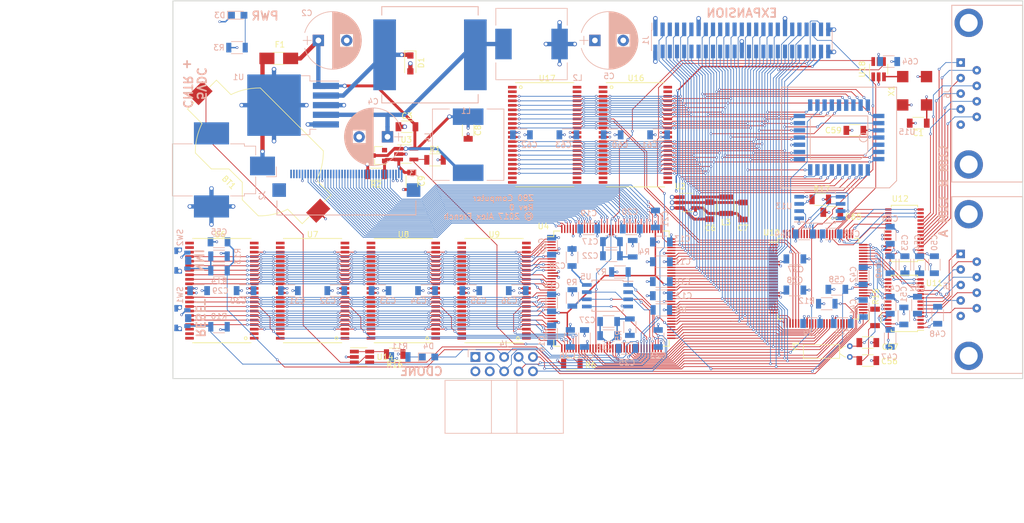
<source format=kicad_pcb>
(kicad_pcb (version 20170919) (host pcbnew "(2017-09-19 revision dddaa7e69)-makepkg")

  (general
    (thickness 1.6)
    (drawings 18)
    (tracks 3538)
    (zones 0)
    (modules 124)
    (nets 287)
  )

  (page A4)
  (layers
    (0 F.Cu signal)
    (1 GND.Cu power)
    (2 PWR.Cu power)
    (31 B.Cu signal)
    (32 B.Adhes user)
    (33 F.Adhes user)
    (34 B.Paste user)
    (35 F.Paste user)
    (36 B.SilkS user)
    (37 F.SilkS user)
    (38 B.Mask user)
    (39 F.Mask user hide)
    (40 Dwgs.User user)
    (41 Cmts.User user)
    (42 Eco1.User user)
    (43 Eco2.User user)
    (44 Edge.Cuts user)
    (45 Margin user hide)
    (46 B.CrtYd user)
    (47 F.CrtYd user)
    (48 B.Fab user hide)
    (49 F.Fab user hide)
  )

  (setup
    (last_trace_width 0.25)
    (user_trace_width 0.127)
    (user_trace_width 0.254)
    (user_trace_width 0.508)
    (user_trace_width 0.762)
    (trace_clearance 0.1016)
    (zone_clearance 0.127)
    (zone_45_only no)
    (trace_min 0.127)
    (segment_width 0.2)
    (edge_width 0.15)
    (via_size 0.4572)
    (via_drill 0.254)
    (via_min_size 0.4572)
    (via_min_drill 0.254)
    (user_via 0.762 0.508)
    (uvia_size 0.3)
    (uvia_drill 0.1)
    (uvias_allowed no)
    (uvia_min_size 0.2)
    (uvia_min_drill 0.1)
    (pcb_text_width 0.3)
    (pcb_text_size 1.5 1.5)
    (mod_edge_width 0.15)
    (mod_text_size 1 1)
    (mod_text_width 0.15)
    (pad_size 1.524 1.524)
    (pad_drill 0.762)
    (pad_to_mask_clearance 0.2)
    (aux_axis_origin 25.4 120.65)
    (visible_elements 7FFFFFFF)
    (pcbplotparams
      (layerselection 0x00030_ffffffff)
      (usegerberextensions false)
      (usegerberattributes true)
      (usegerberadvancedattributes true)
      (creategerberjobfile true)
      (excludeedgelayer true)
      (linewidth 0.100000)
      (plotframeref false)
      (viasonmask false)
      (mode 1)
      (useauxorigin false)
      (hpglpennumber 1)
      (hpglpenspeed 20)
      (hpglpendiameter 15)
      (psnegative false)
      (psa4output false)
      (plotreference true)
      (plotvalue true)
      (plotinvisibletext false)
      (padsonsilk false)
      (subtractmaskfromsilk false)
      (outputformat 1)
      (mirror false)
      (drillshape 1)
      (scaleselection 1)
      (outputdirectory ""))
  )

  (net 0 "")
  (net 1 "Net-(U6-Pad44)")
  (net 2 "Net-(U6-Pad43)")
  (net 3 "Net-(U6-Pad42)")
  (net 4 "Net-(U6-Pad25)")
  (net 5 "Net-(U6-Pad24)")
  (net 6 "Net-(U6-Pad23)")
  (net 7 "Net-(U6-Pad22)")
  (net 8 "Net-(U6-Pad21)")
  (net 9 "Net-(U6-Pad2)")
  (net 10 "Net-(U6-Pad1)")
  (net 11 GND)
  (net 12 +3V3)
  (net 13 "/CPU Memory/~CS0")
  (net 14 "/CPU Memory/~CS1")
  (net 15 /CPU/~CS3)
  (net 16 "Net-(U7-Pad44)")
  (net 17 "Net-(U7-Pad43)")
  (net 18 "Net-(U7-Pad42)")
  (net 19 "Net-(U7-Pad25)")
  (net 20 "Net-(U7-Pad24)")
  (net 21 "Net-(U7-Pad23)")
  (net 22 "Net-(U7-Pad22)")
  (net 23 "Net-(U7-Pad21)")
  (net 24 "Net-(U7-Pad2)")
  (net 25 "Net-(U7-Pad1)")
  (net 26 "Net-(U16-Pad44)")
  (net 27 "Net-(U16-Pad43)")
  (net 28 "Net-(U16-Pad42)")
  (net 29 /A18)
  (net 30 /A17)
  (net 31 /A16)
  (net 32 /A15)
  (net 33 /~RD)
  (net 34 /D7)
  (net 35 /D6)
  (net 36 /D5)
  (net 37 /D4)
  (net 38 /A14)
  (net 39 /A13)
  (net 40 /A12)
  (net 41 /A11)
  (net 42 /A10)
  (net 43 "Net-(U16-Pad25)")
  (net 44 "Net-(U16-Pad24)")
  (net 45 "Net-(U16-Pad23)")
  (net 46 "Net-(U16-Pad22)")
  (net 47 "Net-(U16-Pad21)")
  (net 48 /A9)
  (net 49 /A8)
  (net 50 /A7)
  (net 51 /A6)
  (net 52 /A5)
  (net 53 /~WR)
  (net 54 /D3)
  (net 55 /D2)
  (net 56 /D1)
  (net 57 /D0)
  (net 58 /A4)
  (net 59 /A3)
  (net 60 /A2)
  (net 61 /A1)
  (net 62 /A0)
  (net 63 "Net-(U16-Pad2)")
  (net 64 "Net-(U16-Pad1)")
  (net 65 "Net-(U17-Pad1)")
  (net 66 "Net-(U17-Pad2)")
  (net 67 "/CPU Memory/~CS2")
  (net 68 "Net-(U17-Pad21)")
  (net 69 "Net-(U17-Pad22)")
  (net 70 "Net-(U17-Pad23)")
  (net 71 "Net-(U17-Pad24)")
  (net 72 "Net-(U17-Pad25)")
  (net 73 "Net-(U17-Pad42)")
  (net 74 "Net-(U17-Pad43)")
  (net 75 "Net-(U17-Pad44)")
  (net 76 "Net-(U8-Pad44)")
  (net 77 "Net-(U8-Pad43)")
  (net 78 "Net-(U8-Pad42)")
  (net 79 "Net-(U8-Pad25)")
  (net 80 "Net-(U8-Pad24)")
  (net 81 "Net-(U8-Pad23)")
  (net 82 "Net-(U8-Pad22)")
  (net 83 "Net-(U8-Pad21)")
  (net 84 "Net-(U8-Pad2)")
  (net 85 "Net-(U8-Pad1)")
  (net 86 "Net-(U9-Pad1)")
  (net 87 "Net-(U9-Pad2)")
  (net 88 "Net-(U9-Pad21)")
  (net 89 "Net-(U9-Pad22)")
  (net 90 "Net-(U9-Pad23)")
  (net 91 "Net-(U9-Pad24)")
  (net 92 "Net-(U9-Pad25)")
  (net 93 "Net-(U9-Pad42)")
  (net 94 "Net-(U9-Pad43)")
  (net 95 "Net-(U9-Pad44)")
  (net 96 "Net-(D1-Pad1)")
  (net 97 "Net-(C4-Pad1)")
  (net 98 /LED_A)
  (net 99 "/Graphics Controller/R0")
  (net 100 "/Graphics Controller/R1")
  (net 101 "/Graphics Controller/R2")
  (net 102 "/Graphics Controller/R3")
  (net 103 "/Graphics Controller/R4")
  (net 104 "/Graphics Controller/R5")
  (net 105 "/Graphics Controller/R6")
  (net 106 "/Graphics Controller/R7")
  (net 107 "/Graphics Controller/G0")
  (net 108 "/Graphics Controller/G1")
  (net 109 "/Graphics Controller/G2")
  (net 110 "/Graphics Controller/G3")
  (net 111 "/Graphics Controller/G4")
  (net 112 "/Graphics Controller/G5")
  (net 113 "/Graphics Controller/G6")
  (net 114 "/Graphics Controller/G7")
  (net 115 "/Graphics Controller/B0")
  (net 116 "/Graphics Controller/B1")
  (net 117 "/Graphics Controller/B2")
  (net 118 "/Graphics Controller/B3")
  (net 119 "/Graphics Controller/B4")
  (net 120 "/Graphics Controller/B5")
  (net 121 "/Graphics Controller/B6")
  (net 122 "/Graphics Controller/B7")
  (net 123 "/Graphics Controller/DCLK")
  (net 124 "/Graphics Controller/HSYNC")
  (net 125 "/Graphics Controller/VSYNC")
  (net 126 "/Graphics Controller/DEN")
  (net 127 "Net-(J3-Pad35)")
  (net 128 "Net-(J3-Pad37)")
  (net 129 "Net-(J3-Pad38)")
  (net 130 "Net-(J3-Pad39)")
  (net 131 "Net-(J3-Pad40)")
  (net 132 "Net-(C2-Pad1)")
  (net 133 "Net-(BT1-Pad1)")
  (net 134 "Net-(C58-Pad1)")
  (net 135 /CLK1)
  (net 136 "Net-(U18-Pad3)")
  (net 137 /CLK0)
  (net 138 /CLK2)
  (net 139 "Net-(L3-Pad1)")
  (net 140 +1V2)
  (net 141 "Net-(D2-Pad3)")
  (net 142 /LED_PWM)
  (net 143 "Net-(D2-Pad2)")
  (net 144 "Net-(R15-Pad1)")
  (net 145 "Net-(C56-Pad1)")
  (net 146 "Net-(D3-Pad2)")
  (net 147 "Net-(C17-Pad1)")
  (net 148 "Net-(C18-Pad1)")
  (net 149 "/Graphics Controller/SS_B")
  (net 150 "Net-(R8-Pad2)")
  (net 151 "Net-(D4-Pad1)")
  (net 152 "/Graphics Controller/SCK")
  (net 153 /RESET)
  (net 154 /~WAIT)
  (net 155 /CPU_RESET)
  (net 156 /INT)
  (net 157 /~MREQ)
  (net 158 /~IOREQ)
  (net 159 /~BUSREQ)
  (net 160 /~BUSACK)
  (net 161 /A23)
  (net 162 /A22)
  (net 163 /A21)
  (net 164 /A20)
  (net 165 /A19)
  (net 166 "/Graphics Controller/SDO")
  (net 167 "/Graphics Controller/SDI")
  (net 168 "Net-(J4-Pad4)")
  (net 169 "Net-(J4-Pad3)")
  (net 170 "Net-(J4-Pad1)")
  (net 171 "Net-(C49-Pad1)")
  (net 172 "Net-(C53-Pad1)")
  (net 173 "Net-(C49-Pad2)")
  (net 174 "Net-(U12-Pad21)")
  (net 175 /CPU/L_RI1)
  (net 176 /CPU/L_RXD1)
  (net 177 "Net-(U12-Pad18)")
  (net 178 /CPU/L_CTS1)
  (net 179 /CPU/L_DSR1)
  (net 180 /CPU/L_DCD1)
  (net 181 /CPU/L_TXD1)
  (net 182 /CPU/L_RTS1)
  (net 183 /CPU/L_DTR1)
  (net 184 /CPU/R_DTR1)
  (net 185 /CPU/R_RTS1)
  (net 186 /CPU/R_TXD1)
  (net 187 /CPU/R_DCD1)
  (net 188 /CPU/R_DSR1)
  (net 189 /CPU/R_CTS1)
  (net 190 /CPU/R_RI1)
  (net 191 /CPU/R_RXD1)
  (net 192 "Net-(C54-Pad1)")
  (net 193 "Net-(C50-Pad2)")
  (net 194 "Net-(C50-Pad1)")
  (net 195 "Net-(C48-Pad1)")
  (net 196 "Net-(C48-Pad2)")
  (net 197 "Net-(C52-Pad1)")
  (net 198 /CPU/R_RXD0)
  (net 199 /CPU/R_RI0)
  (net 200 /CPU/R_CTS0)
  (net 201 /CPU/R_DSR0)
  (net 202 /CPU/R_DCD0)
  (net 203 /CPU/R_TXD0)
  (net 204 /CPU/R_RTS0)
  (net 205 /CPU/R_DTR0)
  (net 206 /CPU/L_DTR0)
  (net 207 /CPU/L_RTS0)
  (net 208 /CPU/L_TXD0)
  (net 209 /CPU/L_DCD0)
  (net 210 /CPU/L_DSR0)
  (net 211 /CPU/L_CTS0)
  (net 212 "Net-(U11-Pad18)")
  (net 213 /CPU/L_RXD0)
  (net 214 /CPU/L_RI0)
  (net 215 "Net-(U11-Pad21)")
  (net 216 "Net-(C47-Pad2)")
  (net 217 "Net-(C51-Pad1)")
  (net 218 "Net-(C47-Pad1)")
  (net 219 /CPU/MISO)
  (net 220 /CPU/MOSI)
  (net 221 /CPU/SCK)
  (net 222 "Net-(U4-Pad133)")
  (net 223 "Net-(C17-Pad2)")
  (net 224 "Net-(U4-Pad109)")
  (net 225 "Net-(U4-Pad77)")
  (net 226 "Net-(U4-Pad58)")
  (net 227 "Net-(C18-Pad2)")
  (net 228 "Net-(U4-Pad51)")
  (net 229 "Net-(U4-Pad50)")
  (net 230 "Net-(U4-Pad36)")
  (net 231 "Net-(U4-Pad35)")
  (net 232 "/Graphics Controller/GPU_D7")
  (net 233 "/Graphics Controller/GPU_D6")
  (net 234 "/Graphics Controller/GPU_D5")
  (net 235 "/Graphics Controller/GPU_D4")
  (net 236 "/Graphics Controller/GPU_D3")
  (net 237 "/Graphics Controller/GPU_D2")
  (net 238 "/Graphics Controller/GPU_D1")
  (net 239 "/Graphics Controller/GPU_D0")
  (net 240 "/Graphics Controller/GPU_A18")
  (net 241 "/Graphics Controller/GPU_A17")
  (net 242 "/Graphics Controller/GPU_A16")
  (net 243 "/Graphics Controller/GPU_A15")
  (net 244 "/Graphics Controller/GPU_A14")
  (net 245 "/Graphics Controller/GPU_A13")
  (net 246 "/Graphics Controller/GPU_A12")
  (net 247 "/Graphics Controller/GPU_A11")
  (net 248 "/Graphics Controller/GPU_A10")
  (net 249 "/Graphics Controller/GPU_A9")
  (net 250 "/Graphics Controller/GPU_A8")
  (net 251 "/Graphics Controller/GPU_A7")
  (net 252 "/Graphics Controller/GPU_A6")
  (net 253 "/Graphics Controller/GPU_A5")
  (net 254 "/Graphics Controller/GPU_A4")
  (net 255 "/Graphics Controller/GPU_A3")
  (net 256 "/Graphics Controller/GPU_A2")
  (net 257 "/Graphics Controller/GPU_A1")
  (net 258 "/Graphics Controller/GPU_A0")
  (net 259 "Net-(U10-Pad100)")
  (net 260 "Net-(U10-Pad93)")
  (net 261 "Net-(U10-Pad92)")
  (net 262 "Net-(U10-Pad89)")
  (net 263 "Net-(U10-Pad88)")
  (net 264 "Net-(U10-Pad86)")
  (net 265 "Net-(U10-Pad66)")
  (net 266 "Net-(U10-Pad65)")
  (net 267 "Net-(U10-Pad64)")
  (net 268 "Net-(U10-Pad63)")
  (net 269 "Net-(U10-Pad62)")
  (net 270 "Net-(C57-Pad1)")
  (net 271 "Net-(U10-Pad55)")
  (net 272 "Net-(U10-Pad49)")
  (net 273 "Net-(F1-Pad1)")
  (net 274 "Net-(J5-Pad0)")
  (net 275 "Net-(J6-Pad0)")
  (net 276 "Net-(J2-Pad3)")
  (net 277 "/Graphics Controller/~GPU_OE")
  (net 278 "/Graphics Controller/~GPU_WE")
  (net 279 "/Graphics Controller/~GPU_CS1")
  (net 280 "/Graphics Controller/~GPU_CS0")
  (net 281 "/Graphics Controller/~GPU_CS2")
  (net 282 "/Graphics Controller/~GPU_CS3")
  (net 283 "Net-(R17-Pad2)")
  (net 284 "Net-(R16-Pad2)")
  (net 285 "Net-(R13-Pad2)")
  (net 286 "Net-(C55-Pad1)")

  (net_class Default "This is the default net class."
    (clearance 0.1016)
    (trace_width 0.25)
    (via_dia 0.4572)
    (via_drill 0.254)
    (uvia_dia 0.3)
    (uvia_drill 0.1)
    (add_net /A0)
    (add_net /A1)
    (add_net /A10)
    (add_net /A11)
    (add_net /A12)
    (add_net /A13)
    (add_net /A14)
    (add_net /A15)
    (add_net /A16)
    (add_net /A17)
    (add_net /A18)
    (add_net /A19)
    (add_net /A2)
    (add_net /A20)
    (add_net /A21)
    (add_net /A22)
    (add_net /A23)
    (add_net /A3)
    (add_net /A4)
    (add_net /A5)
    (add_net /A6)
    (add_net /A7)
    (add_net /A8)
    (add_net /A9)
    (add_net /CLK0)
    (add_net /CLK1)
    (add_net /CLK2)
    (add_net "/CPU Memory/~CS0")
    (add_net "/CPU Memory/~CS1")
    (add_net "/CPU Memory/~CS2")
    (add_net /CPU/L_CTS0)
    (add_net /CPU/L_CTS1)
    (add_net /CPU/L_DCD0)
    (add_net /CPU/L_DCD1)
    (add_net /CPU/L_DSR0)
    (add_net /CPU/L_DSR1)
    (add_net /CPU/L_DTR0)
    (add_net /CPU/L_DTR1)
    (add_net /CPU/L_RI0)
    (add_net /CPU/L_RI1)
    (add_net /CPU/L_RTS0)
    (add_net /CPU/L_RTS1)
    (add_net /CPU/L_RXD0)
    (add_net /CPU/L_RXD1)
    (add_net /CPU/L_TXD0)
    (add_net /CPU/L_TXD1)
    (add_net /CPU/MISO)
    (add_net /CPU/MOSI)
    (add_net /CPU/R_CTS0)
    (add_net /CPU/R_CTS1)
    (add_net /CPU/R_DCD0)
    (add_net /CPU/R_DCD1)
    (add_net /CPU/R_DSR0)
    (add_net /CPU/R_DSR1)
    (add_net /CPU/R_DTR0)
    (add_net /CPU/R_DTR1)
    (add_net /CPU/R_RI0)
    (add_net /CPU/R_RI1)
    (add_net /CPU/R_RTS0)
    (add_net /CPU/R_RTS1)
    (add_net /CPU/R_RXD0)
    (add_net /CPU/R_RXD1)
    (add_net /CPU/R_TXD0)
    (add_net /CPU/R_TXD1)
    (add_net /CPU/SCK)
    (add_net /CPU/~CS3)
    (add_net /CPU_RESET)
    (add_net /D0)
    (add_net /D1)
    (add_net /D2)
    (add_net /D3)
    (add_net /D4)
    (add_net /D5)
    (add_net /D6)
    (add_net /D7)
    (add_net "/Graphics Controller/B0")
    (add_net "/Graphics Controller/B1")
    (add_net "/Graphics Controller/B2")
    (add_net "/Graphics Controller/B3")
    (add_net "/Graphics Controller/B4")
    (add_net "/Graphics Controller/B5")
    (add_net "/Graphics Controller/B6")
    (add_net "/Graphics Controller/B7")
    (add_net "/Graphics Controller/DCLK")
    (add_net "/Graphics Controller/DEN")
    (add_net "/Graphics Controller/G0")
    (add_net "/Graphics Controller/G1")
    (add_net "/Graphics Controller/G2")
    (add_net "/Graphics Controller/G3")
    (add_net "/Graphics Controller/G4")
    (add_net "/Graphics Controller/G5")
    (add_net "/Graphics Controller/G6")
    (add_net "/Graphics Controller/G7")
    (add_net "/Graphics Controller/GPU_A0")
    (add_net "/Graphics Controller/GPU_A1")
    (add_net "/Graphics Controller/GPU_A10")
    (add_net "/Graphics Controller/GPU_A11")
    (add_net "/Graphics Controller/GPU_A12")
    (add_net "/Graphics Controller/GPU_A13")
    (add_net "/Graphics Controller/GPU_A14")
    (add_net "/Graphics Controller/GPU_A15")
    (add_net "/Graphics Controller/GPU_A16")
    (add_net "/Graphics Controller/GPU_A17")
    (add_net "/Graphics Controller/GPU_A18")
    (add_net "/Graphics Controller/GPU_A2")
    (add_net "/Graphics Controller/GPU_A3")
    (add_net "/Graphics Controller/GPU_A4")
    (add_net "/Graphics Controller/GPU_A5")
    (add_net "/Graphics Controller/GPU_A6")
    (add_net "/Graphics Controller/GPU_A7")
    (add_net "/Graphics Controller/GPU_A8")
    (add_net "/Graphics Controller/GPU_A9")
    (add_net "/Graphics Controller/GPU_D0")
    (add_net "/Graphics Controller/GPU_D1")
    (add_net "/Graphics Controller/GPU_D2")
    (add_net "/Graphics Controller/GPU_D3")
    (add_net "/Graphics Controller/GPU_D4")
    (add_net "/Graphics Controller/GPU_D5")
    (add_net "/Graphics Controller/GPU_D6")
    (add_net "/Graphics Controller/GPU_D7")
    (add_net "/Graphics Controller/HSYNC")
    (add_net "/Graphics Controller/R0")
    (add_net "/Graphics Controller/R1")
    (add_net "/Graphics Controller/R2")
    (add_net "/Graphics Controller/R3")
    (add_net "/Graphics Controller/R4")
    (add_net "/Graphics Controller/R5")
    (add_net "/Graphics Controller/R6")
    (add_net "/Graphics Controller/R7")
    (add_net "/Graphics Controller/SCK")
    (add_net "/Graphics Controller/SDI")
    (add_net "/Graphics Controller/SDO")
    (add_net "/Graphics Controller/SS_B")
    (add_net "/Graphics Controller/VSYNC")
    (add_net "/Graphics Controller/~GPU_CS0")
    (add_net "/Graphics Controller/~GPU_CS1")
    (add_net "/Graphics Controller/~GPU_CS2")
    (add_net "/Graphics Controller/~GPU_CS3")
    (add_net "/Graphics Controller/~GPU_OE")
    (add_net "/Graphics Controller/~GPU_WE")
    (add_net /INT)
    (add_net /LED_A)
    (add_net /LED_PWM)
    (add_net /RESET)
    (add_net /~BUSACK)
    (add_net /~BUSREQ)
    (add_net /~IOREQ)
    (add_net /~MREQ)
    (add_net /~RD)
    (add_net /~WAIT)
    (add_net /~WR)
    (add_net "Net-(BT1-Pad1)")
    (add_net "Net-(C17-Pad1)")
    (add_net "Net-(C17-Pad2)")
    (add_net "Net-(C18-Pad1)")
    (add_net "Net-(C18-Pad2)")
    (add_net "Net-(C2-Pad1)")
    (add_net "Net-(C4-Pad1)")
    (add_net "Net-(C47-Pad1)")
    (add_net "Net-(C47-Pad2)")
    (add_net "Net-(C48-Pad1)")
    (add_net "Net-(C48-Pad2)")
    (add_net "Net-(C49-Pad1)")
    (add_net "Net-(C49-Pad2)")
    (add_net "Net-(C50-Pad1)")
    (add_net "Net-(C50-Pad2)")
    (add_net "Net-(C51-Pad1)")
    (add_net "Net-(C52-Pad1)")
    (add_net "Net-(C53-Pad1)")
    (add_net "Net-(C54-Pad1)")
    (add_net "Net-(C55-Pad1)")
    (add_net "Net-(C56-Pad1)")
    (add_net "Net-(C57-Pad1)")
    (add_net "Net-(C58-Pad1)")
    (add_net "Net-(D1-Pad1)")
    (add_net "Net-(D2-Pad2)")
    (add_net "Net-(D2-Pad3)")
    (add_net "Net-(D3-Pad2)")
    (add_net "Net-(D4-Pad1)")
    (add_net "Net-(F1-Pad1)")
    (add_net "Net-(J2-Pad3)")
    (add_net "Net-(J3-Pad35)")
    (add_net "Net-(J3-Pad37)")
    (add_net "Net-(J3-Pad38)")
    (add_net "Net-(J3-Pad39)")
    (add_net "Net-(J3-Pad40)")
    (add_net "Net-(J4-Pad1)")
    (add_net "Net-(J4-Pad3)")
    (add_net "Net-(J4-Pad4)")
    (add_net "Net-(J5-Pad0)")
    (add_net "Net-(J6-Pad0)")
    (add_net "Net-(L3-Pad1)")
    (add_net "Net-(R13-Pad2)")
    (add_net "Net-(R15-Pad1)")
    (add_net "Net-(R16-Pad2)")
    (add_net "Net-(R17-Pad2)")
    (add_net "Net-(R8-Pad2)")
    (add_net "Net-(U10-Pad100)")
    (add_net "Net-(U10-Pad49)")
    (add_net "Net-(U10-Pad55)")
    (add_net "Net-(U10-Pad62)")
    (add_net "Net-(U10-Pad63)")
    (add_net "Net-(U10-Pad64)")
    (add_net "Net-(U10-Pad65)")
    (add_net "Net-(U10-Pad66)")
    (add_net "Net-(U10-Pad86)")
    (add_net "Net-(U10-Pad88)")
    (add_net "Net-(U10-Pad89)")
    (add_net "Net-(U10-Pad92)")
    (add_net "Net-(U10-Pad93)")
    (add_net "Net-(U11-Pad18)")
    (add_net "Net-(U11-Pad21)")
    (add_net "Net-(U12-Pad18)")
    (add_net "Net-(U12-Pad21)")
    (add_net "Net-(U16-Pad1)")
    (add_net "Net-(U16-Pad2)")
    (add_net "Net-(U16-Pad21)")
    (add_net "Net-(U16-Pad22)")
    (add_net "Net-(U16-Pad23)")
    (add_net "Net-(U16-Pad24)")
    (add_net "Net-(U16-Pad25)")
    (add_net "Net-(U16-Pad42)")
    (add_net "Net-(U16-Pad43)")
    (add_net "Net-(U16-Pad44)")
    (add_net "Net-(U17-Pad1)")
    (add_net "Net-(U17-Pad2)")
    (add_net "Net-(U17-Pad21)")
    (add_net "Net-(U17-Pad22)")
    (add_net "Net-(U17-Pad23)")
    (add_net "Net-(U17-Pad24)")
    (add_net "Net-(U17-Pad25)")
    (add_net "Net-(U17-Pad42)")
    (add_net "Net-(U17-Pad43)")
    (add_net "Net-(U17-Pad44)")
    (add_net "Net-(U18-Pad3)")
    (add_net "Net-(U4-Pad109)")
    (add_net "Net-(U4-Pad133)")
    (add_net "Net-(U4-Pad35)")
    (add_net "Net-(U4-Pad36)")
    (add_net "Net-(U4-Pad50)")
    (add_net "Net-(U4-Pad51)")
    (add_net "Net-(U4-Pad58)")
    (add_net "Net-(U4-Pad77)")
    (add_net "Net-(U6-Pad1)")
    (add_net "Net-(U6-Pad2)")
    (add_net "Net-(U6-Pad21)")
    (add_net "Net-(U6-Pad22)")
    (add_net "Net-(U6-Pad23)")
    (add_net "Net-(U6-Pad24)")
    (add_net "Net-(U6-Pad25)")
    (add_net "Net-(U6-Pad42)")
    (add_net "Net-(U6-Pad43)")
    (add_net "Net-(U6-Pad44)")
    (add_net "Net-(U7-Pad1)")
    (add_net "Net-(U7-Pad2)")
    (add_net "Net-(U7-Pad21)")
    (add_net "Net-(U7-Pad22)")
    (add_net "Net-(U7-Pad23)")
    (add_net "Net-(U7-Pad24)")
    (add_net "Net-(U7-Pad25)")
    (add_net "Net-(U7-Pad42)")
    (add_net "Net-(U7-Pad43)")
    (add_net "Net-(U7-Pad44)")
    (add_net "Net-(U8-Pad1)")
    (add_net "Net-(U8-Pad2)")
    (add_net "Net-(U8-Pad21)")
    (add_net "Net-(U8-Pad22)")
    (add_net "Net-(U8-Pad23)")
    (add_net "Net-(U8-Pad24)")
    (add_net "Net-(U8-Pad25)")
    (add_net "Net-(U8-Pad42)")
    (add_net "Net-(U8-Pad43)")
    (add_net "Net-(U8-Pad44)")
    (add_net "Net-(U9-Pad1)")
    (add_net "Net-(U9-Pad2)")
    (add_net "Net-(U9-Pad21)")
    (add_net "Net-(U9-Pad22)")
    (add_net "Net-(U9-Pad23)")
    (add_net "Net-(U9-Pad24)")
    (add_net "Net-(U9-Pad25)")
    (add_net "Net-(U9-Pad42)")
    (add_net "Net-(U9-Pad43)")
    (add_net "Net-(U9-Pad44)")
  )

  (net_class power ""
    (clearance 0.127)
    (trace_width 0.254)
    (via_dia 0.4572)
    (via_drill 0.254)
    (uvia_dia 0.3)
    (uvia_drill 0.1)
    (add_net +1V2)
    (add_net +3V3)
    (add_net GND)
  )

  (module footprints:EVP-AK (layer B.Cu) (tedit 5A00AA8D) (tstamp 5A02BAE8)
    (at 25.654 99.822 180)
    (path /59CC0566/5A00F3A2)
    (fp_text reference SW2 (at -1.016 4.064 90) (layer B.SilkS)
      (effects (font (size 1 1) (thickness 0.15)) (justify mirror))
    )
    (fp_text value NMI (at 2 0 90) (layer B.Fab)
      (effects (font (size 1 1) (thickness 0.15)) (justify mirror))
    )
    (fp_line (start -1.5 1.95) (end -2.05 1.95) (layer B.CrtYd) (width 0.15))
    (fp_line (start 0.85 0.75) (end 0.85 -0.75) (layer B.CrtYd) (width 0.15))
    (fp_line (start 0 -0.75) (end 0.85 -0.75) (layer B.CrtYd) (width 0.15))
    (fp_line (start 0 0.75) (end 0.85 0.75) (layer B.CrtYd) (width 0.15))
    (fp_line (start -1.5 -1.95) (end -2.05 -1.95) (layer B.CrtYd) (width 0.15))
    (pad 0 smd rect (at -1.9 0 180) (size 1.1 1.4) (drill (offset -0.55 0)) (layers B.Cu B.Paste B.Mask))
    (pad 2 smd rect (at -2.3 -1.4 180) (size 1.1 0.7) (layers B.Cu B.Paste B.Mask)
      (net 285 "Net-(R13-Pad2)"))
    (pad 1 smd rect (at -2.3 1.4 180) (size 1.1 0.7) (layers B.Cu B.Paste B.Mask)
      (net 11 GND))
    (pad 0 smd rect (at 0 -2.3 180) (size 1.35 0.4) (drill (offset -0.675 0.2)) (layers B.Cu B.Paste B.Mask))
    (pad 0 smd rect (at -0.95 -1.85 180) (size 0.4 0.4) (drill (offset 0.2 0.2)) (layers B.Cu B.Paste B.Mask))
    (pad 0 smd rect (at 0 -2.3 180) (size 0.65 1.15) (drill (offset -0.325 0.575)) (layers B.Cu B.Paste B.Mask))
    (pad 0 smd rect (at -0.95 1.85 180) (size 0.4 0.4) (drill (offset 0.2 -0.2)) (layers B.Cu B.Paste B.Mask))
    (pad 0 smd rect (at 0 2.3 180) (size 0.65 1.15) (drill (offset -0.325 -0.575)) (layers B.Cu B.Paste B.Mask))
    (pad 0 smd rect (at 0 2.3 180) (size 1.35 0.4) (drill (offset -0.675 -0.2)) (layers B.Cu B.Paste B.Mask))
    (pad 0 thru_hole circle (at -0.95 -1.85 180) (size 0.8 0.8) (drill 0.55) (layers *.Cu *.Mask))
    (pad 0 thru_hole circle (at -0.95 1.85 180) (size 0.8 0.8) (drill 0.55) (layers *.Cu *.Mask))
  )

  (module footprints:EVP-AK (layer B.Cu) (tedit 5A00AA8D) (tstamp 5A02BAD5)
    (at 25.654 109.982 180)
    (path /59F48E18)
    (fp_text reference SW1 (at -1.016 4.064 90) (layer B.SilkS)
      (effects (font (size 1 1) (thickness 0.15)) (justify mirror))
    )
    (fp_text value RESET (at 2 0 90) (layer B.Fab)
      (effects (font (size 1 1) (thickness 0.15)) (justify mirror))
    )
    (fp_line (start -1.5 1.95) (end -2.05 1.95) (layer B.CrtYd) (width 0.15))
    (fp_line (start 0.85 0.75) (end 0.85 -0.75) (layer B.CrtYd) (width 0.15))
    (fp_line (start 0 -0.75) (end 0.85 -0.75) (layer B.CrtYd) (width 0.15))
    (fp_line (start 0 0.75) (end 0.85 0.75) (layer B.CrtYd) (width 0.15))
    (fp_line (start -1.5 -1.95) (end -2.05 -1.95) (layer B.CrtYd) (width 0.15))
    (pad 0 smd rect (at -1.9 0 180) (size 1.1 1.4) (drill (offset -0.55 0)) (layers B.Cu B.Paste B.Mask))
    (pad 2 smd rect (at -2.3 -1.4 180) (size 1.1 0.7) (layers B.Cu B.Paste B.Mask)
      (net 153 /RESET))
    (pad 1 smd rect (at -2.3 1.4 180) (size 1.1 0.7) (layers B.Cu B.Paste B.Mask)
      (net 11 GND))
    (pad 0 smd rect (at 0 -2.3 180) (size 1.35 0.4) (drill (offset -0.675 0.2)) (layers B.Cu B.Paste B.Mask))
    (pad 0 smd rect (at -0.95 -1.85 180) (size 0.4 0.4) (drill (offset 0.2 0.2)) (layers B.Cu B.Paste B.Mask))
    (pad 0 smd rect (at 0 -2.3 180) (size 0.65 1.15) (drill (offset -0.325 0.575)) (layers B.Cu B.Paste B.Mask))
    (pad 0 smd rect (at -0.95 1.85 180) (size 0.4 0.4) (drill (offset 0.2 -0.2)) (layers B.Cu B.Paste B.Mask))
    (pad 0 smd rect (at 0 2.3 180) (size 0.65 1.15) (drill (offset -0.325 -0.575)) (layers B.Cu B.Paste B.Mask))
    (pad 0 smd rect (at 0 2.3 180) (size 1.35 0.4) (drill (offset -0.675 -0.2)) (layers B.Cu B.Paste B.Mask))
    (pad 0 thru_hole circle (at -0.95 -1.85 180) (size 0.8 0.8) (drill 0.55) (layers *.Cu *.Mask))
    (pad 0 thru_hole circle (at -0.95 1.85 180) (size 0.8 0.8) (drill 0.55) (layers *.Cu *.Mask))
  )

  (module Resistors_SMD:R_1206 (layer B.Cu) (tedit 58E0A804) (tstamp 5A01D157)
    (at 33.528 101.6)
    (descr "Resistor SMD 1206, reflow soldering, Vishay (see dcrcw.pdf)")
    (tags "resistor 1206")
    (path /59CC0566/5A010CCC)
    (attr smd)
    (fp_text reference R14 (at 0 1.85) (layer B.SilkS)
      (effects (font (size 1 1) (thickness 0.15)) (justify mirror))
    )
    (fp_text value 10k (at 0 -1.95) (layer B.Fab)
      (effects (font (size 1 1) (thickness 0.15)) (justify mirror))
    )
    (fp_line (start 2.15 -1.1) (end -2.15 -1.1) (layer B.CrtYd) (width 0.05))
    (fp_line (start 2.15 -1.1) (end 2.15 1.11) (layer B.CrtYd) (width 0.05))
    (fp_line (start -2.15 1.11) (end -2.15 -1.1) (layer B.CrtYd) (width 0.05))
    (fp_line (start -2.15 1.11) (end 2.15 1.11) (layer B.CrtYd) (width 0.05))
    (fp_line (start -1 1.07) (end 1 1.07) (layer B.SilkS) (width 0.12))
    (fp_line (start 1 -1.07) (end -1 -1.07) (layer B.SilkS) (width 0.12))
    (fp_line (start -1.6 0.8) (end 1.6 0.8) (layer B.Fab) (width 0.1))
    (fp_line (start 1.6 0.8) (end 1.6 -0.8) (layer B.Fab) (width 0.1))
    (fp_line (start 1.6 -0.8) (end -1.6 -0.8) (layer B.Fab) (width 0.1))
    (fp_line (start -1.6 -0.8) (end -1.6 0.8) (layer B.Fab) (width 0.1))
    (fp_text user %R (at 0 0) (layer B.Fab)
      (effects (font (size 0.7 0.7) (thickness 0.105)) (justify mirror))
    )
    (pad 2 smd rect (at 1.45 0) (size 0.9 1.7) (layers B.Cu B.Paste B.Mask)
      (net 286 "Net-(C55-Pad1)"))
    (pad 1 smd rect (at -1.45 0) (size 0.9 1.7) (layers B.Cu B.Paste B.Mask)
      (net 285 "Net-(R13-Pad2)"))
    (model ${KISYS3DMOD}/Resistors_SMD.3dshapes/R_1206.wrl
      (at (xyz 0 0 0))
      (scale (xyz 1 1 1))
      (rotate (xyz 0 0 0))
    )
  )

  (module Capacitors_SMD:C_1206 (layer B.Cu) (tedit 58AA84B8) (tstamp 5A01E458)
    (at 33.528 96.52 180)
    (descr "Capacitor SMD 1206, reflow soldering, AVX (see smccp.pdf)")
    (tags "capacitor 1206")
    (path /59CC0566/5A00F64C)
    (attr smd)
    (fp_text reference C55 (at 0 1.75 180) (layer B.SilkS)
      (effects (font (size 1 1) (thickness 0.15)) (justify mirror))
    )
    (fp_text value 2.2uF (at 0 -2 180) (layer B.Fab)
      (effects (font (size 1 1) (thickness 0.15)) (justify mirror))
    )
    (fp_line (start 2.25 -1.05) (end -2.25 -1.05) (layer B.CrtYd) (width 0.05))
    (fp_line (start 2.25 -1.05) (end 2.25 1.05) (layer B.CrtYd) (width 0.05))
    (fp_line (start -2.25 1.05) (end -2.25 -1.05) (layer B.CrtYd) (width 0.05))
    (fp_line (start -2.25 1.05) (end 2.25 1.05) (layer B.CrtYd) (width 0.05))
    (fp_line (start -1 -1.02) (end 1 -1.02) (layer B.SilkS) (width 0.12))
    (fp_line (start 1 1.02) (end -1 1.02) (layer B.SilkS) (width 0.12))
    (fp_line (start -1.6 0.8) (end 1.6 0.8) (layer B.Fab) (width 0.1))
    (fp_line (start 1.6 0.8) (end 1.6 -0.8) (layer B.Fab) (width 0.1))
    (fp_line (start 1.6 -0.8) (end -1.6 -0.8) (layer B.Fab) (width 0.1))
    (fp_line (start -1.6 -0.8) (end -1.6 0.8) (layer B.Fab) (width 0.1))
    (fp_text user %R (at 0 1.75 180) (layer B.Fab)
      (effects (font (size 1 1) (thickness 0.15)) (justify mirror))
    )
    (pad 2 smd rect (at 1.5 0 180) (size 1 1.6) (layers B.Cu B.Paste B.Mask)
      (net 11 GND))
    (pad 1 smd rect (at -1.5 0 180) (size 1 1.6) (layers B.Cu B.Paste B.Mask)
      (net 286 "Net-(C55-Pad1)"))
    (model Capacitors_SMD.3dshapes/C_1206.wrl
      (at (xyz 0 0 0))
      (scale (xyz 1 1 1))
      (rotate (xyz 0 0 0))
    )
  )

  (module Resistors_SMD:R_1206 (layer B.Cu) (tedit 58E0A804) (tstamp 5A01D066)
    (at 33.528 99.06 180)
    (descr "Resistor SMD 1206, reflow soldering, Vishay (see dcrcw.pdf)")
    (tags "resistor 1206")
    (path /59CC0566/5A00FF0E)
    (attr smd)
    (fp_text reference R13 (at -3.302 0 270) (layer B.SilkS)
      (effects (font (size 1 1) (thickness 0.15)) (justify mirror))
    )
    (fp_text value 10k (at 0 -1.95 180) (layer B.Fab)
      (effects (font (size 1 1) (thickness 0.15)) (justify mirror))
    )
    (fp_line (start 2.15 -1.1) (end -2.15 -1.1) (layer B.CrtYd) (width 0.05))
    (fp_line (start 2.15 -1.1) (end 2.15 1.11) (layer B.CrtYd) (width 0.05))
    (fp_line (start -2.15 1.11) (end -2.15 -1.1) (layer B.CrtYd) (width 0.05))
    (fp_line (start -2.15 1.11) (end 2.15 1.11) (layer B.CrtYd) (width 0.05))
    (fp_line (start -1 1.07) (end 1 1.07) (layer B.SilkS) (width 0.12))
    (fp_line (start 1 -1.07) (end -1 -1.07) (layer B.SilkS) (width 0.12))
    (fp_line (start -1.6 0.8) (end 1.6 0.8) (layer B.Fab) (width 0.1))
    (fp_line (start 1.6 0.8) (end 1.6 -0.8) (layer B.Fab) (width 0.1))
    (fp_line (start 1.6 -0.8) (end -1.6 -0.8) (layer B.Fab) (width 0.1))
    (fp_line (start -1.6 -0.8) (end -1.6 0.8) (layer B.Fab) (width 0.1))
    (fp_text user %R (at 0 0 180) (layer B.Fab)
      (effects (font (size 0.7 0.7) (thickness 0.105)) (justify mirror))
    )
    (pad 2 smd rect (at 1.45 0 180) (size 0.9 1.7) (layers B.Cu B.Paste B.Mask)
      (net 285 "Net-(R13-Pad2)"))
    (pad 1 smd rect (at -1.45 0 180) (size 0.9 1.7) (layers B.Cu B.Paste B.Mask)
      (net 12 +3V3))
    (model ${KISYS3DMOD}/Resistors_SMD.3dshapes/R_1206.wrl
      (at (xyz 0 0 0))
      (scale (xyz 1 1 1))
      (rotate (xyz 0 0 0))
    )
  )

  (module Resistors_SMD:R_1206 (layer B.Cu) (tedit 58E0A804) (tstamp 59FF861F)
    (at 33.528 111.506 180)
    (descr "Resistor SMD 1206, reflow soldering, Vishay (see dcrcw.pdf)")
    (tags "resistor 1206")
    (path /59CBEB40/59F4510C)
    (attr smd)
    (fp_text reference R10 (at 0 1.85 180) (layer B.SilkS)
      (effects (font (size 1 1) (thickness 0.15)) (justify mirror))
    )
    (fp_text value 10k (at 0 -1.95 180) (layer B.Fab)
      (effects (font (size 1 1) (thickness 0.15)) (justify mirror))
    )
    (fp_line (start 2.15 -1.1) (end -2.15 -1.1) (layer B.CrtYd) (width 0.05))
    (fp_line (start 2.15 -1.1) (end 2.15 1.11) (layer B.CrtYd) (width 0.05))
    (fp_line (start -2.15 1.11) (end -2.15 -1.1) (layer B.CrtYd) (width 0.05))
    (fp_line (start -2.15 1.11) (end 2.15 1.11) (layer B.CrtYd) (width 0.05))
    (fp_line (start -1 1.07) (end 1 1.07) (layer B.SilkS) (width 0.12))
    (fp_line (start 1 -1.07) (end -1 -1.07) (layer B.SilkS) (width 0.12))
    (fp_line (start -1.6 0.8) (end 1.6 0.8) (layer B.Fab) (width 0.1))
    (fp_line (start 1.6 0.8) (end 1.6 -0.8) (layer B.Fab) (width 0.1))
    (fp_line (start 1.6 -0.8) (end -1.6 -0.8) (layer B.Fab) (width 0.1))
    (fp_line (start -1.6 -0.8) (end -1.6 0.8) (layer B.Fab) (width 0.1))
    (fp_text user %R (at 0 0 180) (layer B.Fab)
      (effects (font (size 0.7 0.7) (thickness 0.105)) (justify mirror))
    )
    (pad 2 smd rect (at 1.45 0 180) (size 0.9 1.7) (layers B.Cu B.Paste B.Mask)
      (net 153 /RESET))
    (pad 1 smd rect (at -1.45 0 180) (size 0.9 1.7) (layers B.Cu B.Paste B.Mask)
      (net 12 +3V3))
    (model ${KISYS3DMOD}/Resistors_SMD.3dshapes/R_1206.wrl
      (at (xyz 0 0 0))
      (scale (xyz 1 1 1))
      (rotate (xyz 0 0 0))
    )
  )

  (module footprints:DB9 (layer B.Cu) (tedit 59FDD3A1) (tstamp 59FEF8A8)
    (at 175.26 70.358 270)
    (path /59CC0566/59F5602D)
    (fp_text reference J6 (at 0 13.335 270) (layer B.SilkS)
      (effects (font (size 1 1) (thickness 0.15)) (justify mirror))
    )
    (fp_text value "COM B" (at 0 2.54 270) (layer B.Fab)
      (effects (font (size 1 1) (thickness 0.15)) (justify mirror))
    )
    (fp_line (start -15.6 12.5) (end 15.6 12.5) (layer B.SilkS) (width 0.15))
    (fp_line (start -15.6 12.5) (end -15.6 0) (layer B.SilkS) (width 0.15))
    (fp_line (start -15.6 0) (end 15.6 0) (layer B.SilkS) (width 0.15))
    (fp_line (start 15.6 0) (end 15.6 12.5) (layer B.SilkS) (width 0.15))
    (pad 1 thru_hole rect (at -5.49 10.93 270) (size 1.5 1.5) (drill 0.65) (layers *.Cu *.Mask)
      (net 187 /CPU/R_DCD1))
    (pad 0 thru_hole circle (at -12.5 9.51 270) (size 5 5) (drill 3.15) (layers *.Cu *.Mask)
      (net 275 "Net-(J6-Pad0)"))
    (pad 2 thru_hole circle (at -2.75 10.93 270) (size 1.5 1.5) (drill 0.65) (layers *.Cu *.Mask)
      (net 191 /CPU/R_RXD1))
    (pad 3 thru_hole circle (at -0.01 10.93 270) (size 1.5 1.5) (drill 0.65) (layers *.Cu *.Mask)
      (net 186 /CPU/R_TXD1))
    (pad 4 thru_hole circle (at 2.73 10.93 270) (size 1.5 1.5) (drill 0.65) (layers *.Cu *.Mask)
      (net 184 /CPU/R_DTR1))
    (pad 5 thru_hole circle (at 5.47 10.93 270) (size 1.5 1.5) (drill 0.65) (layers *.Cu *.Mask)
      (net 11 GND))
    (pad 6 thru_hole circle (at -4.12 8.09 270) (size 1.5 1.5) (drill 0.65) (layers *.Cu *.Mask)
      (net 188 /CPU/R_DSR1))
    (pad 7 thru_hole circle (at -1.38 8.09 270) (size 1.5 1.5) (drill 0.65) (layers *.Cu *.Mask)
      (net 185 /CPU/R_RTS1))
    (pad 8 thru_hole circle (at 1.36 8.09 270) (size 1.5 1.5) (drill 0.65) (layers *.Cu *.Mask)
      (net 189 /CPU/R_CTS1))
    (pad 9 thru_hole circle (at 4.1 8.09 270) (size 1.5 1.5) (drill 0.65) (layers *.Cu *.Mask)
      (net 190 /CPU/R_RI1))
    (pad 0 thru_hole circle (at 12.5 9.51 270) (size 5 5) (drill 3.15) (layers *.Cu *.Mask)
      (net 275 "Net-(J6-Pad0)"))
  )

  (module Mounting_Holes:MountingHole_2.7mm_M2.5 (layer F.Cu) (tedit 59FE8FAC) (tstamp 5A00390B)
    (at 158.75 117.475)
    (descr "Mounting Hole 2.7mm, no annular, M2.5")
    (tags "mounting hole 2.7mm no annular m2.5")
    (path /59FEB35E)
    (attr virtual)
    (fp_text reference MK3 (at 0 -3.7) (layer F.SilkS) hide
      (effects (font (size 1 1) (thickness 0.15)))
    )
    (fp_text value Mounting_Hole (at 0 3.7) (layer F.Fab)
      (effects (font (size 1 1) (thickness 0.15)))
    )
    (fp_text user %R (at 0.3 0) (layer F.Fab)
      (effects (font (size 1 1) (thickness 0.15)))
    )
    (fp_circle (center 0 0) (end 2.7 0) (layer Cmts.User) (width 0.15))
    (fp_circle (center 0 0) (end 2.95 0) (layer F.CrtYd) (width 0.05))
    (pad 1 np_thru_hole circle (at 0 0) (size 2.7 2.7) (drill 2.7) (layers *.Cu *.Mask))
  )

  (module Mounting_Holes:MountingHole_2.7mm_M2.5 (layer F.Cu) (tedit 59FE8FB0) (tstamp 5A003904)
    (at 158.75 57.277)
    (descr "Mounting Hole 2.7mm, no annular, M2.5")
    (tags "mounting hole 2.7mm no annular m2.5")
    (path /59FEB4A6)
    (attr virtual)
    (fp_text reference MK2 (at 0 -3.7) (layer F.SilkS) hide
      (effects (font (size 1 1) (thickness 0.15)))
    )
    (fp_text value Mounting_Hole (at 0 3.7) (layer F.Fab)
      (effects (font (size 1 1) (thickness 0.15)))
    )
    (fp_circle (center 0 0) (end 2.95 0) (layer F.CrtYd) (width 0.05))
    (fp_circle (center 0 0) (end 2.7 0) (layer Cmts.User) (width 0.15))
    (fp_text user %R (at 0.3 0) (layer F.Fab)
      (effects (font (size 1 1) (thickness 0.15)))
    )
    (pad 1 np_thru_hole circle (at 0 0) (size 2.7 2.7) (drill 2.7) (layers *.Cu *.Mask))
  )

  (module Mounting_Holes:MountingHole_2.7mm_M2.5 (layer F.Cu) (tedit 59FE8FA1) (tstamp 5A0038FD)
    (at 28.575 57.277)
    (descr "Mounting Hole 2.7mm, no annular, M2.5")
    (tags "mounting hole 2.7mm no annular m2.5")
    (path /59FEA7FB)
    (attr virtual)
    (fp_text reference MK1 (at 0 -3.7) (layer F.SilkS) hide
      (effects (font (size 1 1) (thickness 0.15)))
    )
    (fp_text value Mounting_Hole (at 0 3.7) (layer F.Fab)
      (effects (font (size 1 1) (thickness 0.15)))
    )
    (fp_text user %R (at 0.3 0) (layer F.Fab)
      (effects (font (size 1 1) (thickness 0.15)))
    )
    (fp_circle (center 0 0) (end 2.7 0) (layer Cmts.User) (width 0.15))
    (fp_circle (center 0 0) (end 2.95 0) (layer F.CrtYd) (width 0.05))
    (pad 1 np_thru_hole circle (at 0 0) (size 2.7 2.7) (drill 2.7) (layers *.Cu *.Mask))
  )

  (module Mounting_Holes:MountingHole_2.7mm_M2.5 (layer F.Cu) (tedit 59FE8FA6) (tstamp 5A0038F6)
    (at 28.575 117.475)
    (descr "Mounting Hole 2.7mm, no annular, M2.5")
    (tags "mounting hole 2.7mm no annular m2.5")
    (path /59FEB606)
    (attr virtual)
    (fp_text reference MK4 (at 0 -3.7) (layer F.SilkS) hide
      (effects (font (size 1 1) (thickness 0.15)))
    )
    (fp_text value Mounting_Hole (at 0 3.7) (layer F.Fab)
      (effects (font (size 1 1) (thickness 0.15)))
    )
    (fp_circle (center 0 0) (end 2.95 0) (layer F.CrtYd) (width 0.05))
    (fp_circle (center 0 0) (end 2.7 0) (layer Cmts.User) (width 0.15))
    (fp_text user %R (at 0.3 0) (layer F.Fab)
      (effects (font (size 1 1) (thickness 0.15)))
    )
    (pad 1 np_thru_hole circle (at 0 0) (size 2.7 2.7) (drill 2.7) (layers *.Cu *.Mask))
  )

  (module Fuse_Holders_and_Fuses:Fuse_SMD1206_HandSoldering (layer F.Cu) (tedit 0) (tstamp 59F63CFA)
    (at 44.066 64.135)
    (descr "Fuse, Sicherung, SMD1206, Littlefuse-Wickmann 433 Series, Hand Soldering,")
    (tags "Fuse Sicherung SMD1206 Littlefuse-Wickmann 433 Series Hand Soldering ")
    (path /59F53709)
    (attr smd)
    (fp_text reference F1 (at 0.199 -2.44) (layer F.SilkS)
      (effects (font (size 1 1) (thickness 0.15)))
    )
    (fp_text value 5A (at -0.15 2.5) (layer F.Fab)
      (effects (font (size 1 1) (thickness 0.15)))
    )
    (fp_line (start 3.35 1.58) (end -3.35 1.58) (layer F.CrtYd) (width 0.05))
    (fp_line (start 3.35 1.58) (end 3.35 -1.58) (layer F.CrtYd) (width 0.05))
    (fp_line (start -3.35 -1.58) (end -3.35 1.58) (layer F.CrtYd) (width 0.05))
    (fp_line (start -3.35 -1.58) (end 3.35 -1.58) (layer F.CrtYd) (width 0.05))
    (fp_line (start -1 -1.07) (end 1 -1.07) (layer F.SilkS) (width 0.12))
    (fp_line (start 1 1.07) (end -1 1.07) (layer F.SilkS) (width 0.12))
    (fp_line (start -1.6 -0.8) (end 1.6 -0.8) (layer F.Fab) (width 0.1))
    (fp_line (start 1.6 -0.8) (end 1.6 0.8) (layer F.Fab) (width 0.1))
    (fp_line (start 1.6 0.8) (end -1.6 0.8) (layer F.Fab) (width 0.1))
    (fp_line (start -1.6 0.8) (end -1.6 -0.8) (layer F.Fab) (width 0.1))
    (pad 2 smd rect (at 2.09 0 90) (size 2.03 2.65) (layers F.Cu F.Paste F.Mask)
      (net 132 "Net-(C2-Pad1)"))
    (pad 1 smd rect (at -2.09 0 90) (size 2.03 2.65) (layers F.Cu F.Paste F.Mask)
      (net 273 "Net-(F1-Pad1)"))
  )

  (module Connectors:Barrel_Jack_CUI_PJ-036AH-SMT (layer B.Cu) (tedit 59B0DEC6) (tstamp 59FEFEE1)
    (at 35.4 83.82 90)
    (descr "Surface-mount DC Barrel Jack, http://www.cui.com/product/resource/pj-036ah-smt.pdf")
    (tags "Power Jack SMT")
    (path /59E51474)
    (attr smd)
    (fp_text reference J2 (at -4.5 5.75 90) (layer B.SilkS)
      (effects (font (size 1 1) (thickness 0.15)) (justify mirror))
    )
    (fp_text value 5VDC (at 0 -11.25 90) (layer B.Fab)
      (effects (font (size 1 1) (thickness 0.15)) (justify mirror))
    )
    (fp_text user %R (at 0 0 90) (layer B.Fab)
      (effects (font (size 1 1) (thickness 0.15)) (justify mirror))
    )
    (fp_line (start 4.1 2.5) (end 4.1 4.5) (layer B.Fab) (width 0.1))
    (fp_line (start 4.5 2.5) (end 4.1 2.5) (layer B.Fab) (width 0.1))
    (fp_line (start 4.5 -10) (end 4.5 2.5) (layer B.Fab) (width 0.1))
    (fp_line (start -4.5 -10) (end 4.5 -10) (layer B.Fab) (width 0.1))
    (fp_line (start -4.5 2.5) (end -4.5 -10) (layer B.Fab) (width 0.1))
    (fp_line (start -4.1 2.5) (end -4.5 2.5) (layer B.Fab) (width 0.1))
    (fp_line (start -4.1 4.5) (end -4.1 2.5) (layer B.Fab) (width 0.1))
    (fp_line (start 4.1 4.5) (end -4.1 4.5) (layer B.Fab) (width 0.1))
    (fp_line (start -1.19 8.24) (end 0.55 8.24) (layer B.SilkS) (width 0.12))
    (fp_line (start -1.19 6.5) (end -1.19 8.24) (layer B.SilkS) (width 0.12))
    (fp_line (start 4.6 2.6) (end 4.6 0.15) (layer B.SilkS) (width 0.12))
    (fp_line (start 4.2 2.6) (end 4.6 2.6) (layer B.SilkS) (width 0.12))
    (fp_line (start 4.2 4.6) (end 4.2 2.6) (layer B.SilkS) (width 0.12))
    (fp_line (start 2.6 4.6) (end 4.2 4.6) (layer B.SilkS) (width 0.12))
    (fp_line (start -4.2 4.6) (end -1.2 4.6) (layer B.SilkS) (width 0.12))
    (fp_line (start -4.2 2.6) (end -4.2 4.6) (layer B.SilkS) (width 0.12))
    (fp_line (start -4.6 2.6) (end -4.2 2.6) (layer B.SilkS) (width 0.12))
    (fp_line (start -4.6 0.15) (end -4.6 2.6) (layer B.SilkS) (width 0.12))
    (fp_line (start -4.6 -10.1) (end -4.6 -6.55) (layer B.SilkS) (width 0.12))
    (fp_line (start 4.6 -10.1) (end -4.6 -10.1) (layer B.SilkS) (width 0.12))
    (fp_line (start 4.6 -6.55) (end 4.6 -10.1) (layer B.SilkS) (width 0.12))
    (fp_line (start 8.9 8.5) (end -8.9 8.5) (layer B.CrtYd) (width 0.05))
    (fp_line (start 8.9 -10.5) (end 8.9 8.5) (layer B.CrtYd) (width 0.05))
    (fp_line (start -8.9 -10.5) (end 8.9 -10.5) (layer B.CrtYd) (width 0.05))
    (fp_line (start -8.9 8.5) (end -8.9 -10.5) (layer B.CrtYd) (width 0.05))
    (pad "" np_thru_hole circle (at 0 -7 90) (size 2 2) (drill 2) (layers *.Cu *.Mask))
    (pad 3 smd rect (at 6.45 -3.2 90) (size 3.9 6.2) (layers B.Cu B.Paste B.Mask)
      (net 276 "Net-(J2-Pad3)"))
    (pad 2 smd rect (at -6.45 -3.2 90) (size 3.9 6.2) (layers B.Cu B.Paste B.Mask)
      (net 11 GND))
    (pad 1 smd rect (at 0.7 5.8 90) (size 3.3 4.4) (layers B.Cu B.Paste B.Mask)
      (net 273 "Net-(F1-Pad1)"))
    (model ${KISYS3DMOD}/Connectors.3dshapes/Barrel_Jack_CUI_PJ-036AH-SMT.wrl
      (at (xyz 0 0 0))
      (scale (xyz 1 1 1))
      (rotate (xyz 0 0 0))
    )
  )

  (module footprints:SRP1770TA (layer B.Cu) (tedit 59F4DCEC) (tstamp 59F63706)
    (at 70.736 63.5)
    (path /59E66A2B)
    (fp_text reference L1 (at 6.35 9.906) (layer B.SilkS)
      (effects (font (size 1 1) (thickness 0.15)) (justify mirror))
    )
    (fp_text value 68uH (at 0 0) (layer B.Fab)
      (effects (font (size 1 1) (thickness 0.15)) (justify mirror))
    )
    (fp_line (start -8.5 -7) (end -8.5 -8.5) (layer B.SilkS) (width 0.15))
    (fp_line (start -8.5 7) (end -8.5 8.5) (layer B.SilkS) (width 0.15))
    (fp_line (start -8.5 8.5) (end 8.5 8.5) (layer B.SilkS) (width 0.15))
    (fp_line (start 8.5 8.5) (end 8.5 7) (layer B.SilkS) (width 0.15))
    (fp_line (start 8.5 -7) (end 8.5 -8.5) (layer B.SilkS) (width 0.15))
    (fp_line (start 8.5 -8.5) (end -8.5 -8.5) (layer B.SilkS) (width 0.15))
    (pad 1 smd rect (at -6 0) (size 4 12.5) (drill (offset -2 0)) (layers B.Cu B.Paste B.Mask)
      (net 96 "Net-(D1-Pad1)"))
    (pad 2 smd rect (at 6 0) (size 4 12.5) (drill (offset 2 0)) (layers B.Cu B.Paste B.Mask)
      (net 97 "Net-(C4-Pad1)"))
  )

  (module Capacitors_SMD:C_1206 (layer F.Cu) (tedit 58AA84B8) (tstamp 5A029C24)
    (at 141.605 91.313 180)
    (descr "Capacitor SMD 1206, reflow soldering, AVX (see smccp.pdf)")
    (tags "capacitor 1206")
    (path /59CC0566/59FE6FE9)
    (attr smd)
    (fp_text reference C65 (at -3.81 -0.762 180) (layer F.SilkS)
      (effects (font (size 1 1) (thickness 0.15)))
    )
    (fp_text value 100nF (at 0 2 180) (layer F.Fab)
      (effects (font (size 1 1) (thickness 0.15)))
    )
    (fp_line (start 2.25 1.05) (end -2.25 1.05) (layer F.CrtYd) (width 0.05))
    (fp_line (start 2.25 1.05) (end 2.25 -1.05) (layer F.CrtYd) (width 0.05))
    (fp_line (start -2.25 -1.05) (end -2.25 1.05) (layer F.CrtYd) (width 0.05))
    (fp_line (start -2.25 -1.05) (end 2.25 -1.05) (layer F.CrtYd) (width 0.05))
    (fp_line (start -1 1.02) (end 1 1.02) (layer F.SilkS) (width 0.12))
    (fp_line (start 1 -1.02) (end -1 -1.02) (layer F.SilkS) (width 0.12))
    (fp_line (start -1.6 -0.8) (end 1.6 -0.8) (layer F.Fab) (width 0.1))
    (fp_line (start 1.6 -0.8) (end 1.6 0.8) (layer F.Fab) (width 0.1))
    (fp_line (start 1.6 0.8) (end -1.6 0.8) (layer F.Fab) (width 0.1))
    (fp_line (start -1.6 0.8) (end -1.6 -0.8) (layer F.Fab) (width 0.1))
    (fp_text user %R (at 0 -1.75 180) (layer F.Fab)
      (effects (font (size 1 1) (thickness 0.15)))
    )
    (pad 2 smd rect (at 1.5 0 180) (size 1 1.6) (layers F.Cu F.Paste F.Mask)
      (net 11 GND))
    (pad 1 smd rect (at -1.5 0 180) (size 1 1.6) (layers F.Cu F.Paste F.Mask)
      (net 12 +3V3))
    (model Capacitors_SMD.3dshapes/C_1206.wrl
      (at (xyz 0 0 0))
      (scale (xyz 1 1 1))
      (rotate (xyz 0 0 0))
    )
  )

  (module Resistors_SMD:R_1206 (layer F.Cu) (tedit 58E0A804) (tstamp 5A02899B)
    (at 139.573 89.027 180)
    (descr "Resistor SMD 1206, reflow soldering, Vishay (see dcrcw.pdf)")
    (tags "resistor 1206")
    (path /59CC0566/59FE5F04)
    (attr smd)
    (fp_text reference R17 (at -0.254848 1.81088 180) (layer F.SilkS)
      (effects (font (size 1 1) (thickness 0.15)))
    )
    (fp_text value 10k (at 0 1.95 180) (layer F.Fab)
      (effects (font (size 1 1) (thickness 0.15)))
    )
    (fp_line (start 2.15 1.1) (end -2.15 1.1) (layer F.CrtYd) (width 0.05))
    (fp_line (start 2.15 1.1) (end 2.15 -1.11) (layer F.CrtYd) (width 0.05))
    (fp_line (start -2.15 -1.11) (end -2.15 1.1) (layer F.CrtYd) (width 0.05))
    (fp_line (start -2.15 -1.11) (end 2.15 -1.11) (layer F.CrtYd) (width 0.05))
    (fp_line (start -1 -1.07) (end 1 -1.07) (layer F.SilkS) (width 0.12))
    (fp_line (start 1 1.07) (end -1 1.07) (layer F.SilkS) (width 0.12))
    (fp_line (start -1.6 -0.8) (end 1.6 -0.8) (layer F.Fab) (width 0.1))
    (fp_line (start 1.6 -0.8) (end 1.6 0.8) (layer F.Fab) (width 0.1))
    (fp_line (start 1.6 0.8) (end -1.6 0.8) (layer F.Fab) (width 0.1))
    (fp_line (start -1.6 0.8) (end -1.6 -0.8) (layer F.Fab) (width 0.1))
    (fp_text user %R (at 0 0 180) (layer F.Fab)
      (effects (font (size 0.7 0.7) (thickness 0.105)))
    )
    (pad 2 smd rect (at 1.45 0 180) (size 0.9 1.7) (layers F.Cu F.Paste F.Mask)
      (net 283 "Net-(R17-Pad2)"))
    (pad 1 smd rect (at -1.45 0 180) (size 0.9 1.7) (layers F.Cu F.Paste F.Mask)
      (net 12 +3V3))
    (model ${KISYS3DMOD}/Resistors_SMD.3dshapes/R_1206.wrl
      (at (xyz 0 0 0))
      (scale (xyz 1 1 1))
      (rotate (xyz 0 0 0))
    )
  )

  (module Connectors_IDC:IDC-Header_2x05_Pitch2.54mm_Angled (layer B.Cu) (tedit 59DE1F47) (tstamp 5A0182E3)
    (at 78.74 116.84 270)
    (descr "10 pins through hole IDC header")
    (tags "IDC header socket VASCH")
    (path /59CBEB40/59F6C352)
    (fp_text reference J4 (at -2.286 -5.08 180) (layer B.SilkS)
      (effects (font (size 1 1) (thickness 0.15)) (justify mirror))
    )
    (fp_text value PGM (at 6.105 -16.51 270) (layer B.Fab)
      (effects (font (size 1 1) (thickness 0.15)) (justify mirror))
    )
    (fp_line (start 13.73 -15.76) (end -1.52 -15.76) (layer B.CrtYd) (width 0.05))
    (fp_line (start 13.73 5.6) (end 13.73 -15.76) (layer B.CrtYd) (width 0.05))
    (fp_line (start -1.52 -15.76) (end -1.52 5.6) (layer B.CrtYd) (width 0.05))
    (fp_line (start -1.52 5.6) (end 13.73 5.6) (layer B.CrtYd) (width 0.05))
    (fp_line (start 4.13 -7.33) (end 13.48 -7.33) (layer B.SilkS) (width 0.12))
    (fp_line (start 4.13 -2.83) (end 13.48 -2.83) (layer B.SilkS) (width 0.12))
    (fp_line (start 4.13 -15.51) (end 4.13 5.35) (layer B.SilkS) (width 0.12))
    (fp_line (start 4.13 -15.51) (end 13.48 -15.51) (layer B.SilkS) (width 0.12))
    (fp_line (start 4.13 5.35) (end 13.48 5.35) (layer B.SilkS) (width 0.12))
    (fp_line (start 13.48 5.35) (end 13.48 -15.51) (layer B.SilkS) (width 0.12))
    (fp_line (start 0 1.27) (end -1.27 1.27) (layer B.SilkS) (width 0.12))
    (fp_line (start -1.27 1.27) (end -1.27 0) (layer B.SilkS) (width 0.12))
    (fp_line (start 5.38 5.1) (end 13.23 5.1) (layer B.Fab) (width 0.1))
    (fp_line (start 4.38 -9.84) (end -0.32 -9.84) (layer B.Fab) (width 0.1))
    (fp_line (start 4.38 -7.33) (end 13.23 -7.33) (layer B.Fab) (width 0.1))
    (fp_line (start 4.38 -7.3) (end -0.32 -7.3) (layer B.Fab) (width 0.1))
    (fp_line (start 4.38 -4.76) (end -0.32 -4.76) (layer B.Fab) (width 0.1))
    (fp_line (start 4.38 -2.83) (end 13.23 -2.83) (layer B.Fab) (width 0.1))
    (fp_line (start 4.38 -2.22) (end -0.32 -2.22) (layer B.Fab) (width 0.1))
    (fp_line (start 4.38 -15.26) (end 4.38 4.1) (layer B.Fab) (width 0.1))
    (fp_line (start 4.38 -15.26) (end 13.23 -15.26) (layer B.Fab) (width 0.1))
    (fp_line (start 4.38 4.1) (end 5.38 5.1) (layer B.Fab) (width 0.1))
    (fp_line (start 4.38 0.32) (end -0.32 0.32) (layer B.Fab) (width 0.1))
    (fp_line (start 13.23 -15.26) (end 13.23 5.1) (layer B.Fab) (width 0.1))
    (fp_line (start -0.32 -9.84) (end -0.32 -10.48) (layer B.Fab) (width 0.1))
    (fp_line (start -0.32 -7.94) (end 4.38 -7.94) (layer B.Fab) (width 0.1))
    (fp_line (start -0.32 -7.3) (end -0.32 -7.94) (layer B.Fab) (width 0.1))
    (fp_line (start -0.32 -5.4) (end 4.38 -5.4) (layer B.Fab) (width 0.1))
    (fp_line (start -0.32 -4.76) (end -0.32 -5.4) (layer B.Fab) (width 0.1))
    (fp_line (start -0.32 -2.86) (end 4.38 -2.86) (layer B.Fab) (width 0.1))
    (fp_line (start -0.32 -2.22) (end -0.32 -2.86) (layer B.Fab) (width 0.1))
    (fp_line (start -0.32 -10.48) (end 4.38 -10.48) (layer B.Fab) (width 0.1))
    (fp_line (start -0.32 -0.32) (end 4.38 -0.32) (layer B.Fab) (width 0.1))
    (fp_line (start -0.32 0.32) (end -0.32 -0.32) (layer B.Fab) (width 0.1))
    (fp_text user %R (at 8.805 -5.08 180) (layer B.Fab)
      (effects (font (size 1 1) (thickness 0.15)) (justify mirror))
    )
    (pad 10 thru_hole oval (at 2.54 -10.16 270) (size 1.7272 1.7272) (drill 1.016) (layers *.Cu *.Mask)
      (net 149 "/Graphics Controller/SS_B"))
    (pad 9 thru_hole oval (at 0 -10.16 270) (size 1.7272 1.7272) (drill 1.016) (layers *.Cu *.Mask)
      (net 152 "/Graphics Controller/SCK"))
    (pad 8 thru_hole oval (at 2.54 -7.62 270) (size 1.7272 1.7272) (drill 1.016) (layers *.Cu *.Mask)
      (net 166 "/Graphics Controller/SDO"))
    (pad 7 thru_hole oval (at 0 -7.62 270) (size 1.7272 1.7272) (drill 1.016) (layers *.Cu *.Mask)
      (net 167 "/Graphics Controller/SDI"))
    (pad 6 thru_hole oval (at 2.54 -5.08 270) (size 1.7272 1.7272) (drill 1.016) (layers *.Cu *.Mask)
      (net 153 /RESET))
    (pad 5 thru_hole oval (at 0 -5.08 270) (size 1.7272 1.7272) (drill 1.016) (layers *.Cu *.Mask)
      (net 155 /CPU_RESET))
    (pad 4 thru_hole oval (at 2.54 -2.54 270) (size 1.7272 1.7272) (drill 1.016) (layers *.Cu *.Mask)
      (net 168 "Net-(J4-Pad4)"))
    (pad 3 thru_hole oval (at 0 -2.54 270) (size 1.7272 1.7272) (drill 1.016) (layers *.Cu *.Mask)
      (net 169 "Net-(J4-Pad3)"))
    (pad 2 thru_hole oval (at 2.54 0 270) (size 1.7272 1.7272) (drill 1.016) (layers *.Cu *.Mask)
      (net 11 GND))
    (pad 1 thru_hole rect (at 0 0 270) (size 1.7272 1.7272) (drill 1.016) (layers *.Cu *.Mask)
      (net 170 "Net-(J4-Pad1)"))
    (model ${KISYS3DMOD}/Connectors_IDC.3dshapes/IDC-Header_2x05_Pitch2.54mm_Angled.wrl
      (at (xyz 0 0 0))
      (scale (xyz 1 1 1))
      (rotate (xyz 0 0 0))
    )
  )

  (module Capacitors_SMD:C_1206 (layer B.Cu) (tedit 58AA84B8) (tstamp 59FF95B5)
    (at 102.74 96.48 180)
    (descr "Capacitor SMD 1206, reflow soldering, AVX (see smccp.pdf)")
    (tags "capacitor 1206")
    (path /59CBEB40/59F1E894)
    (attr smd)
    (fp_text reference C17 (at 3.75 0 180) (layer B.SilkS)
      (effects (font (size 1 1) (thickness 0.15)) (justify mirror))
    )
    (fp_text value 100nF (at 0 -2 180) (layer B.Fab)
      (effects (font (size 1 1) (thickness 0.15)) (justify mirror))
    )
    (fp_text user %R (at 0 1.75 180) (layer B.Fab)
      (effects (font (size 1 1) (thickness 0.15)) (justify mirror))
    )
    (fp_line (start -1.6 -0.8) (end -1.6 0.8) (layer B.Fab) (width 0.1))
    (fp_line (start 1.6 -0.8) (end -1.6 -0.8) (layer B.Fab) (width 0.1))
    (fp_line (start 1.6 0.8) (end 1.6 -0.8) (layer B.Fab) (width 0.1))
    (fp_line (start -1.6 0.8) (end 1.6 0.8) (layer B.Fab) (width 0.1))
    (fp_line (start 1 1.02) (end -1 1.02) (layer B.SilkS) (width 0.12))
    (fp_line (start -1 -1.02) (end 1 -1.02) (layer B.SilkS) (width 0.12))
    (fp_line (start -2.25 1.05) (end 2.25 1.05) (layer B.CrtYd) (width 0.05))
    (fp_line (start -2.25 1.05) (end -2.25 -1.05) (layer B.CrtYd) (width 0.05))
    (fp_line (start 2.25 -1.05) (end 2.25 1.05) (layer B.CrtYd) (width 0.05))
    (fp_line (start 2.25 -1.05) (end -2.25 -1.05) (layer B.CrtYd) (width 0.05))
    (pad 1 smd rect (at -1.5 0 180) (size 1 1.6) (layers B.Cu B.Paste B.Mask)
      (net 147 "Net-(C17-Pad1)"))
    (pad 2 smd rect (at 1.5 0 180) (size 1 1.6) (layers B.Cu B.Paste B.Mask)
      (net 223 "Net-(C17-Pad2)"))
    (model Capacitors_SMD.3dshapes/C_1206.wrl
      (at (xyz 0 0 0))
      (scale (xyz 1 1 1))
      (rotate (xyz 0 0 0))
    )
  )

  (module Capacitors_SMD:C_1206 (layer B.Cu) (tedit 58AA84B8) (tstamp 59FF96E5)
    (at 38.1292 105.13 180)
    (descr "Capacitor SMD 1206, reflow soldering, AVX (see smccp.pdf)")
    (tags "capacitor 1206")
    (path /59CBEB40/59F09A9B/59F09FEC)
    (attr smd)
    (fp_text reference C30 (at 1.2 -1.8 180) (layer B.SilkS)
      (effects (font (size 1 1) (thickness 0.15)) (justify mirror))
    )
    (fp_text value 100nF (at 0 -2 180) (layer B.Fab)
      (effects (font (size 1 1) (thickness 0.15)) (justify mirror))
    )
    (fp_line (start 2.25 -1.05) (end -2.25 -1.05) (layer B.CrtYd) (width 0.05))
    (fp_line (start 2.25 -1.05) (end 2.25 1.05) (layer B.CrtYd) (width 0.05))
    (fp_line (start -2.25 1.05) (end -2.25 -1.05) (layer B.CrtYd) (width 0.05))
    (fp_line (start -2.25 1.05) (end 2.25 1.05) (layer B.CrtYd) (width 0.05))
    (fp_line (start -1 -1.02) (end 1 -1.02) (layer B.SilkS) (width 0.12))
    (fp_line (start 1 1.02) (end -1 1.02) (layer B.SilkS) (width 0.12))
    (fp_line (start -1.6 0.8) (end 1.6 0.8) (layer B.Fab) (width 0.1))
    (fp_line (start 1.6 0.8) (end 1.6 -0.8) (layer B.Fab) (width 0.1))
    (fp_line (start 1.6 -0.8) (end -1.6 -0.8) (layer B.Fab) (width 0.1))
    (fp_line (start -1.6 -0.8) (end -1.6 0.8) (layer B.Fab) (width 0.1))
    (fp_text user %R (at 0 1.75 180) (layer B.Fab)
      (effects (font (size 1 1) (thickness 0.15)) (justify mirror))
    )
    (pad 2 smd rect (at 1.5 0 180) (size 1 1.6) (layers B.Cu B.Paste B.Mask)
      (net 11 GND))
    (pad 1 smd rect (at -1.5 0 180) (size 1 1.6) (layers B.Cu B.Paste B.Mask)
      (net 12 +3V3))
    (model Capacitors_SMD.3dshapes/C_1206.wrl
      (at (xyz 0 0 0))
      (scale (xyz 1 1 1))
      (rotate (xyz 0 0 0))
    )
  )

  (module Capacitors_SMD:C_1206 (layer B.Cu) (tedit 58AA84B8) (tstamp 59FF9725)
    (at 102.74 98.98 180)
    (descr "Capacitor SMD 1206, reflow soldering, AVX (see smccp.pdf)")
    (tags "capacitor 1206")
    (path /59CBEB40/59F1E89B)
    (attr smd)
    (fp_text reference C22 (at 3.75 0 180) (layer B.SilkS)
      (effects (font (size 1 1) (thickness 0.15)) (justify mirror))
    )
    (fp_text value 10uF (at 0 -2 180) (layer B.Fab)
      (effects (font (size 1 1) (thickness 0.15)) (justify mirror))
    )
    (fp_line (start 2.25 -1.05) (end -2.25 -1.05) (layer B.CrtYd) (width 0.05))
    (fp_line (start 2.25 -1.05) (end 2.25 1.05) (layer B.CrtYd) (width 0.05))
    (fp_line (start -2.25 1.05) (end -2.25 -1.05) (layer B.CrtYd) (width 0.05))
    (fp_line (start -2.25 1.05) (end 2.25 1.05) (layer B.CrtYd) (width 0.05))
    (fp_line (start -1 -1.02) (end 1 -1.02) (layer B.SilkS) (width 0.12))
    (fp_line (start 1 1.02) (end -1 1.02) (layer B.SilkS) (width 0.12))
    (fp_line (start -1.6 0.8) (end 1.6 0.8) (layer B.Fab) (width 0.1))
    (fp_line (start 1.6 0.8) (end 1.6 -0.8) (layer B.Fab) (width 0.1))
    (fp_line (start 1.6 -0.8) (end -1.6 -0.8) (layer B.Fab) (width 0.1))
    (fp_line (start -1.6 -0.8) (end -1.6 0.8) (layer B.Fab) (width 0.1))
    (fp_text user %R (at 0 1.75 180) (layer B.Fab)
      (effects (font (size 1 1) (thickness 0.15)) (justify mirror))
    )
    (pad 2 smd rect (at 1.5 0 180) (size 1 1.6) (layers B.Cu B.Paste B.Mask)
      (net 223 "Net-(C17-Pad2)"))
    (pad 1 smd rect (at -1.5 0 180) (size 1 1.6) (layers B.Cu B.Paste B.Mask)
      (net 147 "Net-(C17-Pad1)"))
    (model Capacitors_SMD.3dshapes/C_1206.wrl
      (at (xyz 0 0 0))
      (scale (xyz 1 1 1))
      (rotate (xyz 0 0 0))
    )
  )

  (module Capacitors_SMD:C_1206 (layer B.Cu) (tedit 58AA84B8) (tstamp 59FF9715)
    (at 106.24 94.23)
    (descr "Capacitor SMD 1206, reflow soldering, AVX (see smccp.pdf)")
    (tags "capacitor 1206")
    (path /59CBEB40/59F1E873)
    (attr smd)
    (fp_text reference C20 (at -0.25 -3) (layer B.SilkS)
      (effects (font (size 1 1) (thickness 0.15)) (justify mirror))
    )
    (fp_text value 100nF (at 0 -2) (layer B.Fab)
      (effects (font (size 1 1) (thickness 0.15)) (justify mirror))
    )
    (fp_text user %R (at 0 1.75) (layer B.Fab)
      (effects (font (size 1 1) (thickness 0.15)) (justify mirror))
    )
    (fp_line (start -1.6 -0.8) (end -1.6 0.8) (layer B.Fab) (width 0.1))
    (fp_line (start 1.6 -0.8) (end -1.6 -0.8) (layer B.Fab) (width 0.1))
    (fp_line (start 1.6 0.8) (end 1.6 -0.8) (layer B.Fab) (width 0.1))
    (fp_line (start -1.6 0.8) (end 1.6 0.8) (layer B.Fab) (width 0.1))
    (fp_line (start 1 1.02) (end -1 1.02) (layer B.SilkS) (width 0.12))
    (fp_line (start -1 -1.02) (end 1 -1.02) (layer B.SilkS) (width 0.12))
    (fp_line (start -2.25 1.05) (end 2.25 1.05) (layer B.CrtYd) (width 0.05))
    (fp_line (start -2.25 1.05) (end -2.25 -1.05) (layer B.CrtYd) (width 0.05))
    (fp_line (start 2.25 -1.05) (end 2.25 1.05) (layer B.CrtYd) (width 0.05))
    (fp_line (start 2.25 -1.05) (end -2.25 -1.05) (layer B.CrtYd) (width 0.05))
    (pad 1 smd rect (at -1.5 0) (size 1 1.6) (layers B.Cu B.Paste B.Mask)
      (net 12 +3V3))
    (pad 2 smd rect (at 1.5 0) (size 1 1.6) (layers B.Cu B.Paste B.Mask)
      (net 11 GND))
    (model Capacitors_SMD.3dshapes/C_1206.wrl
      (at (xyz 0 0 0))
      (scale (xyz 1 1 1))
      (rotate (xyz 0 0 0))
    )
  )

  (module Capacitors_SMD:C_1206 (layer B.Cu) (tedit 58AA84B8) (tstamp 59FF9705)
    (at 98.74 94.23 180)
    (descr "Capacitor SMD 1206, reflow soldering, AVX (see smccp.pdf)")
    (tags "capacitor 1206")
    (path /59CBEB40/59F1E87A)
    (attr smd)
    (fp_text reference C19 (at 0 2.75 180) (layer B.SilkS)
      (effects (font (size 1 1) (thickness 0.15)) (justify mirror))
    )
    (fp_text value 100nF (at 0 -2 180) (layer B.Fab)
      (effects (font (size 1 1) (thickness 0.15)) (justify mirror))
    )
    (fp_line (start 2.25 -1.05) (end -2.25 -1.05) (layer B.CrtYd) (width 0.05))
    (fp_line (start 2.25 -1.05) (end 2.25 1.05) (layer B.CrtYd) (width 0.05))
    (fp_line (start -2.25 1.05) (end -2.25 -1.05) (layer B.CrtYd) (width 0.05))
    (fp_line (start -2.25 1.05) (end 2.25 1.05) (layer B.CrtYd) (width 0.05))
    (fp_line (start -1 -1.02) (end 1 -1.02) (layer B.SilkS) (width 0.12))
    (fp_line (start 1 1.02) (end -1 1.02) (layer B.SilkS) (width 0.12))
    (fp_line (start -1.6 0.8) (end 1.6 0.8) (layer B.Fab) (width 0.1))
    (fp_line (start 1.6 0.8) (end 1.6 -0.8) (layer B.Fab) (width 0.1))
    (fp_line (start 1.6 -0.8) (end -1.6 -0.8) (layer B.Fab) (width 0.1))
    (fp_line (start -1.6 -0.8) (end -1.6 0.8) (layer B.Fab) (width 0.1))
    (fp_text user %R (at 0 1.75 180) (layer B.Fab)
      (effects (font (size 1 1) (thickness 0.15)) (justify mirror))
    )
    (pad 2 smd rect (at 1.5 0 180) (size 1 1.6) (layers B.Cu B.Paste B.Mask)
      (net 11 GND))
    (pad 1 smd rect (at -1.5 0 180) (size 1 1.6) (layers B.Cu B.Paste B.Mask)
      (net 12 +3V3))
    (model Capacitors_SMD.3dshapes/C_1206.wrl
      (at (xyz 0 0 0))
      (scale (xyz 1 1 1))
      (rotate (xyz 0 0 0))
    )
  )

  (module Capacitors_SMD:C_1206 (layer B.Cu) (tedit 58AA84B8) (tstamp 59FF96F5)
    (at 102.24 113.08 180)
    (descr "Capacitor SMD 1206, reflow soldering, AVX (see smccp.pdf)")
    (tags "capacitor 1206")
    (path /59CBEB40/59F16B97)
    (attr smd)
    (fp_text reference C18 (at 0.75 -2 180) (layer B.SilkS)
      (effects (font (size 1 1) (thickness 0.15)) (justify mirror))
    )
    (fp_text value 100nF (at 0 -2 180) (layer B.Fab)
      (effects (font (size 1 1) (thickness 0.15)) (justify mirror))
    )
    (fp_text user %R (at 0 1.75 180) (layer B.Fab)
      (effects (font (size 1 1) (thickness 0.15)) (justify mirror))
    )
    (fp_line (start -1.6 -0.8) (end -1.6 0.8) (layer B.Fab) (width 0.1))
    (fp_line (start 1.6 -0.8) (end -1.6 -0.8) (layer B.Fab) (width 0.1))
    (fp_line (start 1.6 0.8) (end 1.6 -0.8) (layer B.Fab) (width 0.1))
    (fp_line (start -1.6 0.8) (end 1.6 0.8) (layer B.Fab) (width 0.1))
    (fp_line (start 1 1.02) (end -1 1.02) (layer B.SilkS) (width 0.12))
    (fp_line (start -1 -1.02) (end 1 -1.02) (layer B.SilkS) (width 0.12))
    (fp_line (start -2.25 1.05) (end 2.25 1.05) (layer B.CrtYd) (width 0.05))
    (fp_line (start -2.25 1.05) (end -2.25 -1.05) (layer B.CrtYd) (width 0.05))
    (fp_line (start 2.25 -1.05) (end 2.25 1.05) (layer B.CrtYd) (width 0.05))
    (fp_line (start 2.25 -1.05) (end -2.25 -1.05) (layer B.CrtYd) (width 0.05))
    (pad 1 smd rect (at -1.5 0 180) (size 1 1.6) (layers B.Cu B.Paste B.Mask)
      (net 148 "Net-(C18-Pad1)"))
    (pad 2 smd rect (at 1.5 0 180) (size 1 1.6) (layers B.Cu B.Paste B.Mask)
      (net 227 "Net-(C18-Pad2)"))
    (model Capacitors_SMD.3dshapes/C_1206.wrl
      (at (xyz 0 0 0))
      (scale (xyz 1 1 1))
      (rotate (xyz 0 0 0))
    )
  )

  (module Capacitors_SMD:C_1206 (layer B.Cu) (tedit 58AA84B8) (tstamp 59FF96D5)
    (at 92.19 112.78 270)
    (descr "Capacitor SMD 1206, reflow soldering, AVX (see smccp.pdf)")
    (tags "capacitor 1206")
    (path /59CBEB40/59F0E4F5)
    (attr smd)
    (fp_text reference C16 (at 1.75 1.75 270) (layer B.SilkS)
      (effects (font (size 1 1) (thickness 0.15)) (justify mirror))
    )
    (fp_text value 100nF (at 0 -2 270) (layer B.Fab)
      (effects (font (size 1 1) (thickness 0.15)) (justify mirror))
    )
    (fp_text user %R (at 0 1.75 270) (layer B.Fab)
      (effects (font (size 1 1) (thickness 0.15)) (justify mirror))
    )
    (fp_line (start -1.6 -0.8) (end -1.6 0.8) (layer B.Fab) (width 0.1))
    (fp_line (start 1.6 -0.8) (end -1.6 -0.8) (layer B.Fab) (width 0.1))
    (fp_line (start 1.6 0.8) (end 1.6 -0.8) (layer B.Fab) (width 0.1))
    (fp_line (start -1.6 0.8) (end 1.6 0.8) (layer B.Fab) (width 0.1))
    (fp_line (start 1 1.02) (end -1 1.02) (layer B.SilkS) (width 0.12))
    (fp_line (start -1 -1.02) (end 1 -1.02) (layer B.SilkS) (width 0.12))
    (fp_line (start -2.25 1.05) (end 2.25 1.05) (layer B.CrtYd) (width 0.05))
    (fp_line (start -2.25 1.05) (end -2.25 -1.05) (layer B.CrtYd) (width 0.05))
    (fp_line (start 2.25 -1.05) (end 2.25 1.05) (layer B.CrtYd) (width 0.05))
    (fp_line (start 2.25 -1.05) (end -2.25 -1.05) (layer B.CrtYd) (width 0.05))
    (pad 1 smd rect (at -1.5 0 270) (size 1 1.6) (layers B.Cu B.Paste B.Mask)
      (net 12 +3V3))
    (pad 2 smd rect (at 1.5 0 270) (size 1 1.6) (layers B.Cu B.Paste B.Mask)
      (net 11 GND))
    (model Capacitors_SMD.3dshapes/C_1206.wrl
      (at (xyz 0 0 0))
      (scale (xyz 1 1 1))
      (rotate (xyz 0 0 0))
    )
  )

  (module Capacitors_SMD:C_1206 (layer B.Cu) (tedit 58AA84B8) (tstamp 59FF96C5)
    (at 92.19 97.28 90)
    (descr "Capacitor SMD 1206, reflow soldering, AVX (see smccp.pdf)")
    (tags "capacitor 1206")
    (path /59CBEB40/59F0E347)
    (attr smd)
    (fp_text reference C15 (at 0 -1.75 90) (layer B.SilkS)
      (effects (font (size 1 1) (thickness 0.15)) (justify mirror))
    )
    (fp_text value 100nF (at 0 -2 90) (layer B.Fab)
      (effects (font (size 1 1) (thickness 0.15)) (justify mirror))
    )
    (fp_line (start 2.25 -1.05) (end -2.25 -1.05) (layer B.CrtYd) (width 0.05))
    (fp_line (start 2.25 -1.05) (end 2.25 1.05) (layer B.CrtYd) (width 0.05))
    (fp_line (start -2.25 1.05) (end -2.25 -1.05) (layer B.CrtYd) (width 0.05))
    (fp_line (start -2.25 1.05) (end 2.25 1.05) (layer B.CrtYd) (width 0.05))
    (fp_line (start -1 -1.02) (end 1 -1.02) (layer B.SilkS) (width 0.12))
    (fp_line (start 1 1.02) (end -1 1.02) (layer B.SilkS) (width 0.12))
    (fp_line (start -1.6 0.8) (end 1.6 0.8) (layer B.Fab) (width 0.1))
    (fp_line (start 1.6 0.8) (end 1.6 -0.8) (layer B.Fab) (width 0.1))
    (fp_line (start 1.6 -0.8) (end -1.6 -0.8) (layer B.Fab) (width 0.1))
    (fp_line (start -1.6 -0.8) (end -1.6 0.8) (layer B.Fab) (width 0.1))
    (fp_text user %R (at 0 1.75 90) (layer B.Fab)
      (effects (font (size 1 1) (thickness 0.15)) (justify mirror))
    )
    (pad 2 smd rect (at 1.5 0 90) (size 1 1.6) (layers B.Cu B.Paste B.Mask)
      (net 11 GND))
    (pad 1 smd rect (at -1.5 0 90) (size 1 1.6) (layers B.Cu B.Paste B.Mask)
      (net 12 +3V3))
    (model Capacitors_SMD.3dshapes/C_1206.wrl
      (at (xyz 0 0 0))
      (scale (xyz 1 1 1))
      (rotate (xyz 0 0 0))
    )
  )

  (module Capacitors_SMD:C_1206 (layer B.Cu) (tedit 58AA84B8) (tstamp 59FF96B5)
    (at 92.19 107.28 90)
    (descr "Capacitor SMD 1206, reflow soldering, AVX (see smccp.pdf)")
    (tags "capacitor 1206")
    (path /59CBEB40/59F0E04A)
    (attr smd)
    (fp_text reference C14 (at 3 0 180) (layer B.SilkS)
      (effects (font (size 1 1) (thickness 0.15)) (justify mirror))
    )
    (fp_text value 100nF (at 0 -2 90) (layer B.Fab)
      (effects (font (size 1 1) (thickness 0.15)) (justify mirror))
    )
    (fp_text user %R (at 0 1.75 90) (layer B.Fab)
      (effects (font (size 1 1) (thickness 0.15)) (justify mirror))
    )
    (fp_line (start -1.6 -0.8) (end -1.6 0.8) (layer B.Fab) (width 0.1))
    (fp_line (start 1.6 -0.8) (end -1.6 -0.8) (layer B.Fab) (width 0.1))
    (fp_line (start 1.6 0.8) (end 1.6 -0.8) (layer B.Fab) (width 0.1))
    (fp_line (start -1.6 0.8) (end 1.6 0.8) (layer B.Fab) (width 0.1))
    (fp_line (start 1 1.02) (end -1 1.02) (layer B.SilkS) (width 0.12))
    (fp_line (start -1 -1.02) (end 1 -1.02) (layer B.SilkS) (width 0.12))
    (fp_line (start -2.25 1.05) (end 2.25 1.05) (layer B.CrtYd) (width 0.05))
    (fp_line (start -2.25 1.05) (end -2.25 -1.05) (layer B.CrtYd) (width 0.05))
    (fp_line (start 2.25 -1.05) (end 2.25 1.05) (layer B.CrtYd) (width 0.05))
    (fp_line (start 2.25 -1.05) (end -2.25 -1.05) (layer B.CrtYd) (width 0.05))
    (pad 1 smd rect (at -1.5 0 90) (size 1 1.6) (layers B.Cu B.Paste B.Mask)
      (net 140 +1V2))
    (pad 2 smd rect (at 1.5 0 90) (size 1 1.6) (layers B.Cu B.Paste B.Mask)
      (net 11 GND))
    (model Capacitors_SMD.3dshapes/C_1206.wrl
      (at (xyz 0 0 0))
      (scale (xyz 1 1 1))
      (rotate (xyz 0 0 0))
    )
  )

  (module Capacitors_SMD:C_1206 (layer B.Cu) (tedit 58AA84B8) (tstamp 59FF96A5)
    (at 111.54 96.53 180)
    (descr "Capacitor SMD 1206, reflow soldering, AVX (see smccp.pdf)")
    (tags "capacitor 1206")
    (path /59CBEB40/59F068EF)
    (attr smd)
    (fp_text reference C13 (at -3.7 0.55 180) (layer B.SilkS)
      (effects (font (size 1 1) (thickness 0.15)) (justify mirror))
    )
    (fp_text value 100nF (at 0 -2 180) (layer B.Fab)
      (effects (font (size 1 1) (thickness 0.15)) (justify mirror))
    )
    (fp_line (start 2.25 -1.05) (end -2.25 -1.05) (layer B.CrtYd) (width 0.05))
    (fp_line (start 2.25 -1.05) (end 2.25 1.05) (layer B.CrtYd) (width 0.05))
    (fp_line (start -2.25 1.05) (end -2.25 -1.05) (layer B.CrtYd) (width 0.05))
    (fp_line (start -2.25 1.05) (end 2.25 1.05) (layer B.CrtYd) (width 0.05))
    (fp_line (start -1 -1.02) (end 1 -1.02) (layer B.SilkS) (width 0.12))
    (fp_line (start 1 1.02) (end -1 1.02) (layer B.SilkS) (width 0.12))
    (fp_line (start -1.6 0.8) (end 1.6 0.8) (layer B.Fab) (width 0.1))
    (fp_line (start 1.6 0.8) (end 1.6 -0.8) (layer B.Fab) (width 0.1))
    (fp_line (start 1.6 -0.8) (end -1.6 -0.8) (layer B.Fab) (width 0.1))
    (fp_line (start -1.6 -0.8) (end -1.6 0.8) (layer B.Fab) (width 0.1))
    (fp_text user %R (at 0 1.75 180) (layer B.Fab)
      (effects (font (size 1 1) (thickness 0.15)) (justify mirror))
    )
    (pad 2 smd rect (at 1.5 0 180) (size 1 1.6) (layers B.Cu B.Paste B.Mask)
      (net 11 GND))
    (pad 1 smd rect (at -1.5 0 180) (size 1 1.6) (layers B.Cu B.Paste B.Mask)
      (net 12 +3V3))
    (model Capacitors_SMD.3dshapes/C_1206.wrl
      (at (xyz 0 0 0))
      (scale (xyz 1 1 1))
      (rotate (xyz 0 0 0))
    )
  )

  (module Capacitors_SMD:C_1206 (layer B.Cu) (tedit 58AA84B8) (tstamp 59FF9695)
    (at 111.54 106.03 180)
    (descr "Capacitor SMD 1206, reflow soldering, AVX (see smccp.pdf)")
    (tags "capacitor 1206")
    (path /59CBEB40/59F06887)
    (attr smd)
    (fp_text reference C12 (at -4 0 180) (layer B.SilkS)
      (effects (font (size 1 1) (thickness 0.15)) (justify mirror))
    )
    (fp_text value 100nF (at 0 -2 180) (layer B.Fab)
      (effects (font (size 1 1) (thickness 0.15)) (justify mirror))
    )
    (fp_text user %R (at 0 1.75 180) (layer B.Fab)
      (effects (font (size 1 1) (thickness 0.15)) (justify mirror))
    )
    (fp_line (start -1.6 -0.8) (end -1.6 0.8) (layer B.Fab) (width 0.1))
    (fp_line (start 1.6 -0.8) (end -1.6 -0.8) (layer B.Fab) (width 0.1))
    (fp_line (start 1.6 0.8) (end 1.6 -0.8) (layer B.Fab) (width 0.1))
    (fp_line (start -1.6 0.8) (end 1.6 0.8) (layer B.Fab) (width 0.1))
    (fp_line (start 1 1.02) (end -1 1.02) (layer B.SilkS) (width 0.12))
    (fp_line (start -1 -1.02) (end 1 -1.02) (layer B.SilkS) (width 0.12))
    (fp_line (start -2.25 1.05) (end 2.25 1.05) (layer B.CrtYd) (width 0.05))
    (fp_line (start -2.25 1.05) (end -2.25 -1.05) (layer B.CrtYd) (width 0.05))
    (fp_line (start 2.25 -1.05) (end 2.25 1.05) (layer B.CrtYd) (width 0.05))
    (fp_line (start 2.25 -1.05) (end -2.25 -1.05) (layer B.CrtYd) (width 0.05))
    (pad 1 smd rect (at -1.5 0 180) (size 1 1.6) (layers B.Cu B.Paste B.Mask)
      (net 12 +3V3))
    (pad 2 smd rect (at 1.5 0 180) (size 1 1.6) (layers B.Cu B.Paste B.Mask)
      (net 11 GND))
    (model Capacitors_SMD.3dshapes/C_1206.wrl
      (at (xyz 0 0 0))
      (scale (xyz 1 1 1))
      (rotate (xyz 0 0 0))
    )
  )

  (module Capacitors_SMD:C_1206 (layer B.Cu) (tedit 58AA84B8) (tstamp 59FF9685)
    (at 111.54 100.03 180)
    (descr "Capacitor SMD 1206, reflow soldering, AVX (see smccp.pdf)")
    (tags "capacitor 1206")
    (path /59CBEB40/59F06827)
    (attr smd)
    (fp_text reference C11 (at -3.75 0 180) (layer B.SilkS)
      (effects (font (size 1 1) (thickness 0.15)) (justify mirror))
    )
    (fp_text value 100nF (at 0 -2 180) (layer B.Fab)
      (effects (font (size 1 1) (thickness 0.15)) (justify mirror))
    )
    (fp_line (start 2.25 -1.05) (end -2.25 -1.05) (layer B.CrtYd) (width 0.05))
    (fp_line (start 2.25 -1.05) (end 2.25 1.05) (layer B.CrtYd) (width 0.05))
    (fp_line (start -2.25 1.05) (end -2.25 -1.05) (layer B.CrtYd) (width 0.05))
    (fp_line (start -2.25 1.05) (end 2.25 1.05) (layer B.CrtYd) (width 0.05))
    (fp_line (start -1 -1.02) (end 1 -1.02) (layer B.SilkS) (width 0.12))
    (fp_line (start 1 1.02) (end -1 1.02) (layer B.SilkS) (width 0.12))
    (fp_line (start -1.6 0.8) (end 1.6 0.8) (layer B.Fab) (width 0.1))
    (fp_line (start 1.6 0.8) (end 1.6 -0.8) (layer B.Fab) (width 0.1))
    (fp_line (start 1.6 -0.8) (end -1.6 -0.8) (layer B.Fab) (width 0.1))
    (fp_line (start -1.6 -0.8) (end -1.6 0.8) (layer B.Fab) (width 0.1))
    (fp_text user %R (at 0 1.75 180) (layer B.Fab)
      (effects (font (size 1 1) (thickness 0.15)) (justify mirror))
    )
    (pad 2 smd rect (at 1.5 0 180) (size 1 1.6) (layers B.Cu B.Paste B.Mask)
      (net 11 GND))
    (pad 1 smd rect (at -1.5 0 180) (size 1 1.6) (layers B.Cu B.Paste B.Mask)
      (net 12 +3V3))
    (model Capacitors_SMD.3dshapes/C_1206.wrl
      (at (xyz 0 0 0))
      (scale (xyz 1 1 1))
      (rotate (xyz 0 0 0))
    )
  )

  (module Capacitors_SMD:C_1206 (layer B.Cu) (tedit 58AA84B8) (tstamp 59FF9675)
    (at 111.54 103.53 180)
    (descr "Capacitor SMD 1206, reflow soldering, AVX (see smccp.pdf)")
    (tags "capacitor 1206")
    (path /59CBEB40/59F0535C)
    (attr smd)
    (fp_text reference C10 (at -3.75 0 180) (layer B.SilkS)
      (effects (font (size 1 1) (thickness 0.15)) (justify mirror))
    )
    (fp_text value 100nF (at 0 -2 180) (layer B.Fab)
      (effects (font (size 1 1) (thickness 0.15)) (justify mirror))
    )
    (fp_text user %R (at 0 1.75 180) (layer B.Fab)
      (effects (font (size 1 1) (thickness 0.15)) (justify mirror))
    )
    (fp_line (start -1.6 -0.8) (end -1.6 0.8) (layer B.Fab) (width 0.1))
    (fp_line (start 1.6 -0.8) (end -1.6 -0.8) (layer B.Fab) (width 0.1))
    (fp_line (start 1.6 0.8) (end 1.6 -0.8) (layer B.Fab) (width 0.1))
    (fp_line (start -1.6 0.8) (end 1.6 0.8) (layer B.Fab) (width 0.1))
    (fp_line (start 1 1.02) (end -1 1.02) (layer B.SilkS) (width 0.12))
    (fp_line (start -1 -1.02) (end 1 -1.02) (layer B.SilkS) (width 0.12))
    (fp_line (start -2.25 1.05) (end 2.25 1.05) (layer B.CrtYd) (width 0.05))
    (fp_line (start -2.25 1.05) (end -2.25 -1.05) (layer B.CrtYd) (width 0.05))
    (fp_line (start 2.25 -1.05) (end 2.25 1.05) (layer B.CrtYd) (width 0.05))
    (fp_line (start 2.25 -1.05) (end -2.25 -1.05) (layer B.CrtYd) (width 0.05))
    (pad 1 smd rect (at -1.5 0 180) (size 1 1.6) (layers B.Cu B.Paste B.Mask)
      (net 140 +1V2))
    (pad 2 smd rect (at 1.5 0 180) (size 1 1.6) (layers B.Cu B.Paste B.Mask)
      (net 11 GND))
    (model Capacitors_SMD.3dshapes/C_1206.wrl
      (at (xyz 0 0 0))
      (scale (xyz 1 1 1))
      (rotate (xyz 0 0 0))
    )
  )

  (module Capacitors_SMD:C_1206 (layer F.Cu) (tedit 58AA84B8) (tstamp 59FF9665)
    (at 67.54 85.78 270)
    (descr "Capacitor SMD 1206, reflow soldering, AVX (see smccp.pdf)")
    (tags "capacitor 1206")
    (path /59F607A7)
    (attr smd)
    (fp_text reference C9 (at 0 -1.75 270) (layer F.SilkS)
      (effects (font (size 1 1) (thickness 0.15)))
    )
    (fp_text value 1uF (at 0 2 270) (layer F.Fab)
      (effects (font (size 1 1) (thickness 0.15)))
    )
    (fp_line (start 2.25 1.05) (end -2.25 1.05) (layer F.CrtYd) (width 0.05))
    (fp_line (start 2.25 1.05) (end 2.25 -1.05) (layer F.CrtYd) (width 0.05))
    (fp_line (start -2.25 -1.05) (end -2.25 1.05) (layer F.CrtYd) (width 0.05))
    (fp_line (start -2.25 -1.05) (end 2.25 -1.05) (layer F.CrtYd) (width 0.05))
    (fp_line (start -1 1.02) (end 1 1.02) (layer F.SilkS) (width 0.12))
    (fp_line (start 1 -1.02) (end -1 -1.02) (layer F.SilkS) (width 0.12))
    (fp_line (start -1.6 -0.8) (end 1.6 -0.8) (layer F.Fab) (width 0.1))
    (fp_line (start 1.6 -0.8) (end 1.6 0.8) (layer F.Fab) (width 0.1))
    (fp_line (start 1.6 0.8) (end -1.6 0.8) (layer F.Fab) (width 0.1))
    (fp_line (start -1.6 0.8) (end -1.6 -0.8) (layer F.Fab) (width 0.1))
    (fp_text user %R (at 0 -1.75 270) (layer F.Fab)
      (effects (font (size 1 1) (thickness 0.15)))
    )
    (pad 2 smd rect (at 1.5 0 270) (size 1 1.6) (layers F.Cu F.Paste F.Mask)
      (net 11 GND))
    (pad 1 smd rect (at -1.5 0 270) (size 1 1.6) (layers F.Cu F.Paste F.Mask)
      (net 98 /LED_A))
    (model Capacitors_SMD.3dshapes/C_1206.wrl
      (at (xyz 0 0 0))
      (scale (xyz 1 1 1))
      (rotate (xyz 0 0 0))
    )
  )

  (module Capacitors_SMD:C_1206 (layer F.Cu) (tedit 58AA84B8) (tstamp 59FF9655)
    (at 125.9208 91.07 90)
    (descr "Capacitor SMD 1206, reflow soldering, AVX (see smccp.pdf)")
    (tags "capacitor 1206")
    (path /59E9AA3A)
    (attr smd)
    (fp_text reference C7 (at -3 0 180) (layer F.SilkS)
      (effects (font (size 1 1) (thickness 0.15)))
    )
    (fp_text value 10uF (at 0 2 90) (layer F.Fab)
      (effects (font (size 1 1) (thickness 0.15)))
    )
    (fp_text user %R (at 0 -1.75 90) (layer F.Fab)
      (effects (font (size 1 1) (thickness 0.15)))
    )
    (fp_line (start -1.6 0.8) (end -1.6 -0.8) (layer F.Fab) (width 0.1))
    (fp_line (start 1.6 0.8) (end -1.6 0.8) (layer F.Fab) (width 0.1))
    (fp_line (start 1.6 -0.8) (end 1.6 0.8) (layer F.Fab) (width 0.1))
    (fp_line (start -1.6 -0.8) (end 1.6 -0.8) (layer F.Fab) (width 0.1))
    (fp_line (start 1 -1.02) (end -1 -1.02) (layer F.SilkS) (width 0.12))
    (fp_line (start -1 1.02) (end 1 1.02) (layer F.SilkS) (width 0.12))
    (fp_line (start -2.25 -1.05) (end 2.25 -1.05) (layer F.CrtYd) (width 0.05))
    (fp_line (start -2.25 -1.05) (end -2.25 1.05) (layer F.CrtYd) (width 0.05))
    (fp_line (start 2.25 1.05) (end 2.25 -1.05) (layer F.CrtYd) (width 0.05))
    (fp_line (start 2.25 1.05) (end -2.25 1.05) (layer F.CrtYd) (width 0.05))
    (pad 1 smd rect (at -1.5 0 90) (size 1 1.6) (layers F.Cu F.Paste F.Mask)
      (net 140 +1V2))
    (pad 2 smd rect (at 1.5 0 90) (size 1 1.6) (layers F.Cu F.Paste F.Mask)
      (net 11 GND))
    (model Capacitors_SMD.3dshapes/C_1206.wrl
      (at (xyz 0 0 0))
      (scale (xyz 1 1 1))
      (rotate (xyz 0 0 0))
    )
  )

  (module Capacitors_SMD:C_1206 (layer B.Cu) (tedit 58AA84B8) (tstamp 59FF9645)
    (at 110.49 92.48 90)
    (descr "Capacitor SMD 1206, reflow soldering, AVX (see smccp.pdf)")
    (tags "capacitor 1206")
    (path /59CBEB40/59F1E865)
    (attr smd)
    (fp_text reference C21 (at 0 1.75 90) (layer B.SilkS)
      (effects (font (size 1 1) (thickness 0.15)) (justify mirror))
    )
    (fp_text value 100nF (at 0 -2 90) (layer B.Fab)
      (effects (font (size 1 1) (thickness 0.15)) (justify mirror))
    )
    (fp_line (start 2.25 -1.05) (end -2.25 -1.05) (layer B.CrtYd) (width 0.05))
    (fp_line (start 2.25 -1.05) (end 2.25 1.05) (layer B.CrtYd) (width 0.05))
    (fp_line (start -2.25 1.05) (end -2.25 -1.05) (layer B.CrtYd) (width 0.05))
    (fp_line (start -2.25 1.05) (end 2.25 1.05) (layer B.CrtYd) (width 0.05))
    (fp_line (start -1 -1.02) (end 1 -1.02) (layer B.SilkS) (width 0.12))
    (fp_line (start 1 1.02) (end -1 1.02) (layer B.SilkS) (width 0.12))
    (fp_line (start -1.6 0.8) (end 1.6 0.8) (layer B.Fab) (width 0.1))
    (fp_line (start 1.6 0.8) (end 1.6 -0.8) (layer B.Fab) (width 0.1))
    (fp_line (start 1.6 -0.8) (end -1.6 -0.8) (layer B.Fab) (width 0.1))
    (fp_line (start -1.6 -0.8) (end -1.6 0.8) (layer B.Fab) (width 0.1))
    (fp_text user %R (at 0 1.75 90) (layer B.Fab)
      (effects (font (size 1 1) (thickness 0.15)) (justify mirror))
    )
    (pad 2 smd rect (at 1.5 0 90) (size 1 1.6) (layers B.Cu B.Paste B.Mask)
      (net 11 GND))
    (pad 1 smd rect (at -1.5 0 90) (size 1 1.6) (layers B.Cu B.Paste B.Mask)
      (net 140 +1V2))
    (model Capacitors_SMD.3dshapes/C_1206.wrl
      (at (xyz 0 0 0))
      (scale (xyz 1 1 1))
      (rotate (xyz 0 0 0))
    )
  )

  (module Capacitors_SMD:C_1206 (layer B.Cu) (tedit 58AA84B8) (tstamp 59FF9635)
    (at 110.99 113.58 90)
    (descr "Capacitor SMD 1206, reflow soldering, AVX (see smccp.pdf)")
    (tags "capacitor 1206")
    (path /59CBEB40/59F11457)
    (attr smd)
    (fp_text reference C23 (at -3 0 180) (layer B.SilkS)
      (effects (font (size 1 1) (thickness 0.15)) (justify mirror))
    )
    (fp_text value 100nF (at 0 -2 90) (layer B.Fab)
      (effects (font (size 1 1) (thickness 0.15)) (justify mirror))
    )
    (fp_text user %R (at 0 1.75 90) (layer B.Fab)
      (effects (font (size 1 1) (thickness 0.15)) (justify mirror))
    )
    (fp_line (start -1.6 -0.8) (end -1.6 0.8) (layer B.Fab) (width 0.1))
    (fp_line (start 1.6 -0.8) (end -1.6 -0.8) (layer B.Fab) (width 0.1))
    (fp_line (start 1.6 0.8) (end 1.6 -0.8) (layer B.Fab) (width 0.1))
    (fp_line (start -1.6 0.8) (end 1.6 0.8) (layer B.Fab) (width 0.1))
    (fp_line (start 1 1.02) (end -1 1.02) (layer B.SilkS) (width 0.12))
    (fp_line (start -1 -1.02) (end 1 -1.02) (layer B.SilkS) (width 0.12))
    (fp_line (start -2.25 1.05) (end 2.25 1.05) (layer B.CrtYd) (width 0.05))
    (fp_line (start -2.25 1.05) (end -2.25 -1.05) (layer B.CrtYd) (width 0.05))
    (fp_line (start 2.25 -1.05) (end 2.25 1.05) (layer B.CrtYd) (width 0.05))
    (fp_line (start 2.25 -1.05) (end -2.25 -1.05) (layer B.CrtYd) (width 0.05))
    (pad 1 smd rect (at -1.5 0 90) (size 1 1.6) (layers B.Cu B.Paste B.Mask)
      (net 12 +3V3))
    (pad 2 smd rect (at 1.5 0 90) (size 1 1.6) (layers B.Cu B.Paste B.Mask)
      (net 11 GND))
    (model Capacitors_SMD.3dshapes/C_1206.wrl
      (at (xyz 0 0 0))
      (scale (xyz 1 1 1))
      (rotate (xyz 0 0 0))
    )
  )

  (module Capacitors_SMD:C_1206 (layer B.Cu) (tedit 58AA84B8) (tstamp 59FF9625)
    (at 97.99 113.58 90)
    (descr "Capacitor SMD 1206, reflow soldering, AVX (see smccp.pdf)")
    (tags "capacitor 1206")
    (path /59CBEB40/59F113F9)
    (attr smd)
    (fp_text reference C24 (at -3 0.25 180) (layer B.SilkS)
      (effects (font (size 1 1) (thickness 0.15)) (justify mirror))
    )
    (fp_text value 100nF (at 0 -2 90) (layer B.Fab)
      (effects (font (size 1 1) (thickness 0.15)) (justify mirror))
    )
    (fp_line (start 2.25 -1.05) (end -2.25 -1.05) (layer B.CrtYd) (width 0.05))
    (fp_line (start 2.25 -1.05) (end 2.25 1.05) (layer B.CrtYd) (width 0.05))
    (fp_line (start -2.25 1.05) (end -2.25 -1.05) (layer B.CrtYd) (width 0.05))
    (fp_line (start -2.25 1.05) (end 2.25 1.05) (layer B.CrtYd) (width 0.05))
    (fp_line (start -1 -1.02) (end 1 -1.02) (layer B.SilkS) (width 0.12))
    (fp_line (start 1 1.02) (end -1 1.02) (layer B.SilkS) (width 0.12))
    (fp_line (start -1.6 0.8) (end 1.6 0.8) (layer B.Fab) (width 0.1))
    (fp_line (start 1.6 0.8) (end 1.6 -0.8) (layer B.Fab) (width 0.1))
    (fp_line (start 1.6 -0.8) (end -1.6 -0.8) (layer B.Fab) (width 0.1))
    (fp_line (start -1.6 -0.8) (end -1.6 0.8) (layer B.Fab) (width 0.1))
    (fp_text user %R (at 0 1.75 90) (layer B.Fab)
      (effects (font (size 1 1) (thickness 0.15)) (justify mirror))
    )
    (pad 2 smd rect (at 1.5 0 90) (size 1 1.6) (layers B.Cu B.Paste B.Mask)
      (net 11 GND))
    (pad 1 smd rect (at -1.5 0 90) (size 1 1.6) (layers B.Cu B.Paste B.Mask)
      (net 12 +3V3))
    (model Capacitors_SMD.3dshapes/C_1206.wrl
      (at (xyz 0 0 0))
      (scale (xyz 1 1 1))
      (rotate (xyz 0 0 0))
    )
  )

  (module Capacitors_SMD:C_1206 (layer B.Cu) (tedit 58AA84B8) (tstamp 59FF9615)
    (at 105.482 115.33)
    (descr "Capacitor SMD 1206, reflow soldering, AVX (see smccp.pdf)")
    (tags "capacitor 1206")
    (path /59CBEB40/59F11391)
    (attr smd)
    (fp_text reference C25 (at -0.0085 2.526) (layer B.SilkS)
      (effects (font (size 1 1) (thickness 0.15)) (justify mirror))
    )
    (fp_text value 100nF (at 0 -2) (layer B.Fab)
      (effects (font (size 1 1) (thickness 0.15)) (justify mirror))
    )
    (fp_text user %R (at 0 1.75) (layer B.Fab)
      (effects (font (size 1 1) (thickness 0.15)) (justify mirror))
    )
    (fp_line (start -1.6 -0.8) (end -1.6 0.8) (layer B.Fab) (width 0.1))
    (fp_line (start 1.6 -0.8) (end -1.6 -0.8) (layer B.Fab) (width 0.1))
    (fp_line (start 1.6 0.8) (end 1.6 -0.8) (layer B.Fab) (width 0.1))
    (fp_line (start -1.6 0.8) (end 1.6 0.8) (layer B.Fab) (width 0.1))
    (fp_line (start 1 1.02) (end -1 1.02) (layer B.SilkS) (width 0.12))
    (fp_line (start -1 -1.02) (end 1 -1.02) (layer B.SilkS) (width 0.12))
    (fp_line (start -2.25 1.05) (end 2.25 1.05) (layer B.CrtYd) (width 0.05))
    (fp_line (start -2.25 1.05) (end -2.25 -1.05) (layer B.CrtYd) (width 0.05))
    (fp_line (start 2.25 -1.05) (end 2.25 1.05) (layer B.CrtYd) (width 0.05))
    (fp_line (start 2.25 -1.05) (end -2.25 -1.05) (layer B.CrtYd) (width 0.05))
    (pad 1 smd rect (at -1.5 0) (size 1 1.6) (layers B.Cu B.Paste B.Mask)
      (net 12 +3V3))
    (pad 2 smd rect (at 1.5 0) (size 1 1.6) (layers B.Cu B.Paste B.Mask)
      (net 11 GND))
    (model Capacitors_SMD.3dshapes/C_1206.wrl
      (at (xyz 0 0 0))
      (scale (xyz 1 1 1))
      (rotate (xyz 0 0 0))
    )
  )

  (module Capacitors_SMD:C_1206 (layer B.Cu) (tedit 58AA84B8) (tstamp 59FF9605)
    (at 95.49 113.58 90)
    (descr "Capacitor SMD 1206, reflow soldering, AVX (see smccp.pdf)")
    (tags "capacitor 1206")
    (path /59CBEB40/59F1129D)
    (attr smd)
    (fp_text reference C26 (at -3 -0.5 180) (layer B.SilkS)
      (effects (font (size 1 1) (thickness 0.15)) (justify mirror))
    )
    (fp_text value 100nF (at 0 -2 90) (layer B.Fab)
      (effects (font (size 1 1) (thickness 0.15)) (justify mirror))
    )
    (fp_line (start 2.25 -1.05) (end -2.25 -1.05) (layer B.CrtYd) (width 0.05))
    (fp_line (start 2.25 -1.05) (end 2.25 1.05) (layer B.CrtYd) (width 0.05))
    (fp_line (start -2.25 1.05) (end -2.25 -1.05) (layer B.CrtYd) (width 0.05))
    (fp_line (start -2.25 1.05) (end 2.25 1.05) (layer B.CrtYd) (width 0.05))
    (fp_line (start -1 -1.02) (end 1 -1.02) (layer B.SilkS) (width 0.12))
    (fp_line (start 1 1.02) (end -1 1.02) (layer B.SilkS) (width 0.12))
    (fp_line (start -1.6 0.8) (end 1.6 0.8) (layer B.Fab) (width 0.1))
    (fp_line (start 1.6 0.8) (end 1.6 -0.8) (layer B.Fab) (width 0.1))
    (fp_line (start 1.6 -0.8) (end -1.6 -0.8) (layer B.Fab) (width 0.1))
    (fp_line (start -1.6 -0.8) (end -1.6 0.8) (layer B.Fab) (width 0.1))
    (fp_text user %R (at 0 1.75 90) (layer B.Fab)
      (effects (font (size 1 1) (thickness 0.15)) (justify mirror))
    )
    (pad 2 smd rect (at 1.5 0 90) (size 1 1.6) (layers B.Cu B.Paste B.Mask)
      (net 11 GND))
    (pad 1 smd rect (at -1.5 0 90) (size 1 1.6) (layers B.Cu B.Paste B.Mask)
      (net 140 +1V2))
    (model Capacitors_SMD.3dshapes/C_1206.wrl
      (at (xyz 0 0 0))
      (scale (xyz 1 1 1))
      (rotate (xyz 0 0 0))
    )
  )

  (module Capacitors_SMD:C_1206 (layer B.Cu) (tedit 58AA84B8) (tstamp 59FF95F5)
    (at 102.24 110.58 180)
    (descr "Capacitor SMD 1206, reflow soldering, AVX (see smccp.pdf)")
    (tags "capacitor 1206")
    (path /59CBEB40/59F1C3A6)
    (attr smd)
    (fp_text reference C27 (at 3.75 0.25 180) (layer B.SilkS)
      (effects (font (size 1 1) (thickness 0.15)) (justify mirror))
    )
    (fp_text value 10uF (at 0 -2 180) (layer B.Fab)
      (effects (font (size 1 1) (thickness 0.15)) (justify mirror))
    )
    (fp_text user %R (at 0 1.75 180) (layer B.Fab)
      (effects (font (size 1 1) (thickness 0.15)) (justify mirror))
    )
    (fp_line (start -1.6 -0.8) (end -1.6 0.8) (layer B.Fab) (width 0.1))
    (fp_line (start 1.6 -0.8) (end -1.6 -0.8) (layer B.Fab) (width 0.1))
    (fp_line (start 1.6 0.8) (end 1.6 -0.8) (layer B.Fab) (width 0.1))
    (fp_line (start -1.6 0.8) (end 1.6 0.8) (layer B.Fab) (width 0.1))
    (fp_line (start 1 1.02) (end -1 1.02) (layer B.SilkS) (width 0.12))
    (fp_line (start -1 -1.02) (end 1 -1.02) (layer B.SilkS) (width 0.12))
    (fp_line (start -2.25 1.05) (end 2.25 1.05) (layer B.CrtYd) (width 0.05))
    (fp_line (start -2.25 1.05) (end -2.25 -1.05) (layer B.CrtYd) (width 0.05))
    (fp_line (start 2.25 -1.05) (end 2.25 1.05) (layer B.CrtYd) (width 0.05))
    (fp_line (start 2.25 -1.05) (end -2.25 -1.05) (layer B.CrtYd) (width 0.05))
    (pad 1 smd rect (at -1.5 0 180) (size 1 1.6) (layers B.Cu B.Paste B.Mask)
      (net 148 "Net-(C18-Pad1)"))
    (pad 2 smd rect (at 1.5 0 180) (size 1 1.6) (layers B.Cu B.Paste B.Mask)
      (net 227 "Net-(C18-Pad2)"))
    (model Capacitors_SMD.3dshapes/C_1206.wrl
      (at (xyz 0 0 0))
      (scale (xyz 1 1 1))
      (rotate (xyz 0 0 0))
    )
  )

  (module Capacitors_SMD:C_1206 (layer B.Cu) (tedit 58AA84B8) (tstamp 59FF95E5)
    (at 95.79 99.28 90)
    (descr "Capacitor SMD 1206, reflow soldering, AVX (see smccp.pdf)")
    (tags "capacitor 1206")
    (path /59CBEB40/59F6C3A4)
    (attr smd)
    (fp_text reference C28 (at -1.476 -2.572 180) (layer B.SilkS)
      (effects (font (size 1 1) (thickness 0.15)) (justify mirror))
    )
    (fp_text value 100nF (at 0 -2 90) (layer B.Fab)
      (effects (font (size 1 1) (thickness 0.15)) (justify mirror))
    )
    (fp_line (start 2.25 -1.05) (end -2.25 -1.05) (layer B.CrtYd) (width 0.05))
    (fp_line (start 2.25 -1.05) (end 2.25 1.05) (layer B.CrtYd) (width 0.05))
    (fp_line (start -2.25 1.05) (end -2.25 -1.05) (layer B.CrtYd) (width 0.05))
    (fp_line (start -2.25 1.05) (end 2.25 1.05) (layer B.CrtYd) (width 0.05))
    (fp_line (start -1 -1.02) (end 1 -1.02) (layer B.SilkS) (width 0.12))
    (fp_line (start 1 1.02) (end -1 1.02) (layer B.SilkS) (width 0.12))
    (fp_line (start -1.6 0.8) (end 1.6 0.8) (layer B.Fab) (width 0.1))
    (fp_line (start 1.6 0.8) (end 1.6 -0.8) (layer B.Fab) (width 0.1))
    (fp_line (start 1.6 -0.8) (end -1.6 -0.8) (layer B.Fab) (width 0.1))
    (fp_line (start -1.6 -0.8) (end -1.6 0.8) (layer B.Fab) (width 0.1))
    (fp_text user %R (at 0 1.75 90) (layer B.Fab)
      (effects (font (size 1 1) (thickness 0.15)) (justify mirror))
    )
    (pad 2 smd rect (at 1.5 0 90) (size 1 1.6) (layers B.Cu B.Paste B.Mask)
      (net 11 GND))
    (pad 1 smd rect (at -1.5 0 90) (size 1 1.6) (layers B.Cu B.Paste B.Mask)
      (net 12 +3V3))
    (model Capacitors_SMD.3dshapes/C_1206.wrl
      (at (xyz 0 0 0))
      (scale (xyz 1 1 1))
      (rotate (xyz 0 0 0))
    )
  )

  (module Capacitors_SMD:C_1206 (layer B.Cu) (tedit 58AA84B8) (tstamp 59FF95D5)
    (at 29.9292 105.13)
    (descr "Capacitor SMD 1206, reflow soldering, AVX (see smccp.pdf)")
    (tags "capacitor 1206")
    (path /59CBEB40/59F09A9B/59F09FE5)
    (attr smd)
    (fp_text reference C29 (at 3.8528 0.026) (layer B.SilkS)
      (effects (font (size 1 1) (thickness 0.15)) (justify mirror))
    )
    (fp_text value 100nF (at 0 -2) (layer B.Fab)
      (effects (font (size 1 1) (thickness 0.15)) (justify mirror))
    )
    (fp_text user %R (at 0 1.75) (layer B.Fab)
      (effects (font (size 1 1) (thickness 0.15)) (justify mirror))
    )
    (fp_line (start -1.6 -0.8) (end -1.6 0.8) (layer B.Fab) (width 0.1))
    (fp_line (start 1.6 -0.8) (end -1.6 -0.8) (layer B.Fab) (width 0.1))
    (fp_line (start 1.6 0.8) (end 1.6 -0.8) (layer B.Fab) (width 0.1))
    (fp_line (start -1.6 0.8) (end 1.6 0.8) (layer B.Fab) (width 0.1))
    (fp_line (start 1 1.02) (end -1 1.02) (layer B.SilkS) (width 0.12))
    (fp_line (start -1 -1.02) (end 1 -1.02) (layer B.SilkS) (width 0.12))
    (fp_line (start -2.25 1.05) (end 2.25 1.05) (layer B.CrtYd) (width 0.05))
    (fp_line (start -2.25 1.05) (end -2.25 -1.05) (layer B.CrtYd) (width 0.05))
    (fp_line (start 2.25 -1.05) (end 2.25 1.05) (layer B.CrtYd) (width 0.05))
    (fp_line (start 2.25 -1.05) (end -2.25 -1.05) (layer B.CrtYd) (width 0.05))
    (pad 1 smd rect (at -1.5 0) (size 1 1.6) (layers B.Cu B.Paste B.Mask)
      (net 12 +3V3))
    (pad 2 smd rect (at 1.5 0) (size 1 1.6) (layers B.Cu B.Paste B.Mask)
      (net 11 GND))
    (model Capacitors_SMD.3dshapes/C_1206.wrl
      (at (xyz 0 0 0))
      (scale (xyz 1 1 1))
      (rotate (xyz 0 0 0))
    )
  )

  (module Capacitors_SMD:C_1206 (layer B.Cu) (tedit 58AA84B8) (tstamp 59FF95C5)
    (at 45.9292 105.13)
    (descr "Capacitor SMD 1206, reflow soldering, AVX (see smccp.pdf)")
    (tags "capacitor 1206")
    (path /59CBEB40/59F09A9B/59F0A071)
    (attr smd)
    (fp_text reference C31 (at 1.4 1.8) (layer B.SilkS)
      (effects (font (size 1 1) (thickness 0.15)) (justify mirror))
    )
    (fp_text value 100nF (at 0 -2) (layer B.Fab)
      (effects (font (size 1 1) (thickness 0.15)) (justify mirror))
    )
    (fp_line (start 2.25 -1.05) (end -2.25 -1.05) (layer B.CrtYd) (width 0.05))
    (fp_line (start 2.25 -1.05) (end 2.25 1.05) (layer B.CrtYd) (width 0.05))
    (fp_line (start -2.25 1.05) (end -2.25 -1.05) (layer B.CrtYd) (width 0.05))
    (fp_line (start -2.25 1.05) (end 2.25 1.05) (layer B.CrtYd) (width 0.05))
    (fp_line (start -1 -1.02) (end 1 -1.02) (layer B.SilkS) (width 0.12))
    (fp_line (start 1 1.02) (end -1 1.02) (layer B.SilkS) (width 0.12))
    (fp_line (start -1.6 0.8) (end 1.6 0.8) (layer B.Fab) (width 0.1))
    (fp_line (start 1.6 0.8) (end 1.6 -0.8) (layer B.Fab) (width 0.1))
    (fp_line (start 1.6 -0.8) (end -1.6 -0.8) (layer B.Fab) (width 0.1))
    (fp_line (start -1.6 -0.8) (end -1.6 0.8) (layer B.Fab) (width 0.1))
    (fp_text user %R (at 0 1.75) (layer B.Fab)
      (effects (font (size 1 1) (thickness 0.15)) (justify mirror))
    )
    (pad 2 smd rect (at 1.5 0) (size 1 1.6) (layers B.Cu B.Paste B.Mask)
      (net 11 GND))
    (pad 1 smd rect (at -1.5 0) (size 1 1.6) (layers B.Cu B.Paste B.Mask)
      (net 12 +3V3))
    (model Capacitors_SMD.3dshapes/C_1206.wrl
      (at (xyz 0 0 0))
      (scale (xyz 1 1 1))
      (rotate (xyz 0 0 0))
    )
  )

  (module Capacitors_SMD:C_1206 (layer B.Cu) (tedit 58AA84B8) (tstamp 59FF95A5)
    (at 111.06 77.62 180)
    (descr "Capacitor SMD 1206, reflow soldering, AVX (see smccp.pdf)")
    (tags "capacitor 1206")
    (path /59CD08C3/59F1FB21)
    (attr smd)
    (fp_text reference C61 (at 1.6 -1.8 180) (layer B.SilkS)
      (effects (font (size 1 1) (thickness 0.15)) (justify mirror))
    )
    (fp_text value 100nF (at 0 -2 180) (layer B.Fab)
      (effects (font (size 1 1) (thickness 0.15)) (justify mirror))
    )
    (fp_line (start 2.25 -1.05) (end -2.25 -1.05) (layer B.CrtYd) (width 0.05))
    (fp_line (start 2.25 -1.05) (end 2.25 1.05) (layer B.CrtYd) (width 0.05))
    (fp_line (start -2.25 1.05) (end -2.25 -1.05) (layer B.CrtYd) (width 0.05))
    (fp_line (start -2.25 1.05) (end 2.25 1.05) (layer B.CrtYd) (width 0.05))
    (fp_line (start -1 -1.02) (end 1 -1.02) (layer B.SilkS) (width 0.12))
    (fp_line (start 1 1.02) (end -1 1.02) (layer B.SilkS) (width 0.12))
    (fp_line (start -1.6 0.8) (end 1.6 0.8) (layer B.Fab) (width 0.1))
    (fp_line (start 1.6 0.8) (end 1.6 -0.8) (layer B.Fab) (width 0.1))
    (fp_line (start 1.6 -0.8) (end -1.6 -0.8) (layer B.Fab) (width 0.1))
    (fp_line (start -1.6 -0.8) (end -1.6 0.8) (layer B.Fab) (width 0.1))
    (fp_text user %R (at 0 1.75 180) (layer B.Fab)
      (effects (font (size 1 1) (thickness 0.15)) (justify mirror))
    )
    (pad 2 smd rect (at 1.5 0 180) (size 1 1.6) (layers B.Cu B.Paste B.Mask)
      (net 11 GND))
    (pad 1 smd rect (at -1.5 0 180) (size 1 1.6) (layers B.Cu B.Paste B.Mask)
      (net 12 +3V3))
    (model Capacitors_SMD.3dshapes/C_1206.wrl
      (at (xyz 0 0 0))
      (scale (xyz 1 1 1))
      (rotate (xyz 0 0 0))
    )
  )

  (module Capacitors_SMD:C_1206 (layer B.Cu) (tedit 58AA84B8) (tstamp 59FF9595)
    (at 86.86 77.62)
    (descr "Capacitor SMD 1206, reflow soldering, AVX (see smccp.pdf)")
    (tags "capacitor 1206")
    (path /59CD08C3/59F20574)
    (attr smd)
    (fp_text reference C62 (at 1.4 1.8) (layer B.SilkS)
      (effects (font (size 1 1) (thickness 0.15)) (justify mirror))
    )
    (fp_text value 100nF (at 0 -2) (layer B.Fab)
      (effects (font (size 1 1) (thickness 0.15)) (justify mirror))
    )
    (fp_text user %R (at 0 1.75) (layer B.Fab)
      (effects (font (size 1 1) (thickness 0.15)) (justify mirror))
    )
    (fp_line (start -1.6 -0.8) (end -1.6 0.8) (layer B.Fab) (width 0.1))
    (fp_line (start 1.6 -0.8) (end -1.6 -0.8) (layer B.Fab) (width 0.1))
    (fp_line (start 1.6 0.8) (end 1.6 -0.8) (layer B.Fab) (width 0.1))
    (fp_line (start -1.6 0.8) (end 1.6 0.8) (layer B.Fab) (width 0.1))
    (fp_line (start 1 1.02) (end -1 1.02) (layer B.SilkS) (width 0.12))
    (fp_line (start -1 -1.02) (end 1 -1.02) (layer B.SilkS) (width 0.12))
    (fp_line (start -2.25 1.05) (end 2.25 1.05) (layer B.CrtYd) (width 0.05))
    (fp_line (start -2.25 1.05) (end -2.25 -1.05) (layer B.CrtYd) (width 0.05))
    (fp_line (start 2.25 -1.05) (end 2.25 1.05) (layer B.CrtYd) (width 0.05))
    (fp_line (start 2.25 -1.05) (end -2.25 -1.05) (layer B.CrtYd) (width 0.05))
    (pad 1 smd rect (at -1.5 0) (size 1 1.6) (layers B.Cu B.Paste B.Mask)
      (net 12 +3V3))
    (pad 2 smd rect (at 1.5 0) (size 1 1.6) (layers B.Cu B.Paste B.Mask)
      (net 11 GND))
    (model Capacitors_SMD.3dshapes/C_1206.wrl
      (at (xyz 0 0 0))
      (scale (xyz 1 1 1))
      (rotate (xyz 0 0 0))
    )
  )

  (module Capacitors_SMD:C_1206 (layer B.Cu) (tedit 58AA84B8) (tstamp 59FF9585)
    (at 95.06 77.62 180)
    (descr "Capacitor SMD 1206, reflow soldering, AVX (see smccp.pdf)")
    (tags "capacitor 1206")
    (path /59CD08C3/59F2057B)
    (attr smd)
    (fp_text reference C63 (at 0.8 -1.8 180) (layer B.SilkS)
      (effects (font (size 1 1) (thickness 0.15)) (justify mirror))
    )
    (fp_text value 100nF (at 0 -2 180) (layer B.Fab)
      (effects (font (size 1 1) (thickness 0.15)) (justify mirror))
    )
    (fp_line (start 2.25 -1.05) (end -2.25 -1.05) (layer B.CrtYd) (width 0.05))
    (fp_line (start 2.25 -1.05) (end 2.25 1.05) (layer B.CrtYd) (width 0.05))
    (fp_line (start -2.25 1.05) (end -2.25 -1.05) (layer B.CrtYd) (width 0.05))
    (fp_line (start -2.25 1.05) (end 2.25 1.05) (layer B.CrtYd) (width 0.05))
    (fp_line (start -1 -1.02) (end 1 -1.02) (layer B.SilkS) (width 0.12))
    (fp_line (start 1 1.02) (end -1 1.02) (layer B.SilkS) (width 0.12))
    (fp_line (start -1.6 0.8) (end 1.6 0.8) (layer B.Fab) (width 0.1))
    (fp_line (start 1.6 0.8) (end 1.6 -0.8) (layer B.Fab) (width 0.1))
    (fp_line (start 1.6 -0.8) (end -1.6 -0.8) (layer B.Fab) (width 0.1))
    (fp_line (start -1.6 -0.8) (end -1.6 0.8) (layer B.Fab) (width 0.1))
    (fp_text user %R (at 0 1.75 180) (layer B.Fab)
      (effects (font (size 1 1) (thickness 0.15)) (justify mirror))
    )
    (pad 2 smd rect (at 1.5 0 180) (size 1 1.6) (layers B.Cu B.Paste B.Mask)
      (net 11 GND))
    (pad 1 smd rect (at -1.5 0 180) (size 1 1.6) (layers B.Cu B.Paste B.Mask)
      (net 12 +3V3))
    (model Capacitors_SMD.3dshapes/C_1206.wrl
      (at (xyz 0 0 0))
      (scale (xyz 1 1 1))
      (rotate (xyz 0 0 0))
    )
  )

  (module Capacitors_SMD:C_1206 (layer B.Cu) (tedit 58AA84B8) (tstamp 59FF9575)
    (at 151.638 64.69)
    (descr "Capacitor SMD 1206, reflow soldering, AVX (see smccp.pdf)")
    (tags "capacitor 1206")
    (path /59F4ABCA)
    (attr smd)
    (fp_text reference C64 (at 3.81 0) (layer B.SilkS)
      (effects (font (size 1 1) (thickness 0.15)) (justify mirror))
    )
    (fp_text value 100nF (at 0 -2) (layer B.Fab)
      (effects (font (size 1 1) (thickness 0.15)) (justify mirror))
    )
    (fp_text user %R (at 0 1.75) (layer B.Fab)
      (effects (font (size 1 1) (thickness 0.15)) (justify mirror))
    )
    (fp_line (start -1.6 -0.8) (end -1.6 0.8) (layer B.Fab) (width 0.1))
    (fp_line (start 1.6 -0.8) (end -1.6 -0.8) (layer B.Fab) (width 0.1))
    (fp_line (start 1.6 0.8) (end 1.6 -0.8) (layer B.Fab) (width 0.1))
    (fp_line (start -1.6 0.8) (end 1.6 0.8) (layer B.Fab) (width 0.1))
    (fp_line (start 1 1.02) (end -1 1.02) (layer B.SilkS) (width 0.12))
    (fp_line (start -1 -1.02) (end 1 -1.02) (layer B.SilkS) (width 0.12))
    (fp_line (start -2.25 1.05) (end 2.25 1.05) (layer B.CrtYd) (width 0.05))
    (fp_line (start -2.25 1.05) (end -2.25 -1.05) (layer B.CrtYd) (width 0.05))
    (fp_line (start 2.25 -1.05) (end 2.25 1.05) (layer B.CrtYd) (width 0.05))
    (fp_line (start 2.25 -1.05) (end -2.25 -1.05) (layer B.CrtYd) (width 0.05))
    (pad 1 smd rect (at -1.5 0) (size 1 1.6) (layers B.Cu B.Paste B.Mask)
      (net 12 +3V3))
    (pad 2 smd rect (at 1.5 0) (size 1 1.6) (layers B.Cu B.Paste B.Mask)
      (net 11 GND))
    (model Capacitors_SMD.3dshapes/C_1206.wrl
      (at (xyz 0 0 0))
      (scale (xyz 1 1 1))
      (rotate (xyz 0 0 0))
    )
  )

  (module Capacitors_SMD:C_1206 (layer F.Cu) (tedit 58AA84B8) (tstamp 59FF9565)
    (at 145.669 76.835 180)
    (descr "Capacitor SMD 1206, reflow soldering, AVX (see smccp.pdf)")
    (tags "capacitor 1206")
    (path /59CD08C3/59F64E07)
    (attr smd)
    (fp_text reference C59 (at 3.8 0 180) (layer F.SilkS)
      (effects (font (size 1 1) (thickness 0.15)))
    )
    (fp_text value 100nF (at 0 2 180) (layer F.Fab)
      (effects (font (size 1 1) (thickness 0.15)))
    )
    (fp_line (start 2.25 1.05) (end -2.25 1.05) (layer F.CrtYd) (width 0.05))
    (fp_line (start 2.25 1.05) (end 2.25 -1.05) (layer F.CrtYd) (width 0.05))
    (fp_line (start -2.25 -1.05) (end -2.25 1.05) (layer F.CrtYd) (width 0.05))
    (fp_line (start -2.25 -1.05) (end 2.25 -1.05) (layer F.CrtYd) (width 0.05))
    (fp_line (start -1 1.02) (end 1 1.02) (layer F.SilkS) (width 0.12))
    (fp_line (start 1 -1.02) (end -1 -1.02) (layer F.SilkS) (width 0.12))
    (fp_line (start -1.6 -0.8) (end 1.6 -0.8) (layer F.Fab) (width 0.1))
    (fp_line (start 1.6 -0.8) (end 1.6 0.8) (layer F.Fab) (width 0.1))
    (fp_line (start 1.6 0.8) (end -1.6 0.8) (layer F.Fab) (width 0.1))
    (fp_line (start -1.6 0.8) (end -1.6 -0.8) (layer F.Fab) (width 0.1))
    (fp_text user %R (at 0 -1.75 180) (layer F.Fab)
      (effects (font (size 1 1) (thickness 0.15)))
    )
    (pad 2 smd rect (at 1.5 0 180) (size 1 1.6) (layers F.Cu F.Paste F.Mask)
      (net 11 GND))
    (pad 1 smd rect (at -1.5 0 180) (size 1 1.6) (layers F.Cu F.Paste F.Mask)
      (net 12 +3V3))
    (model Capacitors_SMD.3dshapes/C_1206.wrl
      (at (xyz 0 0 0))
      (scale (xyz 1 1 1))
      (rotate (xyz 0 0 0))
    )
  )

  (module Capacitors_SMD:C_1206 (layer F.Cu) (tedit 58AA84B8) (tstamp 59FF9555)
    (at 77.47 76.835 270)
    (descr "Capacitor SMD 1206, reflow soldering, AVX (see smccp.pdf)")
    (tags "capacitor 1206")
    (path /59E65624)
    (attr smd)
    (fp_text reference C8 (at 0 -1.75 270) (layer F.SilkS)
      (effects (font (size 1 1) (thickness 0.15)))
    )
    (fp_text value 4.7uF (at 0 2 270) (layer F.Fab)
      (effects (font (size 1 1) (thickness 0.15)))
    )
    (fp_text user %R (at 0 -1.75 270) (layer F.Fab)
      (effects (font (size 1 1) (thickness 0.15)))
    )
    (fp_line (start -1.6 0.8) (end -1.6 -0.8) (layer F.Fab) (width 0.1))
    (fp_line (start 1.6 0.8) (end -1.6 0.8) (layer F.Fab) (width 0.1))
    (fp_line (start 1.6 -0.8) (end 1.6 0.8) (layer F.Fab) (width 0.1))
    (fp_line (start -1.6 -0.8) (end 1.6 -0.8) (layer F.Fab) (width 0.1))
    (fp_line (start 1 -1.02) (end -1 -1.02) (layer F.SilkS) (width 0.12))
    (fp_line (start -1 1.02) (end 1 1.02) (layer F.SilkS) (width 0.12))
    (fp_line (start -2.25 -1.05) (end 2.25 -1.05) (layer F.CrtYd) (width 0.05))
    (fp_line (start -2.25 -1.05) (end -2.25 1.05) (layer F.CrtYd) (width 0.05))
    (fp_line (start 2.25 1.05) (end 2.25 -1.05) (layer F.CrtYd) (width 0.05))
    (fp_line (start 2.25 1.05) (end -2.25 1.05) (layer F.CrtYd) (width 0.05))
    (pad 1 smd rect (at -1.5 0 270) (size 1 1.6) (layers F.Cu F.Paste F.Mask)
      (net 132 "Net-(C2-Pad1)"))
    (pad 2 smd rect (at 1.5 0 270) (size 1 1.6) (layers F.Cu F.Paste F.Mask)
      (net 11 GND))
    (model Capacitors_SMD.3dshapes/C_1206.wrl
      (at (xyz 0 0 0))
      (scale (xyz 1 1 1))
      (rotate (xyz 0 0 0))
    )
  )

  (module Capacitors_SMD:C_1206 (layer B.Cu) (tedit 58AA84B8) (tstamp 59FF9545)
    (at 61.9292 105.13)
    (descr "Capacitor SMD 1206, reflow soldering, AVX (see smccp.pdf)")
    (tags "capacitor 1206")
    (path /59CBEB40/59F09A9B/59F0A0FD)
    (attr smd)
    (fp_text reference C33 (at 1.4 1.8) (layer B.SilkS)
      (effects (font (size 1 1) (thickness 0.15)) (justify mirror))
    )
    (fp_text value 100nF (at 0 -2) (layer B.Fab)
      (effects (font (size 1 1) (thickness 0.15)) (justify mirror))
    )
    (fp_line (start 2.25 -1.05) (end -2.25 -1.05) (layer B.CrtYd) (width 0.05))
    (fp_line (start 2.25 -1.05) (end 2.25 1.05) (layer B.CrtYd) (width 0.05))
    (fp_line (start -2.25 1.05) (end -2.25 -1.05) (layer B.CrtYd) (width 0.05))
    (fp_line (start -2.25 1.05) (end 2.25 1.05) (layer B.CrtYd) (width 0.05))
    (fp_line (start -1 -1.02) (end 1 -1.02) (layer B.SilkS) (width 0.12))
    (fp_line (start 1 1.02) (end -1 1.02) (layer B.SilkS) (width 0.12))
    (fp_line (start -1.6 0.8) (end 1.6 0.8) (layer B.Fab) (width 0.1))
    (fp_line (start 1.6 0.8) (end 1.6 -0.8) (layer B.Fab) (width 0.1))
    (fp_line (start 1.6 -0.8) (end -1.6 -0.8) (layer B.Fab) (width 0.1))
    (fp_line (start -1.6 -0.8) (end -1.6 0.8) (layer B.Fab) (width 0.1))
    (fp_text user %R (at 0 1.75) (layer B.Fab)
      (effects (font (size 1 1) (thickness 0.15)) (justify mirror))
    )
    (pad 2 smd rect (at 1.5 0) (size 1 1.6) (layers B.Cu B.Paste B.Mask)
      (net 11 GND))
    (pad 1 smd rect (at -1.5 0) (size 1 1.6) (layers B.Cu B.Paste B.Mask)
      (net 12 +3V3))
    (model Capacitors_SMD.3dshapes/C_1206.wrl
      (at (xyz 0 0 0))
      (scale (xyz 1 1 1))
      (rotate (xyz 0 0 0))
    )
  )

  (module Capacitors_SMD:C_1206 (layer B.Cu) (tedit 58AA84B8) (tstamp 59FF9535)
    (at 70.1292 105.13 180)
    (descr "Capacitor SMD 1206, reflow soldering, AVX (see smccp.pdf)")
    (tags "capacitor 1206")
    (path /59CBEB40/59F09A9B/59F0A104)
    (attr smd)
    (fp_text reference C34 (at 1.4 -1.8 180) (layer B.SilkS)
      (effects (font (size 1 1) (thickness 0.15)) (justify mirror))
    )
    (fp_text value 100nF (at 0 -2 180) (layer B.Fab)
      (effects (font (size 1 1) (thickness 0.15)) (justify mirror))
    )
    (fp_text user %R (at 0 1.75 180) (layer B.Fab)
      (effects (font (size 1 1) (thickness 0.15)) (justify mirror))
    )
    (fp_line (start -1.6 -0.8) (end -1.6 0.8) (layer B.Fab) (width 0.1))
    (fp_line (start 1.6 -0.8) (end -1.6 -0.8) (layer B.Fab) (width 0.1))
    (fp_line (start 1.6 0.8) (end 1.6 -0.8) (layer B.Fab) (width 0.1))
    (fp_line (start -1.6 0.8) (end 1.6 0.8) (layer B.Fab) (width 0.1))
    (fp_line (start 1 1.02) (end -1 1.02) (layer B.SilkS) (width 0.12))
    (fp_line (start -1 -1.02) (end 1 -1.02) (layer B.SilkS) (width 0.12))
    (fp_line (start -2.25 1.05) (end 2.25 1.05) (layer B.CrtYd) (width 0.05))
    (fp_line (start -2.25 1.05) (end -2.25 -1.05) (layer B.CrtYd) (width 0.05))
    (fp_line (start 2.25 -1.05) (end 2.25 1.05) (layer B.CrtYd) (width 0.05))
    (fp_line (start 2.25 -1.05) (end -2.25 -1.05) (layer B.CrtYd) (width 0.05))
    (pad 1 smd rect (at -1.5 0 180) (size 1 1.6) (layers B.Cu B.Paste B.Mask)
      (net 12 +3V3))
    (pad 2 smd rect (at 1.5 0 180) (size 1 1.6) (layers B.Cu B.Paste B.Mask)
      (net 11 GND))
    (model Capacitors_SMD.3dshapes/C_1206.wrl
      (at (xyz 0 0 0))
      (scale (xyz 1 1 1))
      (rotate (xyz 0 0 0))
    )
  )

  (module Capacitors_SMD:C_1206 (layer B.Cu) (tedit 58AA84B8) (tstamp 59FF9525)
    (at 77.9292 105.13)
    (descr "Capacitor SMD 1206, reflow soldering, AVX (see smccp.pdf)")
    (tags "capacitor 1206")
    (path /59CBEB40/59F09A9B/59F0A150)
    (attr smd)
    (fp_text reference C35 (at 1.4 1.8) (layer B.SilkS)
      (effects (font (size 1 1) (thickness 0.15)) (justify mirror))
    )
    (fp_text value 100nF (at 0 -2) (layer B.Fab)
      (effects (font (size 1 1) (thickness 0.15)) (justify mirror))
    )
    (fp_line (start 2.25 -1.05) (end -2.25 -1.05) (layer B.CrtYd) (width 0.05))
    (fp_line (start 2.25 -1.05) (end 2.25 1.05) (layer B.CrtYd) (width 0.05))
    (fp_line (start -2.25 1.05) (end -2.25 -1.05) (layer B.CrtYd) (width 0.05))
    (fp_line (start -2.25 1.05) (end 2.25 1.05) (layer B.CrtYd) (width 0.05))
    (fp_line (start -1 -1.02) (end 1 -1.02) (layer B.SilkS) (width 0.12))
    (fp_line (start 1 1.02) (end -1 1.02) (layer B.SilkS) (width 0.12))
    (fp_line (start -1.6 0.8) (end 1.6 0.8) (layer B.Fab) (width 0.1))
    (fp_line (start 1.6 0.8) (end 1.6 -0.8) (layer B.Fab) (width 0.1))
    (fp_line (start 1.6 -0.8) (end -1.6 -0.8) (layer B.Fab) (width 0.1))
    (fp_line (start -1.6 -0.8) (end -1.6 0.8) (layer B.Fab) (width 0.1))
    (fp_text user %R (at 0 1.75) (layer B.Fab)
      (effects (font (size 1 1) (thickness 0.15)) (justify mirror))
    )
    (pad 2 smd rect (at 1.5 0) (size 1 1.6) (layers B.Cu B.Paste B.Mask)
      (net 11 GND))
    (pad 1 smd rect (at -1.5 0) (size 1 1.6) (layers B.Cu B.Paste B.Mask)
      (net 12 +3V3))
    (model Capacitors_SMD.3dshapes/C_1206.wrl
      (at (xyz 0 0 0))
      (scale (xyz 1 1 1))
      (rotate (xyz 0 0 0))
    )
  )

  (module Capacitors_SMD:C_1206 (layer B.Cu) (tedit 58AA84B8) (tstamp 59FF9515)
    (at 86.1292 105.13 180)
    (descr "Capacitor SMD 1206, reflow soldering, AVX (see smccp.pdf)")
    (tags "capacitor 1206")
    (path /59CBEB40/59F09A9B/59F0A157)
    (attr smd)
    (fp_text reference C36 (at 1.4 -1.8 180) (layer B.SilkS)
      (effects (font (size 1 1) (thickness 0.15)) (justify mirror))
    )
    (fp_text value 100nF (at 0 -2 180) (layer B.Fab)
      (effects (font (size 1 1) (thickness 0.15)) (justify mirror))
    )
    (fp_text user %R (at 0 1.75 180) (layer B.Fab)
      (effects (font (size 1 1) (thickness 0.15)) (justify mirror))
    )
    (fp_line (start -1.6 -0.8) (end -1.6 0.8) (layer B.Fab) (width 0.1))
    (fp_line (start 1.6 -0.8) (end -1.6 -0.8) (layer B.Fab) (width 0.1))
    (fp_line (start 1.6 0.8) (end 1.6 -0.8) (layer B.Fab) (width 0.1))
    (fp_line (start -1.6 0.8) (end 1.6 0.8) (layer B.Fab) (width 0.1))
    (fp_line (start 1 1.02) (end -1 1.02) (layer B.SilkS) (width 0.12))
    (fp_line (start -1 -1.02) (end 1 -1.02) (layer B.SilkS) (width 0.12))
    (fp_line (start -2.25 1.05) (end 2.25 1.05) (layer B.CrtYd) (width 0.05))
    (fp_line (start -2.25 1.05) (end -2.25 -1.05) (layer B.CrtYd) (width 0.05))
    (fp_line (start 2.25 -1.05) (end 2.25 1.05) (layer B.CrtYd) (width 0.05))
    (fp_line (start 2.25 -1.05) (end -2.25 -1.05) (layer B.CrtYd) (width 0.05))
    (pad 1 smd rect (at -1.5 0 180) (size 1 1.6) (layers B.Cu B.Paste B.Mask)
      (net 12 +3V3))
    (pad 2 smd rect (at 1.5 0 180) (size 1 1.6) (layers B.Cu B.Paste B.Mask)
      (net 11 GND))
    (model Capacitors_SMD.3dshapes/C_1206.wrl
      (at (xyz 0 0 0))
      (scale (xyz 1 1 1))
      (rotate (xyz 0 0 0))
    )
  )

  (module Capacitors_SMD:C_1206 (layer B.Cu) (tedit 58AA84B8) (tstamp 59FF9505)
    (at 135.09 99.53 180)
    (descr "Capacitor SMD 1206, reflow soldering, AVX (see smccp.pdf)")
    (tags "capacitor 1206")
    (path /59CC0566/59EEBE7A)
    (attr smd)
    (fp_text reference C37 (at -0.15 -1.85 180) (layer B.SilkS)
      (effects (font (size 1 1) (thickness 0.15)) (justify mirror))
    )
    (fp_text value 100nF (at 0 -2 180) (layer B.Fab)
      (effects (font (size 1 1) (thickness 0.15)) (justify mirror))
    )
    (fp_line (start 2.25 -1.05) (end -2.25 -1.05) (layer B.CrtYd) (width 0.05))
    (fp_line (start 2.25 -1.05) (end 2.25 1.05) (layer B.CrtYd) (width 0.05))
    (fp_line (start -2.25 1.05) (end -2.25 -1.05) (layer B.CrtYd) (width 0.05))
    (fp_line (start -2.25 1.05) (end 2.25 1.05) (layer B.CrtYd) (width 0.05))
    (fp_line (start -1 -1.02) (end 1 -1.02) (layer B.SilkS) (width 0.12))
    (fp_line (start 1 1.02) (end -1 1.02) (layer B.SilkS) (width 0.12))
    (fp_line (start -1.6 0.8) (end 1.6 0.8) (layer B.Fab) (width 0.1))
    (fp_line (start 1.6 0.8) (end 1.6 -0.8) (layer B.Fab) (width 0.1))
    (fp_line (start 1.6 -0.8) (end -1.6 -0.8) (layer B.Fab) (width 0.1))
    (fp_line (start -1.6 -0.8) (end -1.6 0.8) (layer B.Fab) (width 0.1))
    (fp_text user %R (at 0 1.75 180) (layer B.Fab)
      (effects (font (size 1 1) (thickness 0.15)) (justify mirror))
    )
    (pad 2 smd rect (at 1.5 0 180) (size 1 1.6) (layers B.Cu B.Paste B.Mask)
      (net 12 +3V3))
    (pad 1 smd rect (at -1.5 0 180) (size 1 1.6) (layers B.Cu B.Paste B.Mask)
      (net 11 GND))
    (model Capacitors_SMD.3dshapes/C_1206.wrl
      (at (xyz 0 0 0))
      (scale (xyz 1 1 1))
      (rotate (xyz 0 0 0))
    )
  )

  (module Capacitors_SMD:C_1206 (layer B.Cu) (tedit 58AA84B8) (tstamp 59FF94F5)
    (at 135.09 105.03 180)
    (descr "Capacitor SMD 1206, reflow soldering, AVX (see smccp.pdf)")
    (tags "capacitor 1206")
    (path /59CC0566/59EEC04B)
    (attr smd)
    (fp_text reference C38 (at 0 1.75 180) (layer B.SilkS)
      (effects (font (size 1 1) (thickness 0.15)) (justify mirror))
    )
    (fp_text value 100nF (at 0 -2 180) (layer B.Fab)
      (effects (font (size 1 1) (thickness 0.15)) (justify mirror))
    )
    (fp_text user %R (at 0 1.75 180) (layer B.Fab)
      (effects (font (size 1 1) (thickness 0.15)) (justify mirror))
    )
    (fp_line (start -1.6 -0.8) (end -1.6 0.8) (layer B.Fab) (width 0.1))
    (fp_line (start 1.6 -0.8) (end -1.6 -0.8) (layer B.Fab) (width 0.1))
    (fp_line (start 1.6 0.8) (end 1.6 -0.8) (layer B.Fab) (width 0.1))
    (fp_line (start -1.6 0.8) (end 1.6 0.8) (layer B.Fab) (width 0.1))
    (fp_line (start 1 1.02) (end -1 1.02) (layer B.SilkS) (width 0.12))
    (fp_line (start -1 -1.02) (end 1 -1.02) (layer B.SilkS) (width 0.12))
    (fp_line (start -2.25 1.05) (end 2.25 1.05) (layer B.CrtYd) (width 0.05))
    (fp_line (start -2.25 1.05) (end -2.25 -1.05) (layer B.CrtYd) (width 0.05))
    (fp_line (start 2.25 -1.05) (end 2.25 1.05) (layer B.CrtYd) (width 0.05))
    (fp_line (start 2.25 -1.05) (end -2.25 -1.05) (layer B.CrtYd) (width 0.05))
    (pad 1 smd rect (at -1.5 0 180) (size 1 1.6) (layers B.Cu B.Paste B.Mask)
      (net 11 GND))
    (pad 2 smd rect (at 1.5 0 180) (size 1 1.6) (layers B.Cu B.Paste B.Mask)
      (net 12 +3V3))
    (model Capacitors_SMD.3dshapes/C_1206.wrl
      (at (xyz 0 0 0))
      (scale (xyz 1 1 1))
      (rotate (xyz 0 0 0))
    )
  )

  (module Capacitors_SMD:C_1206 (layer B.Cu) (tedit 58AA84B8) (tstamp 59FF94E5)
    (at 138.04 110.93 180)
    (descr "Capacitor SMD 1206, reflow soldering, AVX (see smccp.pdf)")
    (tags "capacitor 1206")
    (path /59CC0566/59EEC491)
    (attr smd)
    (fp_text reference C39 (at 0.05 -1.75 180) (layer B.SilkS)
      (effects (font (size 1 1) (thickness 0.15)) (justify mirror))
    )
    (fp_text value 100nF (at 0 -2 180) (layer B.Fab)
      (effects (font (size 1 1) (thickness 0.15)) (justify mirror))
    )
    (fp_line (start 2.25 -1.05) (end -2.25 -1.05) (layer B.CrtYd) (width 0.05))
    (fp_line (start 2.25 -1.05) (end 2.25 1.05) (layer B.CrtYd) (width 0.05))
    (fp_line (start -2.25 1.05) (end -2.25 -1.05) (layer B.CrtYd) (width 0.05))
    (fp_line (start -2.25 1.05) (end 2.25 1.05) (layer B.CrtYd) (width 0.05))
    (fp_line (start -1 -1.02) (end 1 -1.02) (layer B.SilkS) (width 0.12))
    (fp_line (start 1 1.02) (end -1 1.02) (layer B.SilkS) (width 0.12))
    (fp_line (start -1.6 0.8) (end 1.6 0.8) (layer B.Fab) (width 0.1))
    (fp_line (start 1.6 0.8) (end 1.6 -0.8) (layer B.Fab) (width 0.1))
    (fp_line (start 1.6 -0.8) (end -1.6 -0.8) (layer B.Fab) (width 0.1))
    (fp_line (start -1.6 -0.8) (end -1.6 0.8) (layer B.Fab) (width 0.1))
    (fp_text user %R (at 0 1.75 180) (layer B.Fab)
      (effects (font (size 1 1) (thickness 0.15)) (justify mirror))
    )
    (pad 2 smd rect (at 1.5 0 180) (size 1 1.6) (layers B.Cu B.Paste B.Mask)
      (net 12 +3V3))
    (pad 1 smd rect (at -1.5 0 180) (size 1 1.6) (layers B.Cu B.Paste B.Mask)
      (net 11 GND))
    (model Capacitors_SMD.3dshapes/C_1206.wrl
      (at (xyz 0 0 0))
      (scale (xyz 1 1 1))
      (rotate (xyz 0 0 0))
    )
  )

  (module Capacitors_SMD:C_1206 (layer B.Cu) (tedit 58AA84B8) (tstamp 59FF94D5)
    (at 143.44 110.93 180)
    (descr "Capacitor SMD 1206, reflow soldering, AVX (see smccp.pdf)")
    (tags "capacitor 1206")
    (path /59CC0566/59EEC498)
    (attr smd)
    (fp_text reference C40 (at -0.05 -1.75 180) (layer B.SilkS)
      (effects (font (size 1 1) (thickness 0.15)) (justify mirror))
    )
    (fp_text value 100nF (at 0 -2 180) (layer B.Fab)
      (effects (font (size 1 1) (thickness 0.15)) (justify mirror))
    )
    (fp_text user %R (at 0 1.75 180) (layer B.Fab)
      (effects (font (size 1 1) (thickness 0.15)) (justify mirror))
    )
    (fp_line (start -1.6 -0.8) (end -1.6 0.8) (layer B.Fab) (width 0.1))
    (fp_line (start 1.6 -0.8) (end -1.6 -0.8) (layer B.Fab) (width 0.1))
    (fp_line (start 1.6 0.8) (end 1.6 -0.8) (layer B.Fab) (width 0.1))
    (fp_line (start -1.6 0.8) (end 1.6 0.8) (layer B.Fab) (width 0.1))
    (fp_line (start 1 1.02) (end -1 1.02) (layer B.SilkS) (width 0.12))
    (fp_line (start -1 -1.02) (end 1 -1.02) (layer B.SilkS) (width 0.12))
    (fp_line (start -2.25 1.05) (end 2.25 1.05) (layer B.CrtYd) (width 0.05))
    (fp_line (start -2.25 1.05) (end -2.25 -1.05) (layer B.CrtYd) (width 0.05))
    (fp_line (start 2.25 -1.05) (end 2.25 1.05) (layer B.CrtYd) (width 0.05))
    (fp_line (start 2.25 -1.05) (end -2.25 -1.05) (layer B.CrtYd) (width 0.05))
    (pad 1 smd rect (at -1.5 0 180) (size 1 1.6) (layers B.Cu B.Paste B.Mask)
      (net 11 GND))
    (pad 2 smd rect (at 1.5 0 180) (size 1 1.6) (layers B.Cu B.Paste B.Mask)
      (net 12 +3V3))
    (model Capacitors_SMD.3dshapes/C_1206.wrl
      (at (xyz 0 0 0))
      (scale (xyz 1 1 1))
      (rotate (xyz 0 0 0))
    )
  )

  (module Capacitors_SMD:C_1206 (layer B.Cu) (tedit 58AA84B8) (tstamp 59FF94C5)
    (at 147.14 108.28 90)
    (descr "Capacitor SMD 1206, reflow soldering, AVX (see smccp.pdf)")
    (tags "capacitor 1206")
    (path /59CC0566/59EEC4C1)
    (attr smd)
    (fp_text reference C41 (at 0.25 -1.75 90) (layer B.SilkS)
      (effects (font (size 1 1) (thickness 0.15)) (justify mirror))
    )
    (fp_text value 100nF (at 0 -2 90) (layer B.Fab)
      (effects (font (size 1 1) (thickness 0.15)) (justify mirror))
    )
    (fp_line (start 2.25 -1.05) (end -2.25 -1.05) (layer B.CrtYd) (width 0.05))
    (fp_line (start 2.25 -1.05) (end 2.25 1.05) (layer B.CrtYd) (width 0.05))
    (fp_line (start -2.25 1.05) (end -2.25 -1.05) (layer B.CrtYd) (width 0.05))
    (fp_line (start -2.25 1.05) (end 2.25 1.05) (layer B.CrtYd) (width 0.05))
    (fp_line (start -1 -1.02) (end 1 -1.02) (layer B.SilkS) (width 0.12))
    (fp_line (start 1 1.02) (end -1 1.02) (layer B.SilkS) (width 0.12))
    (fp_line (start -1.6 0.8) (end 1.6 0.8) (layer B.Fab) (width 0.1))
    (fp_line (start 1.6 0.8) (end 1.6 -0.8) (layer B.Fab) (width 0.1))
    (fp_line (start 1.6 -0.8) (end -1.6 -0.8) (layer B.Fab) (width 0.1))
    (fp_line (start -1.6 -0.8) (end -1.6 0.8) (layer B.Fab) (width 0.1))
    (fp_text user %R (at 0 1.75 90) (layer B.Fab)
      (effects (font (size 1 1) (thickness 0.15)) (justify mirror))
    )
    (pad 2 smd rect (at 1.5 0 90) (size 1 1.6) (layers B.Cu B.Paste B.Mask)
      (net 12 +3V3))
    (pad 1 smd rect (at -1.5 0 90) (size 1 1.6) (layers B.Cu B.Paste B.Mask)
      (net 11 GND))
    (model Capacitors_SMD.3dshapes/C_1206.wrl
      (at (xyz 0 0 0))
      (scale (xyz 1 1 1))
      (rotate (xyz 0 0 0))
    )
  )

  (module Capacitors_SMD:C_1206 (layer B.Cu) (tedit 58AA84B8) (tstamp 59FF94B5)
    (at 147.14 102.53 90)
    (descr "Capacitor SMD 1206, reflow soldering, AVX (see smccp.pdf)")
    (tags "capacitor 1206")
    (path /59CC0566/59EEC4C8)
    (attr smd)
    (fp_text reference C42 (at 0.25 -1.75 90) (layer B.SilkS)
      (effects (font (size 1 1) (thickness 0.15)) (justify mirror))
    )
    (fp_text value 100nF (at 0 -2 90) (layer B.Fab)
      (effects (font (size 1 1) (thickness 0.15)) (justify mirror))
    )
    (fp_text user %R (at 0 1.75 90) (layer B.Fab)
      (effects (font (size 1 1) (thickness 0.15)) (justify mirror))
    )
    (fp_line (start -1.6 -0.8) (end -1.6 0.8) (layer B.Fab) (width 0.1))
    (fp_line (start 1.6 -0.8) (end -1.6 -0.8) (layer B.Fab) (width 0.1))
    (fp_line (start 1.6 0.8) (end 1.6 -0.8) (layer B.Fab) (width 0.1))
    (fp_line (start -1.6 0.8) (end 1.6 0.8) (layer B.Fab) (width 0.1))
    (fp_line (start 1 1.02) (end -1 1.02) (layer B.SilkS) (width 0.12))
    (fp_line (start -1 -1.02) (end 1 -1.02) (layer B.SilkS) (width 0.12))
    (fp_line (start -2.25 1.05) (end 2.25 1.05) (layer B.CrtYd) (width 0.05))
    (fp_line (start -2.25 1.05) (end -2.25 -1.05) (layer B.CrtYd) (width 0.05))
    (fp_line (start 2.25 -1.05) (end 2.25 1.05) (layer B.CrtYd) (width 0.05))
    (fp_line (start 2.25 -1.05) (end -2.25 -1.05) (layer B.CrtYd) (width 0.05))
    (pad 1 smd rect (at -1.5 0 90) (size 1 1.6) (layers B.Cu B.Paste B.Mask)
      (net 11 GND))
    (pad 2 smd rect (at 1.5 0 90) (size 1 1.6) (layers B.Cu B.Paste B.Mask)
      (net 12 +3V3))
    (model Capacitors_SMD.3dshapes/C_1206.wrl
      (at (xyz 0 0 0))
      (scale (xyz 1 1 1))
      (rotate (xyz 0 0 0))
    )
  )

  (module Capacitors_SMD:C_1206 (layer B.Cu) (tedit 58AA84B8) (tstamp 59FF94A5)
    (at 141.49 95.13 180)
    (descr "Capacitor SMD 1206, reflow soldering, AVX (see smccp.pdf)")
    (tags "capacitor 1206")
    (path /59CC0566/59EEC4EF)
    (attr smd)
    (fp_text reference C43 (at -3.65 0 180) (layer B.SilkS)
      (effects (font (size 1 1) (thickness 0.15)) (justify mirror))
    )
    (fp_text value 100nF (at 0 -2 180) (layer B.Fab)
      (effects (font (size 1 1) (thickness 0.15)) (justify mirror))
    )
    (fp_line (start 2.25 -1.05) (end -2.25 -1.05) (layer B.CrtYd) (width 0.05))
    (fp_line (start 2.25 -1.05) (end 2.25 1.05) (layer B.CrtYd) (width 0.05))
    (fp_line (start -2.25 1.05) (end -2.25 -1.05) (layer B.CrtYd) (width 0.05))
    (fp_line (start -2.25 1.05) (end 2.25 1.05) (layer B.CrtYd) (width 0.05))
    (fp_line (start -1 -1.02) (end 1 -1.02) (layer B.SilkS) (width 0.12))
    (fp_line (start 1 1.02) (end -1 1.02) (layer B.SilkS) (width 0.12))
    (fp_line (start -1.6 0.8) (end 1.6 0.8) (layer B.Fab) (width 0.1))
    (fp_line (start 1.6 0.8) (end 1.6 -0.8) (layer B.Fab) (width 0.1))
    (fp_line (start 1.6 -0.8) (end -1.6 -0.8) (layer B.Fab) (width 0.1))
    (fp_line (start -1.6 -0.8) (end -1.6 0.8) (layer B.Fab) (width 0.1))
    (fp_text user %R (at 0 1.75 180) (layer B.Fab)
      (effects (font (size 1 1) (thickness 0.15)) (justify mirror))
    )
    (pad 2 smd rect (at 1.5 0 180) (size 1 1.6) (layers B.Cu B.Paste B.Mask)
      (net 12 +3V3))
    (pad 1 smd rect (at -1.5 0 180) (size 1 1.6) (layers B.Cu B.Paste B.Mask)
      (net 11 GND))
    (model Capacitors_SMD.3dshapes/C_1206.wrl
      (at (xyz 0 0 0))
      (scale (xyz 1 1 1))
      (rotate (xyz 0 0 0))
    )
  )

  (module Capacitors_SMD:C_1206 (layer B.Cu) (tedit 58AA84B8) (tstamp 59FF9495)
    (at 54.1292 105.13 180)
    (descr "Capacitor SMD 1206, reflow soldering, AVX (see smccp.pdf)")
    (tags "capacitor 1206")
    (path /59CBEB40/59F09A9B/59F0A078)
    (attr smd)
    (fp_text reference C32 (at 1.4 -1.8 180) (layer B.SilkS)
      (effects (font (size 1 1) (thickness 0.15)) (justify mirror))
    )
    (fp_text value 100nF (at 0 -2 180) (layer B.Fab)
      (effects (font (size 1 1) (thickness 0.15)) (justify mirror))
    )
    (fp_text user %R (at 0 1.75 180) (layer B.Fab)
      (effects (font (size 1 1) (thickness 0.15)) (justify mirror))
    )
    (fp_line (start -1.6 -0.8) (end -1.6 0.8) (layer B.Fab) (width 0.1))
    (fp_line (start 1.6 -0.8) (end -1.6 -0.8) (layer B.Fab) (width 0.1))
    (fp_line (start 1.6 0.8) (end 1.6 -0.8) (layer B.Fab) (width 0.1))
    (fp_line (start -1.6 0.8) (end 1.6 0.8) (layer B.Fab) (width 0.1))
    (fp_line (start 1 1.02) (end -1 1.02) (layer B.SilkS) (width 0.12))
    (fp_line (start -1 -1.02) (end 1 -1.02) (layer B.SilkS) (width 0.12))
    (fp_line (start -2.25 1.05) (end 2.25 1.05) (layer B.CrtYd) (width 0.05))
    (fp_line (start -2.25 1.05) (end -2.25 -1.05) (layer B.CrtYd) (width 0.05))
    (fp_line (start 2.25 -1.05) (end 2.25 1.05) (layer B.CrtYd) (width 0.05))
    (fp_line (start 2.25 -1.05) (end -2.25 -1.05) (layer B.CrtYd) (width 0.05))
    (pad 1 smd rect (at -1.5 0 180) (size 1 1.6) (layers B.Cu B.Paste B.Mask)
      (net 12 +3V3))
    (pad 2 smd rect (at 1.5 0 180) (size 1 1.6) (layers B.Cu B.Paste B.Mask)
      (net 11 GND))
    (model Capacitors_SMD.3dshapes/C_1206.wrl
      (at (xyz 0 0 0))
      (scale (xyz 1 1 1))
      (rotate (xyz 0 0 0))
    )
  )

  (module Capacitors_SMD:C_1206 (layer B.Cu) (tedit 58AA84B8) (tstamp 59FF9485)
    (at 151.89 107.705 90)
    (descr "Capacitor SMD 1206, reflow soldering, AVX (see smccp.pdf)")
    (tags "capacitor 1206")
    (path /59CC0566/59F67619)
    (attr smd)
    (fp_text reference C45 (at 2.93 0.383 180) (layer B.SilkS)
      (effects (font (size 1 1) (thickness 0.15)) (justify mirror))
    )
    (fp_text value 100nF (at 0 -2 90) (layer B.Fab)
      (effects (font (size 1 1) (thickness 0.15)) (justify mirror))
    )
    (fp_line (start 2.25 -1.05) (end -2.25 -1.05) (layer B.CrtYd) (width 0.05))
    (fp_line (start 2.25 -1.05) (end 2.25 1.05) (layer B.CrtYd) (width 0.05))
    (fp_line (start -2.25 1.05) (end -2.25 -1.05) (layer B.CrtYd) (width 0.05))
    (fp_line (start -2.25 1.05) (end 2.25 1.05) (layer B.CrtYd) (width 0.05))
    (fp_line (start -1 -1.02) (end 1 -1.02) (layer B.SilkS) (width 0.12))
    (fp_line (start 1 1.02) (end -1 1.02) (layer B.SilkS) (width 0.12))
    (fp_line (start -1.6 0.8) (end 1.6 0.8) (layer B.Fab) (width 0.1))
    (fp_line (start 1.6 0.8) (end 1.6 -0.8) (layer B.Fab) (width 0.1))
    (fp_line (start 1.6 -0.8) (end -1.6 -0.8) (layer B.Fab) (width 0.1))
    (fp_line (start -1.6 -0.8) (end -1.6 0.8) (layer B.Fab) (width 0.1))
    (fp_text user %R (at 0 1.75 90) (layer B.Fab)
      (effects (font (size 1 1) (thickness 0.15)) (justify mirror))
    )
    (pad 2 smd rect (at 1.5 0 90) (size 1 1.6) (layers B.Cu B.Paste B.Mask)
      (net 11 GND))
    (pad 1 smd rect (at -1.5 0 90) (size 1 1.6) (layers B.Cu B.Paste B.Mask)
      (net 12 +3V3))
    (model Capacitors_SMD.3dshapes/C_1206.wrl
      (at (xyz 0 0 0))
      (scale (xyz 1 1 1))
      (rotate (xyz 0 0 0))
    )
  )

  (module Capacitors_SMD:C_1206 (layer B.Cu) (tedit 58AA84B8) (tstamp 59FF9475)
    (at 151.89 95.355 90)
    (descr "Capacitor SMD 1206, reflow soldering, AVX (see smccp.pdf)")
    (tags "capacitor 1206")
    (path /59CC0566/59F67C9E)
    (attr smd)
    (fp_text reference C46 (at 2.925 0 180) (layer B.SilkS)
      (effects (font (size 1 1) (thickness 0.15)) (justify mirror))
    )
    (fp_text value 100nF (at 0 -2 90) (layer B.Fab)
      (effects (font (size 1 1) (thickness 0.15)) (justify mirror))
    )
    (fp_text user %R (at 0 1.75 90) (layer B.Fab)
      (effects (font (size 1 1) (thickness 0.15)) (justify mirror))
    )
    (fp_line (start -1.6 -0.8) (end -1.6 0.8) (layer B.Fab) (width 0.1))
    (fp_line (start 1.6 -0.8) (end -1.6 -0.8) (layer B.Fab) (width 0.1))
    (fp_line (start 1.6 0.8) (end 1.6 -0.8) (layer B.Fab) (width 0.1))
    (fp_line (start -1.6 0.8) (end 1.6 0.8) (layer B.Fab) (width 0.1))
    (fp_line (start 1 1.02) (end -1 1.02) (layer B.SilkS) (width 0.12))
    (fp_line (start -1 -1.02) (end 1 -1.02) (layer B.SilkS) (width 0.12))
    (fp_line (start -2.25 1.05) (end 2.25 1.05) (layer B.CrtYd) (width 0.05))
    (fp_line (start -2.25 1.05) (end -2.25 -1.05) (layer B.CrtYd) (width 0.05))
    (fp_line (start 2.25 -1.05) (end 2.25 1.05) (layer B.CrtYd) (width 0.05))
    (fp_line (start 2.25 -1.05) (end -2.25 -1.05) (layer B.CrtYd) (width 0.05))
    (pad 1 smd rect (at -1.5 0 90) (size 1 1.6) (layers B.Cu B.Paste B.Mask)
      (net 12 +3V3))
    (pad 2 smd rect (at 1.5 0 90) (size 1 1.6) (layers B.Cu B.Paste B.Mask)
      (net 11 GND))
    (model Capacitors_SMD.3dshapes/C_1206.wrl
      (at (xyz 0 0 0))
      (scale (xyz 1 1 1))
      (rotate (xyz 0 0 0))
    )
  )

  (module Capacitors_SMD:C_1206 (layer B.Cu) (tedit 58AA84B8) (tstamp 59FF9465)
    (at 151.89 113.555 90)
    (descr "Capacitor SMD 1206, reflow soldering, AVX (see smccp.pdf)")
    (tags "capacitor 1206")
    (path /59CC0566/59F61A5B)
    (attr smd)
    (fp_text reference C47 (at -3.285 -0.125 180) (layer B.SilkS)
      (effects (font (size 1 1) (thickness 0.15)) (justify mirror))
    )
    (fp_text value 100nF (at 0 -2 90) (layer B.Fab)
      (effects (font (size 1 1) (thickness 0.15)) (justify mirror))
    )
    (fp_line (start 2.25 -1.05) (end -2.25 -1.05) (layer B.CrtYd) (width 0.05))
    (fp_line (start 2.25 -1.05) (end 2.25 1.05) (layer B.CrtYd) (width 0.05))
    (fp_line (start -2.25 1.05) (end -2.25 -1.05) (layer B.CrtYd) (width 0.05))
    (fp_line (start -2.25 1.05) (end 2.25 1.05) (layer B.CrtYd) (width 0.05))
    (fp_line (start -1 -1.02) (end 1 -1.02) (layer B.SilkS) (width 0.12))
    (fp_line (start 1 1.02) (end -1 1.02) (layer B.SilkS) (width 0.12))
    (fp_line (start -1.6 0.8) (end 1.6 0.8) (layer B.Fab) (width 0.1))
    (fp_line (start 1.6 0.8) (end 1.6 -0.8) (layer B.Fab) (width 0.1))
    (fp_line (start 1.6 -0.8) (end -1.6 -0.8) (layer B.Fab) (width 0.1))
    (fp_line (start -1.6 -0.8) (end -1.6 0.8) (layer B.Fab) (width 0.1))
    (fp_text user %R (at 0 1.75 90) (layer B.Fab)
      (effects (font (size 1 1) (thickness 0.15)) (justify mirror))
    )
    (pad 2 smd rect (at 1.5 0 90) (size 1 1.6) (layers B.Cu B.Paste B.Mask)
      (net 216 "Net-(C47-Pad2)"))
    (pad 1 smd rect (at -1.5 0 90) (size 1 1.6) (layers B.Cu B.Paste B.Mask)
      (net 218 "Net-(C47-Pad1)"))
    (model Capacitors_SMD.3dshapes/C_1206.wrl
      (at (xyz 0 0 0))
      (scale (xyz 1 1 1))
      (rotate (xyz 0 0 0))
    )
  )

  (module Capacitors_SMD:C_1206 (layer B.Cu) (tedit 58AA84B8) (tstamp 59FF9455)
    (at 102.86 77.62)
    (descr "Capacitor SMD 1206, reflow soldering, AVX (see smccp.pdf)")
    (tags "capacitor 1206")
    (path /59CD08C3/59F1FB1A)
    (attr smd)
    (fp_text reference C60 (at 1.4 1.8) (layer B.SilkS)
      (effects (font (size 1 1) (thickness 0.15)) (justify mirror))
    )
    (fp_text value 100nF (at 0 -2) (layer B.Fab)
      (effects (font (size 1 1) (thickness 0.15)) (justify mirror))
    )
    (fp_text user %R (at 0 1.75) (layer B.Fab)
      (effects (font (size 1 1) (thickness 0.15)) (justify mirror))
    )
    (fp_line (start -1.6 -0.8) (end -1.6 0.8) (layer B.Fab) (width 0.1))
    (fp_line (start 1.6 -0.8) (end -1.6 -0.8) (layer B.Fab) (width 0.1))
    (fp_line (start 1.6 0.8) (end 1.6 -0.8) (layer B.Fab) (width 0.1))
    (fp_line (start -1.6 0.8) (end 1.6 0.8) (layer B.Fab) (width 0.1))
    (fp_line (start 1 1.02) (end -1 1.02) (layer B.SilkS) (width 0.12))
    (fp_line (start -1 -1.02) (end 1 -1.02) (layer B.SilkS) (width 0.12))
    (fp_line (start -2.25 1.05) (end 2.25 1.05) (layer B.CrtYd) (width 0.05))
    (fp_line (start -2.25 1.05) (end -2.25 -1.05) (layer B.CrtYd) (width 0.05))
    (fp_line (start 2.25 -1.05) (end 2.25 1.05) (layer B.CrtYd) (width 0.05))
    (fp_line (start 2.25 -1.05) (end -2.25 -1.05) (layer B.CrtYd) (width 0.05))
    (pad 1 smd rect (at -1.5 0) (size 1 1.6) (layers B.Cu B.Paste B.Mask)
      (net 12 +3V3))
    (pad 2 smd rect (at 1.5 0) (size 1 1.6) (layers B.Cu B.Paste B.Mask)
      (net 11 GND))
    (model Capacitors_SMD.3dshapes/C_1206.wrl
      (at (xyz 0 0 0))
      (scale (xyz 1 1 1))
      (rotate (xyz 0 0 0))
    )
  )

  (module Capacitors_SMD:C_1206 (layer F.Cu) (tedit 58AA84B8) (tstamp 59FF9445)
    (at 66.675 76.2 180)
    (descr "Capacitor SMD 1206, reflow soldering, AVX (see smccp.pdf)")
    (tags "capacitor 1206")
    (path /59E62682)
    (attr smd)
    (fp_text reference C3 (at 0 1.905 180) (layer F.SilkS)
      (effects (font (size 1 1) (thickness 0.15)))
    )
    (fp_text value 2.2uF (at 0 2 180) (layer F.Fab)
      (effects (font (size 1 1) (thickness 0.15)))
    )
    (fp_line (start 2.25 1.05) (end -2.25 1.05) (layer F.CrtYd) (width 0.05))
    (fp_line (start 2.25 1.05) (end 2.25 -1.05) (layer F.CrtYd) (width 0.05))
    (fp_line (start -2.25 -1.05) (end -2.25 1.05) (layer F.CrtYd) (width 0.05))
    (fp_line (start -2.25 -1.05) (end 2.25 -1.05) (layer F.CrtYd) (width 0.05))
    (fp_line (start -1 1.02) (end 1 1.02) (layer F.SilkS) (width 0.12))
    (fp_line (start 1 -1.02) (end -1 -1.02) (layer F.SilkS) (width 0.12))
    (fp_line (start -1.6 -0.8) (end 1.6 -0.8) (layer F.Fab) (width 0.1))
    (fp_line (start 1.6 -0.8) (end 1.6 0.8) (layer F.Fab) (width 0.1))
    (fp_line (start 1.6 0.8) (end -1.6 0.8) (layer F.Fab) (width 0.1))
    (fp_line (start -1.6 0.8) (end -1.6 -0.8) (layer F.Fab) (width 0.1))
    (fp_text user %R (at 0 -1.75 180) (layer F.Fab)
      (effects (font (size 1 1) (thickness 0.15)))
    )
    (pad 2 smd rect (at 1.5 0 180) (size 1 1.6) (layers F.Cu F.Paste F.Mask)
      (net 11 GND))
    (pad 1 smd rect (at -1.5 0 180) (size 1 1.6) (layers F.Cu F.Paste F.Mask)
      (net 132 "Net-(C2-Pad1)"))
    (model Capacitors_SMD.3dshapes/C_1206.wrl
      (at (xyz 0 0 0))
      (scale (xyz 1 1 1))
      (rotate (xyz 0 0 0))
    )
  )

  (module Capacitors_SMD:C_1206 (layer F.Cu) (tedit 58AA84B8) (tstamp 59FF9435)
    (at 156.845 75.565 180)
    (descr "Capacitor SMD 1206, reflow soldering, AVX (see smccp.pdf)")
    (tags "capacitor 1206")
    (path /59F7247E)
    (attr smd)
    (fp_text reference C1 (at 0 -1.75 180) (layer F.SilkS)
      (effects (font (size 1 1) (thickness 0.15)))
    )
    (fp_text value 100nF (at 0 2 180) (layer F.Fab)
      (effects (font (size 1 1) (thickness 0.15)))
    )
    (fp_text user %R (at 0 -1.75 180) (layer F.Fab)
      (effects (font (size 1 1) (thickness 0.15)))
    )
    (fp_line (start -1.6 0.8) (end -1.6 -0.8) (layer F.Fab) (width 0.1))
    (fp_line (start 1.6 0.8) (end -1.6 0.8) (layer F.Fab) (width 0.1))
    (fp_line (start 1.6 -0.8) (end 1.6 0.8) (layer F.Fab) (width 0.1))
    (fp_line (start -1.6 -0.8) (end 1.6 -0.8) (layer F.Fab) (width 0.1))
    (fp_line (start 1 -1.02) (end -1 -1.02) (layer F.SilkS) (width 0.12))
    (fp_line (start -1 1.02) (end 1 1.02) (layer F.SilkS) (width 0.12))
    (fp_line (start -2.25 -1.05) (end 2.25 -1.05) (layer F.CrtYd) (width 0.05))
    (fp_line (start -2.25 -1.05) (end -2.25 1.05) (layer F.CrtYd) (width 0.05))
    (fp_line (start 2.25 1.05) (end 2.25 -1.05) (layer F.CrtYd) (width 0.05))
    (fp_line (start 2.25 1.05) (end -2.25 1.05) (layer F.CrtYd) (width 0.05))
    (pad 1 smd rect (at -1.5 0 180) (size 1 1.6) (layers F.Cu F.Paste F.Mask)
      (net 12 +3V3))
    (pad 2 smd rect (at 1.5 0 180) (size 1 1.6) (layers F.Cu F.Paste F.Mask)
      (net 11 GND))
    (model Capacitors_SMD.3dshapes/C_1206.wrl
      (at (xyz 0 0 0))
      (scale (xyz 1 1 1))
      (rotate (xyz 0 0 0))
    )
  )

  (module Capacitors_SMD:C_1206 (layer B.Cu) (tedit 58AA84B8) (tstamp 59FF9425)
    (at 136.74 95.13 180)
    (descr "Capacitor SMD 1206, reflow soldering, AVX (see smccp.pdf)")
    (tags "capacitor 1206")
    (path /59CC0566/59EEC4F6)
    (attr smd)
    (fp_text reference C44 (at 3.8 0 180) (layer B.SilkS)
      (effects (font (size 1 1) (thickness 0.15)) (justify mirror))
    )
    (fp_text value 100nF (at 0 -2 180) (layer B.Fab)
      (effects (font (size 1 1) (thickness 0.15)) (justify mirror))
    )
    (fp_line (start 2.25 -1.05) (end -2.25 -1.05) (layer B.CrtYd) (width 0.05))
    (fp_line (start 2.25 -1.05) (end 2.25 1.05) (layer B.CrtYd) (width 0.05))
    (fp_line (start -2.25 1.05) (end -2.25 -1.05) (layer B.CrtYd) (width 0.05))
    (fp_line (start -2.25 1.05) (end 2.25 1.05) (layer B.CrtYd) (width 0.05))
    (fp_line (start -1 -1.02) (end 1 -1.02) (layer B.SilkS) (width 0.12))
    (fp_line (start 1 1.02) (end -1 1.02) (layer B.SilkS) (width 0.12))
    (fp_line (start -1.6 0.8) (end 1.6 0.8) (layer B.Fab) (width 0.1))
    (fp_line (start 1.6 0.8) (end 1.6 -0.8) (layer B.Fab) (width 0.1))
    (fp_line (start 1.6 -0.8) (end -1.6 -0.8) (layer B.Fab) (width 0.1))
    (fp_line (start -1.6 -0.8) (end -1.6 0.8) (layer B.Fab) (width 0.1))
    (fp_text user %R (at 0 1.75 180) (layer B.Fab)
      (effects (font (size 1 1) (thickness 0.15)) (justify mirror))
    )
    (pad 2 smd rect (at 1.5 0 180) (size 1 1.6) (layers B.Cu B.Paste B.Mask)
      (net 12 +3V3))
    (pad 1 smd rect (at -1.5 0 180) (size 1 1.6) (layers B.Cu B.Paste B.Mask)
      (net 11 GND))
    (model Capacitors_SMD.3dshapes/C_1206.wrl
      (at (xyz 0 0 0))
      (scale (xyz 1 1 1))
      (rotate (xyz 0 0 0))
    )
  )

  (module Capacitors_SMD:C_1206 (layer B.Cu) (tedit 58AA84B8) (tstamp 59FF9415)
    (at 142.494 104.902 180)
    (descr "Capacitor SMD 1206, reflow soldering, AVX (see smccp.pdf)")
    (tags "capacitor 1206")
    (path /59CC0566/59F34CB7)
    (attr smd)
    (fp_text reference C58 (at 0 1.75 180) (layer B.SilkS)
      (effects (font (size 1 1) (thickness 0.15)) (justify mirror))
    )
    (fp_text value 2.2uF (at 0 -2 180) (layer B.Fab)
      (effects (font (size 1 1) (thickness 0.15)) (justify mirror))
    )
    (fp_text user %R (at 0 1.75 180) (layer B.Fab)
      (effects (font (size 1 1) (thickness 0.15)) (justify mirror))
    )
    (fp_line (start -1.6 -0.8) (end -1.6 0.8) (layer B.Fab) (width 0.1))
    (fp_line (start 1.6 -0.8) (end -1.6 -0.8) (layer B.Fab) (width 0.1))
    (fp_line (start 1.6 0.8) (end 1.6 -0.8) (layer B.Fab) (width 0.1))
    (fp_line (start -1.6 0.8) (end 1.6 0.8) (layer B.Fab) (width 0.1))
    (fp_line (start 1 1.02) (end -1 1.02) (layer B.SilkS) (width 0.12))
    (fp_line (start -1 -1.02) (end 1 -1.02) (layer B.SilkS) (width 0.12))
    (fp_line (start -2.25 1.05) (end 2.25 1.05) (layer B.CrtYd) (width 0.05))
    (fp_line (start -2.25 1.05) (end -2.25 -1.05) (layer B.CrtYd) (width 0.05))
    (fp_line (start 2.25 -1.05) (end 2.25 1.05) (layer B.CrtYd) (width 0.05))
    (fp_line (start 2.25 -1.05) (end -2.25 -1.05) (layer B.CrtYd) (width 0.05))
    (pad 1 smd rect (at -1.5 0 180) (size 1 1.6) (layers B.Cu B.Paste B.Mask)
      (net 134 "Net-(C58-Pad1)"))
    (pad 2 smd rect (at 1.5 0 180) (size 1 1.6) (layers B.Cu B.Paste B.Mask)
      (net 11 GND))
    (model Capacitors_SMD.3dshapes/C_1206.wrl
      (at (xyz 0 0 0))
      (scale (xyz 1 1 1))
      (rotate (xyz 0 0 0))
    )
  )

  (module Capacitors_SMD:C_1206 (layer F.Cu) (tedit 58AA84B8) (tstamp 59FF9405)
    (at 147.955 114.3)
    (descr "Capacitor SMD 1206, reflow soldering, AVX (see smccp.pdf)")
    (tags "capacitor 1206")
    (path /59CC0566/59F34668)
    (attr smd)
    (fp_text reference C57 (at 3.937 0.762) (layer F.SilkS)
      (effects (font (size 1 1) (thickness 0.15)))
    )
    (fp_text value 18pF (at 0 2) (layer F.Fab)
      (effects (font (size 1 1) (thickness 0.15)))
    )
    (fp_line (start 2.25 1.05) (end -2.25 1.05) (layer F.CrtYd) (width 0.05))
    (fp_line (start 2.25 1.05) (end 2.25 -1.05) (layer F.CrtYd) (width 0.05))
    (fp_line (start -2.25 -1.05) (end -2.25 1.05) (layer F.CrtYd) (width 0.05))
    (fp_line (start -2.25 -1.05) (end 2.25 -1.05) (layer F.CrtYd) (width 0.05))
    (fp_line (start -1 1.02) (end 1 1.02) (layer F.SilkS) (width 0.12))
    (fp_line (start 1 -1.02) (end -1 -1.02) (layer F.SilkS) (width 0.12))
    (fp_line (start -1.6 -0.8) (end 1.6 -0.8) (layer F.Fab) (width 0.1))
    (fp_line (start 1.6 -0.8) (end 1.6 0.8) (layer F.Fab) (width 0.1))
    (fp_line (start 1.6 0.8) (end -1.6 0.8) (layer F.Fab) (width 0.1))
    (fp_line (start -1.6 0.8) (end -1.6 -0.8) (layer F.Fab) (width 0.1))
    (fp_text user %R (at 0 -1.75) (layer F.Fab)
      (effects (font (size 1 1) (thickness 0.15)))
    )
    (pad 2 smd rect (at 1.5 0) (size 1 1.6) (layers F.Cu F.Paste F.Mask)
      (net 11 GND))
    (pad 1 smd rect (at -1.5 0) (size 1 1.6) (layers F.Cu F.Paste F.Mask)
      (net 270 "Net-(C57-Pad1)"))
    (model Capacitors_SMD.3dshapes/C_1206.wrl
      (at (xyz 0 0 0))
      (scale (xyz 1 1 1))
      (rotate (xyz 0 0 0))
    )
  )

  (module Capacitors_SMD:C_1206 (layer F.Cu) (tedit 58AA84B8) (tstamp 59FF93F5)
    (at 147.955 117.475)
    (descr "Capacitor SMD 1206, reflow soldering, AVX (see smccp.pdf)")
    (tags "capacitor 1206")
    (path /59CC0566/59F34409)
    (attr smd)
    (fp_text reference C56 (at 3.81 0.127) (layer F.SilkS)
      (effects (font (size 1 1) (thickness 0.15)))
    )
    (fp_text value 18pF (at 0 2) (layer F.Fab)
      (effects (font (size 1 1) (thickness 0.15)))
    )
    (fp_text user %R (at 0 -1.75) (layer F.Fab)
      (effects (font (size 1 1) (thickness 0.15)))
    )
    (fp_line (start -1.6 0.8) (end -1.6 -0.8) (layer F.Fab) (width 0.1))
    (fp_line (start 1.6 0.8) (end -1.6 0.8) (layer F.Fab) (width 0.1))
    (fp_line (start 1.6 -0.8) (end 1.6 0.8) (layer F.Fab) (width 0.1))
    (fp_line (start -1.6 -0.8) (end 1.6 -0.8) (layer F.Fab) (width 0.1))
    (fp_line (start 1 -1.02) (end -1 -1.02) (layer F.SilkS) (width 0.12))
    (fp_line (start -1 1.02) (end 1 1.02) (layer F.SilkS) (width 0.12))
    (fp_line (start -2.25 -1.05) (end 2.25 -1.05) (layer F.CrtYd) (width 0.05))
    (fp_line (start -2.25 -1.05) (end -2.25 1.05) (layer F.CrtYd) (width 0.05))
    (fp_line (start 2.25 1.05) (end 2.25 -1.05) (layer F.CrtYd) (width 0.05))
    (fp_line (start 2.25 1.05) (end -2.25 1.05) (layer F.CrtYd) (width 0.05))
    (pad 1 smd rect (at -1.5 0) (size 1 1.6) (layers F.Cu F.Paste F.Mask)
      (net 145 "Net-(C56-Pad1)"))
    (pad 2 smd rect (at 1.5 0) (size 1 1.6) (layers F.Cu F.Paste F.Mask)
      (net 11 GND))
    (model Capacitors_SMD.3dshapes/C_1206.wrl
      (at (xyz 0 0 0))
      (scale (xyz 1 1 1))
      (rotate (xyz 0 0 0))
    )
  )

  (module Capacitors_SMD:C_1206 (layer B.Cu) (tedit 58AA84B8) (tstamp 59FF93D5)
    (at 157.09 100.555 270)
    (descr "Capacitor SMD 1206, reflow soldering, AVX (see smccp.pdf)")
    (tags "capacitor 1206")
    (path /59CC0566/59F647DB)
    (attr smd)
    (fp_text reference C54 (at -3.9 0.325 270) (layer B.SilkS)
      (effects (font (size 1 1) (thickness 0.15)) (justify mirror))
    )
    (fp_text value 100nF (at 0 -2 270) (layer B.Fab)
      (effects (font (size 1 1) (thickness 0.15)) (justify mirror))
    )
    (fp_text user %R (at 0 1.75 270) (layer B.Fab)
      (effects (font (size 1 1) (thickness 0.15)) (justify mirror))
    )
    (fp_line (start -1.6 -0.8) (end -1.6 0.8) (layer B.Fab) (width 0.1))
    (fp_line (start 1.6 -0.8) (end -1.6 -0.8) (layer B.Fab) (width 0.1))
    (fp_line (start 1.6 0.8) (end 1.6 -0.8) (layer B.Fab) (width 0.1))
    (fp_line (start -1.6 0.8) (end 1.6 0.8) (layer B.Fab) (width 0.1))
    (fp_line (start 1 1.02) (end -1 1.02) (layer B.SilkS) (width 0.12))
    (fp_line (start -1 -1.02) (end 1 -1.02) (layer B.SilkS) (width 0.12))
    (fp_line (start -2.25 1.05) (end 2.25 1.05) (layer B.CrtYd) (width 0.05))
    (fp_line (start -2.25 1.05) (end -2.25 -1.05) (layer B.CrtYd) (width 0.05))
    (fp_line (start 2.25 -1.05) (end 2.25 1.05) (layer B.CrtYd) (width 0.05))
    (fp_line (start 2.25 -1.05) (end -2.25 -1.05) (layer B.CrtYd) (width 0.05))
    (pad 1 smd rect (at -1.5 0 270) (size 1 1.6) (layers B.Cu B.Paste B.Mask)
      (net 192 "Net-(C54-Pad1)"))
    (pad 2 smd rect (at 1.5 0 270) (size 1 1.6) (layers B.Cu B.Paste B.Mask)
      (net 11 GND))
    (model Capacitors_SMD.3dshapes/C_1206.wrl
      (at (xyz 0 0 0))
      (scale (xyz 1 1 1))
      (rotate (xyz 0 0 0))
    )
  )

  (module Capacitors_SMD:C_1206 (layer B.Cu) (tedit 58AA84B8) (tstamp 59FF93C5)
    (at 154.49 100.555 270)
    (descr "Capacitor SMD 1206, reflow soldering, AVX (see smccp.pdf)")
    (tags "capacitor 1206")
    (path /59CC0566/59F64BBA)
    (attr smd)
    (fp_text reference C53 (at -3.9 0 270) (layer B.SilkS)
      (effects (font (size 1 1) (thickness 0.15)) (justify mirror))
    )
    (fp_text value 100nF (at 0 -2 270) (layer B.Fab)
      (effects (font (size 1 1) (thickness 0.15)) (justify mirror))
    )
    (fp_line (start 2.25 -1.05) (end -2.25 -1.05) (layer B.CrtYd) (width 0.05))
    (fp_line (start 2.25 -1.05) (end 2.25 1.05) (layer B.CrtYd) (width 0.05))
    (fp_line (start -2.25 1.05) (end -2.25 -1.05) (layer B.CrtYd) (width 0.05))
    (fp_line (start -2.25 1.05) (end 2.25 1.05) (layer B.CrtYd) (width 0.05))
    (fp_line (start -1 -1.02) (end 1 -1.02) (layer B.SilkS) (width 0.12))
    (fp_line (start 1 1.02) (end -1 1.02) (layer B.SilkS) (width 0.12))
    (fp_line (start -1.6 0.8) (end 1.6 0.8) (layer B.Fab) (width 0.1))
    (fp_line (start 1.6 0.8) (end 1.6 -0.8) (layer B.Fab) (width 0.1))
    (fp_line (start 1.6 -0.8) (end -1.6 -0.8) (layer B.Fab) (width 0.1))
    (fp_line (start -1.6 -0.8) (end -1.6 0.8) (layer B.Fab) (width 0.1))
    (fp_text user %R (at 0 1.75 270) (layer B.Fab)
      (effects (font (size 1 1) (thickness 0.15)) (justify mirror))
    )
    (pad 2 smd rect (at 1.5 0 270) (size 1 1.6) (layers B.Cu B.Paste B.Mask)
      (net 11 GND))
    (pad 1 smd rect (at -1.5 0 270) (size 1 1.6) (layers B.Cu B.Paste B.Mask)
      (net 172 "Net-(C53-Pad1)"))
    (model Capacitors_SMD.3dshapes/C_1206.wrl
      (at (xyz 0 0 0))
      (scale (xyz 1 1 1))
      (rotate (xyz 0 0 0))
    )
  )

  (module Capacitors_SMD:C_1206 (layer B.Cu) (tedit 58AA84B8) (tstamp 59FF93B5)
    (at 156.718 107.696 90)
    (descr "Capacitor SMD 1206, reflow soldering, AVX (see smccp.pdf)")
    (tags "capacitor 1206")
    (path /59CC0566/59F6484D)
    (attr smd)
    (fp_text reference C52 (at 3.048 0 -180) (layer B.SilkS)
      (effects (font (size 1 1) (thickness 0.15)) (justify mirror))
    )
    (fp_text value 100nF (at 0 -2 90) (layer B.Fab)
      (effects (font (size 1 1) (thickness 0.15)) (justify mirror))
    )
    (fp_text user %R (at 0 1.75 90) (layer B.Fab)
      (effects (font (size 1 1) (thickness 0.15)) (justify mirror))
    )
    (fp_line (start -1.6 -0.8) (end -1.6 0.8) (layer B.Fab) (width 0.1))
    (fp_line (start 1.6 -0.8) (end -1.6 -0.8) (layer B.Fab) (width 0.1))
    (fp_line (start 1.6 0.8) (end 1.6 -0.8) (layer B.Fab) (width 0.1))
    (fp_line (start -1.6 0.8) (end 1.6 0.8) (layer B.Fab) (width 0.1))
    (fp_line (start 1 1.02) (end -1 1.02) (layer B.SilkS) (width 0.12))
    (fp_line (start -1 -1.02) (end 1 -1.02) (layer B.SilkS) (width 0.12))
    (fp_line (start -2.25 1.05) (end 2.25 1.05) (layer B.CrtYd) (width 0.05))
    (fp_line (start -2.25 1.05) (end -2.25 -1.05) (layer B.CrtYd) (width 0.05))
    (fp_line (start 2.25 -1.05) (end 2.25 1.05) (layer B.CrtYd) (width 0.05))
    (fp_line (start 2.25 -1.05) (end -2.25 -1.05) (layer B.CrtYd) (width 0.05))
    (pad 1 smd rect (at -1.5 0 90) (size 1 1.6) (layers B.Cu B.Paste B.Mask)
      (net 197 "Net-(C52-Pad1)"))
    (pad 2 smd rect (at 1.5 0 90) (size 1 1.6) (layers B.Cu B.Paste B.Mask)
      (net 11 GND))
    (model Capacitors_SMD.3dshapes/C_1206.wrl
      (at (xyz 0 0 0))
      (scale (xyz 1 1 1))
      (rotate (xyz 0 0 0))
    )
  )

  (module Capacitors_SMD:C_1206 (layer B.Cu) (tedit 58AA84B8) (tstamp 59FF93A5)
    (at 154.305 109.601 90)
    (descr "Capacitor SMD 1206, reflow soldering, AVX (see smccp.pdf)")
    (tags "capacitor 1206")
    (path /59CC0566/59F64B4E)
    (attr smd)
    (fp_text reference C51 (at 3.81 0 -90) (layer B.SilkS)
      (effects (font (size 1 1) (thickness 0.15)) (justify mirror))
    )
    (fp_text value 100nF (at 0 -2 90) (layer B.Fab)
      (effects (font (size 1 1) (thickness 0.15)) (justify mirror))
    )
    (fp_line (start 2.25 -1.05) (end -2.25 -1.05) (layer B.CrtYd) (width 0.05))
    (fp_line (start 2.25 -1.05) (end 2.25 1.05) (layer B.CrtYd) (width 0.05))
    (fp_line (start -2.25 1.05) (end -2.25 -1.05) (layer B.CrtYd) (width 0.05))
    (fp_line (start -2.25 1.05) (end 2.25 1.05) (layer B.CrtYd) (width 0.05))
    (fp_line (start -1 -1.02) (end 1 -1.02) (layer B.SilkS) (width 0.12))
    (fp_line (start 1 1.02) (end -1 1.02) (layer B.SilkS) (width 0.12))
    (fp_line (start -1.6 0.8) (end 1.6 0.8) (layer B.Fab) (width 0.1))
    (fp_line (start 1.6 0.8) (end 1.6 -0.8) (layer B.Fab) (width 0.1))
    (fp_line (start 1.6 -0.8) (end -1.6 -0.8) (layer B.Fab) (width 0.1))
    (fp_line (start -1.6 -0.8) (end -1.6 0.8) (layer B.Fab) (width 0.1))
    (fp_text user %R (at 0 1.75 90) (layer B.Fab)
      (effects (font (size 1 1) (thickness 0.15)) (justify mirror))
    )
    (pad 2 smd rect (at 1.5 0 90) (size 1 1.6) (layers B.Cu B.Paste B.Mask)
      (net 11 GND))
    (pad 1 smd rect (at -1.5 0 90) (size 1 1.6) (layers B.Cu B.Paste B.Mask)
      (net 217 "Net-(C51-Pad1)"))
    (model Capacitors_SMD.3dshapes/C_1206.wrl
      (at (xyz 0 0 0))
      (scale (xyz 1 1 1))
      (rotate (xyz 0 0 0))
    )
  )

  (module Capacitors_SMD:C_1206 (layer B.Cu) (tedit 58AA84B8) (tstamp 59FF9395)
    (at 159.69 100.555 90)
    (descr "Capacitor SMD 1206, reflow soldering, AVX (see smccp.pdf)")
    (tags "capacitor 1206")
    (path /59CC0566/59F62AE5)
    (attr smd)
    (fp_text reference C50 (at 3.9 0 90) (layer B.SilkS)
      (effects (font (size 1 1) (thickness 0.15)) (justify mirror))
    )
    (fp_text value 100nF (at 0 -2 90) (layer B.Fab)
      (effects (font (size 1 1) (thickness 0.15)) (justify mirror))
    )
    (fp_text user %R (at 0 1.75 90) (layer B.Fab)
      (effects (font (size 1 1) (thickness 0.15)) (justify mirror))
    )
    (fp_line (start -1.6 -0.8) (end -1.6 0.8) (layer B.Fab) (width 0.1))
    (fp_line (start 1.6 -0.8) (end -1.6 -0.8) (layer B.Fab) (width 0.1))
    (fp_line (start 1.6 0.8) (end 1.6 -0.8) (layer B.Fab) (width 0.1))
    (fp_line (start -1.6 0.8) (end 1.6 0.8) (layer B.Fab) (width 0.1))
    (fp_line (start 1 1.02) (end -1 1.02) (layer B.SilkS) (width 0.12))
    (fp_line (start -1 -1.02) (end 1 -1.02) (layer B.SilkS) (width 0.12))
    (fp_line (start -2.25 1.05) (end 2.25 1.05) (layer B.CrtYd) (width 0.05))
    (fp_line (start -2.25 1.05) (end -2.25 -1.05) (layer B.CrtYd) (width 0.05))
    (fp_line (start 2.25 -1.05) (end 2.25 1.05) (layer B.CrtYd) (width 0.05))
    (fp_line (start 2.25 -1.05) (end -2.25 -1.05) (layer B.CrtYd) (width 0.05))
    (pad 1 smd rect (at -1.5 0 90) (size 1 1.6) (layers B.Cu B.Paste B.Mask)
      (net 194 "Net-(C50-Pad1)"))
    (pad 2 smd rect (at 1.5 0 90) (size 1 1.6) (layers B.Cu B.Paste B.Mask)
      (net 193 "Net-(C50-Pad2)"))
    (model Capacitors_SMD.3dshapes/C_1206.wrl
      (at (xyz 0 0 0))
      (scale (xyz 1 1 1))
      (rotate (xyz 0 0 0))
    )
  )

  (module Capacitors_SMD:C_1206 (layer B.Cu) (tedit 58AA84B8) (tstamp 59FF9385)
    (at 151.89 100.555 90)
    (descr "Capacitor SMD 1206, reflow soldering, AVX (see smccp.pdf)")
    (tags "capacitor 1206")
    (path /59CC0566/59F62375)
    (attr smd)
    (fp_text reference C49 (at -0.975 -1.95 90) (layer B.SilkS)
      (effects (font (size 1 1) (thickness 0.15)) (justify mirror))
    )
    (fp_text value 100nF (at 0 -2 90) (layer B.Fab)
      (effects (font (size 1 1) (thickness 0.15)) (justify mirror))
    )
    (fp_line (start 2.25 -1.05) (end -2.25 -1.05) (layer B.CrtYd) (width 0.05))
    (fp_line (start 2.25 -1.05) (end 2.25 1.05) (layer B.CrtYd) (width 0.05))
    (fp_line (start -2.25 1.05) (end -2.25 -1.05) (layer B.CrtYd) (width 0.05))
    (fp_line (start -2.25 1.05) (end 2.25 1.05) (layer B.CrtYd) (width 0.05))
    (fp_line (start -1 -1.02) (end 1 -1.02) (layer B.SilkS) (width 0.12))
    (fp_line (start 1 1.02) (end -1 1.02) (layer B.SilkS) (width 0.12))
    (fp_line (start -1.6 0.8) (end 1.6 0.8) (layer B.Fab) (width 0.1))
    (fp_line (start 1.6 0.8) (end 1.6 -0.8) (layer B.Fab) (width 0.1))
    (fp_line (start 1.6 -0.8) (end -1.6 -0.8) (layer B.Fab) (width 0.1))
    (fp_line (start -1.6 -0.8) (end -1.6 0.8) (layer B.Fab) (width 0.1))
    (fp_text user %R (at 0 1.75 90) (layer B.Fab)
      (effects (font (size 1 1) (thickness 0.15)) (justify mirror))
    )
    (pad 2 smd rect (at 1.5 0 90) (size 1 1.6) (layers B.Cu B.Paste B.Mask)
      (net 173 "Net-(C49-Pad2)"))
    (pad 1 smd rect (at -1.5 0 90) (size 1 1.6) (layers B.Cu B.Paste B.Mask)
      (net 171 "Net-(C49-Pad1)"))
    (model Capacitors_SMD.3dshapes/C_1206.wrl
      (at (xyz 0 0 0))
      (scale (xyz 1 1 1))
      (rotate (xyz 0 0 0))
    )
  )

  (module Capacitors_SMD:C_1206 (layer F.Cu) (tedit 58AA84B8) (tstamp 59FF9375)
    (at 120.08 91.005 90)
    (descr "Capacitor SMD 1206, reflow soldering, AVX (see smccp.pdf)")
    (tags "capacitor 1206")
    (path /59EA0103)
    (attr smd)
    (fp_text reference C6 (at -3.065 0.0908 180) (layer F.SilkS)
      (effects (font (size 1 1) (thickness 0.15)))
    )
    (fp_text value 4.7uF (at 0 2 90) (layer F.Fab)
      (effects (font (size 1 1) (thickness 0.15)))
    )
    (fp_text user %R (at 0 -1.75 90) (layer F.Fab)
      (effects (font (size 1 1) (thickness 0.15)))
    )
    (fp_line (start -1.6 0.8) (end -1.6 -0.8) (layer F.Fab) (width 0.1))
    (fp_line (start 1.6 0.8) (end -1.6 0.8) (layer F.Fab) (width 0.1))
    (fp_line (start 1.6 -0.8) (end 1.6 0.8) (layer F.Fab) (width 0.1))
    (fp_line (start -1.6 -0.8) (end 1.6 -0.8) (layer F.Fab) (width 0.1))
    (fp_line (start 1 -1.02) (end -1 -1.02) (layer F.SilkS) (width 0.12))
    (fp_line (start -1 1.02) (end 1 1.02) (layer F.SilkS) (width 0.12))
    (fp_line (start -2.25 -1.05) (end 2.25 -1.05) (layer F.CrtYd) (width 0.05))
    (fp_line (start -2.25 -1.05) (end -2.25 1.05) (layer F.CrtYd) (width 0.05))
    (fp_line (start 2.25 1.05) (end 2.25 -1.05) (layer F.CrtYd) (width 0.05))
    (fp_line (start 2.25 1.05) (end -2.25 1.05) (layer F.CrtYd) (width 0.05))
    (pad 1 smd rect (at -1.5 0 90) (size 1 1.6) (layers F.Cu F.Paste F.Mask)
      (net 12 +3V3))
    (pad 2 smd rect (at 1.5 0 90) (size 1 1.6) (layers F.Cu F.Paste F.Mask)
      (net 11 GND))
    (model Capacitors_SMD.3dshapes/C_1206.wrl
      (at (xyz 0 0 0))
      (scale (xyz 1 1 1))
      (rotate (xyz 0 0 0))
    )
  )

  (module Capacitors_SMD:C_1206 (layer B.Cu) (tedit 58AA84B8) (tstamp 59FF9365)
    (at 160.274 109.474 90)
    (descr "Capacitor SMD 1206, reflow soldering, AVX (see smccp.pdf)")
    (tags "capacitor 1206")
    (path /59CC0566/59F629CA)
    (attr smd)
    (fp_text reference C48 (at -3.302 0 180) (layer B.SilkS)
      (effects (font (size 1 1) (thickness 0.15)) (justify mirror))
    )
    (fp_text value 100nF (at 0 -2 90) (layer B.Fab)
      (effects (font (size 1 1) (thickness 0.15)) (justify mirror))
    )
    (fp_line (start 2.25 -1.05) (end -2.25 -1.05) (layer B.CrtYd) (width 0.05))
    (fp_line (start 2.25 -1.05) (end 2.25 1.05) (layer B.CrtYd) (width 0.05))
    (fp_line (start -2.25 1.05) (end -2.25 -1.05) (layer B.CrtYd) (width 0.05))
    (fp_line (start -2.25 1.05) (end 2.25 1.05) (layer B.CrtYd) (width 0.05))
    (fp_line (start -1 -1.02) (end 1 -1.02) (layer B.SilkS) (width 0.12))
    (fp_line (start 1 1.02) (end -1 1.02) (layer B.SilkS) (width 0.12))
    (fp_line (start -1.6 0.8) (end 1.6 0.8) (layer B.Fab) (width 0.1))
    (fp_line (start 1.6 0.8) (end 1.6 -0.8) (layer B.Fab) (width 0.1))
    (fp_line (start 1.6 -0.8) (end -1.6 -0.8) (layer B.Fab) (width 0.1))
    (fp_line (start -1.6 -0.8) (end -1.6 0.8) (layer B.Fab) (width 0.1))
    (fp_text user %R (at 0 1.75 90) (layer B.Fab)
      (effects (font (size 1 1) (thickness 0.15)) (justify mirror))
    )
    (pad 2 smd rect (at 1.5 0 90) (size 1 1.6) (layers B.Cu B.Paste B.Mask)
      (net 196 "Net-(C48-Pad2)"))
    (pad 1 smd rect (at -1.5 0 90) (size 1 1.6) (layers B.Cu B.Paste B.Mask)
      (net 195 "Net-(C48-Pad1)"))
    (model Capacitors_SMD.3dshapes/C_1206.wrl
      (at (xyz 0 0 0))
      (scale (xyz 1 1 1))
      (rotate (xyz 0 0 0))
    )
  )

  (module Inductors_SMD:L_1210 (layer F.Cu) (tedit 58307C54) (tstamp 59FF8A53)
    (at 122.93 90.055 270)
    (descr "Resistor SMD 1210, reflow soldering, Vishay (see dcrcw.pdf)")
    (tags "resistor 1210")
    (path /59E994CE)
    (attr smd)
    (fp_text reference L3 (at 3.015 0.0092) (layer F.SilkS)
      (effects (font (size 1 1) (thickness 0.15)))
    )
    (fp_text value 2.2uH (at 0 2.7 270) (layer F.Fab)
      (effects (font (size 1 1) (thickness 0.15)))
    )
    (fp_line (start -1 -1.48) (end 1 -1.48) (layer F.SilkS) (width 0.12))
    (fp_line (start 1 1.48) (end -1 1.48) (layer F.SilkS) (width 0.12))
    (fp_line (start 2.2 -1.6) (end 2.2 1.6) (layer F.CrtYd) (width 0.05))
    (fp_line (start -2.2 -1.6) (end -2.2 1.6) (layer F.CrtYd) (width 0.05))
    (fp_line (start -2.2 1.6) (end 2.2 1.6) (layer F.CrtYd) (width 0.05))
    (fp_line (start -2.2 -1.6) (end 2.2 -1.6) (layer F.CrtYd) (width 0.05))
    (fp_line (start -1.6 -1.25) (end 1.6 -1.25) (layer F.Fab) (width 0.1))
    (fp_line (start 1.6 -1.25) (end 1.6 1.25) (layer F.Fab) (width 0.1))
    (fp_line (start 1.6 1.25) (end -1.6 1.25) (layer F.Fab) (width 0.1))
    (fp_line (start -1.6 1.25) (end -1.6 -1.25) (layer F.Fab) (width 0.1))
    (fp_text user %R (at 0 0 270) (layer F.Fab)
      (effects (font (size 0.5 0.5) (thickness 0.075)))
    )
    (pad 2 smd rect (at 1.45 0 270) (size 0.9 2.5) (layers F.Cu F.Paste F.Mask)
      (net 140 +1V2))
    (pad 1 smd rect (at -1.45 0 270) (size 0.9 2.5) (layers F.Cu F.Paste F.Mask)
      (net 139 "Net-(L3-Pad1)"))
    (model ${KISYS3DMOD}/Inductors_SMD.3dshapes/L_1210.wrl
      (at (xyz 0 0 0))
      (scale (xyz 1 1 1))
      (rotate (xyz 0 0 0))
    )
  )

  (module LEDs:LED_0805 (layer B.Cu) (tedit 59959803) (tstamp 59FF8906)
    (at 36.83 56.515)
    (descr "LED 0805 smd package")
    (tags "LED led 0805 SMD smd SMT smt smdled SMDLED smtled SMTLED")
    (path /59F8D0D9)
    (attr smd)
    (fp_text reference D3 (at -3.175 0) (layer B.SilkS)
      (effects (font (size 1 1) (thickness 0.15)) (justify mirror))
    )
    (fp_text value PWR (at 0 -1.55) (layer B.Fab)
      (effects (font (size 1 1) (thickness 0.15)) (justify mirror))
    )
    (fp_line (start -1.8 0.7) (end -1.8 -0.7) (layer B.SilkS) (width 0.12))
    (fp_line (start -0.4 0.4) (end -0.4 -0.4) (layer B.Fab) (width 0.1))
    (fp_line (start -0.4 0) (end 0.2 0.4) (layer B.Fab) (width 0.1))
    (fp_line (start 0.2 -0.4) (end -0.4 0) (layer B.Fab) (width 0.1))
    (fp_line (start 0.2 0.4) (end 0.2 -0.4) (layer B.Fab) (width 0.1))
    (fp_line (start 1 -0.6) (end -1 -0.6) (layer B.Fab) (width 0.1))
    (fp_line (start 1 0.6) (end 1 -0.6) (layer B.Fab) (width 0.1))
    (fp_line (start -1 0.6) (end 1 0.6) (layer B.Fab) (width 0.1))
    (fp_line (start -1 -0.6) (end -1 0.6) (layer B.Fab) (width 0.1))
    (fp_line (start -1.8 -0.7) (end 1 -0.7) (layer B.SilkS) (width 0.12))
    (fp_line (start -1.8 0.7) (end 1 0.7) (layer B.SilkS) (width 0.12))
    (fp_line (start 1.95 0.85) (end 1.95 -0.85) (layer B.CrtYd) (width 0.05))
    (fp_line (start 1.95 -0.85) (end -1.95 -0.85) (layer B.CrtYd) (width 0.05))
    (fp_line (start -1.95 -0.85) (end -1.95 0.85) (layer B.CrtYd) (width 0.05))
    (fp_line (start -1.95 0.85) (end 1.95 0.85) (layer B.CrtYd) (width 0.05))
    (fp_text user %R (at 0 1.25) (layer B.Fab)
      (effects (font (size 0.4 0.4) (thickness 0.1)) (justify mirror))
    )
    (pad 2 smd rect (at 1.1 0 180) (size 1.2 1.2) (layers B.Cu B.Paste B.Mask)
      (net 146 "Net-(D3-Pad2)"))
    (pad 1 smd rect (at -1.1 0 180) (size 1.2 1.2) (layers B.Cu B.Paste B.Mask)
      (net 11 GND))
    (model ${KISYS3DMOD}/LEDs.3dshapes/LED_0805.wrl
      (at (xyz 0 0 0))
      (scale (xyz 1 1 1))
      (rotate (xyz 0 0 180))
    )
  )

  (module LEDs:LED_0805 (layer B.Cu) (tedit 59959803) (tstamp 59FF88F1)
    (at 70.485 116.84)
    (descr "LED 0805 smd package")
    (tags "LED led 0805 SMD smd SMT smt smdled SMDLED smtled SMTLED")
    (path /59CBEB40/59F85076)
    (attr smd)
    (fp_text reference D4 (at 0 -1.905) (layer B.SilkS)
      (effects (font (size 1 1) (thickness 0.15)) (justify mirror))
    )
    (fp_text value RUN (at 0 -1.55) (layer B.Fab)
      (effects (font (size 1 1) (thickness 0.15)) (justify mirror))
    )
    (fp_text user %R (at 0 1.25) (layer B.Fab)
      (effects (font (size 0.4 0.4) (thickness 0.1)) (justify mirror))
    )
    (fp_line (start -1.95 0.85) (end 1.95 0.85) (layer B.CrtYd) (width 0.05))
    (fp_line (start -1.95 -0.85) (end -1.95 0.85) (layer B.CrtYd) (width 0.05))
    (fp_line (start 1.95 -0.85) (end -1.95 -0.85) (layer B.CrtYd) (width 0.05))
    (fp_line (start 1.95 0.85) (end 1.95 -0.85) (layer B.CrtYd) (width 0.05))
    (fp_line (start -1.8 0.7) (end 1 0.7) (layer B.SilkS) (width 0.12))
    (fp_line (start -1.8 -0.7) (end 1 -0.7) (layer B.SilkS) (width 0.12))
    (fp_line (start -1 -0.6) (end -1 0.6) (layer B.Fab) (width 0.1))
    (fp_line (start -1 0.6) (end 1 0.6) (layer B.Fab) (width 0.1))
    (fp_line (start 1 0.6) (end 1 -0.6) (layer B.Fab) (width 0.1))
    (fp_line (start 1 -0.6) (end -1 -0.6) (layer B.Fab) (width 0.1))
    (fp_line (start 0.2 0.4) (end 0.2 -0.4) (layer B.Fab) (width 0.1))
    (fp_line (start 0.2 -0.4) (end -0.4 0) (layer B.Fab) (width 0.1))
    (fp_line (start -0.4 0) (end 0.2 0.4) (layer B.Fab) (width 0.1))
    (fp_line (start -0.4 0.4) (end -0.4 -0.4) (layer B.Fab) (width 0.1))
    (fp_line (start -1.8 0.7) (end -1.8 -0.7) (layer B.SilkS) (width 0.12))
    (pad 1 smd rect (at -1.1 0 180) (size 1.2 1.2) (layers B.Cu B.Paste B.Mask)
      (net 151 "Net-(D4-Pad1)"))
    (pad 2 smd rect (at 1.1 0 180) (size 1.2 1.2) (layers B.Cu B.Paste B.Mask)
      (net 155 /CPU_RESET))
    (model ${KISYS3DMOD}/LEDs.3dshapes/LED_0805.wrl
      (at (xyz 0 0 0))
      (scale (xyz 1 1 1))
      (rotate (xyz 0 0 180))
    )
  )

  (module Resistors_SMD:R_1206 (layer F.Cu) (tedit 58E0A804) (tstamp 59FF865F)
    (at 149.225 109.855 270)
    (descr "Resistor SMD 1206, reflow soldering, Vishay (see dcrcw.pdf)")
    (tags "resistor 1206")
    (path /59CC0566/59F34CF5)
    (attr smd)
    (fp_text reference R15 (at -3.683 -0.127 270) (layer F.SilkS)
      (effects (font (size 1 1) (thickness 0.15)))
    )
    (fp_text value 220R (at 0 1.95 270) (layer F.Fab)
      (effects (font (size 1 1) (thickness 0.15)))
    )
    (fp_line (start 2.15 1.1) (end -2.15 1.1) (layer F.CrtYd) (width 0.05))
    (fp_line (start 2.15 1.1) (end 2.15 -1.11) (layer F.CrtYd) (width 0.05))
    (fp_line (start -2.15 -1.11) (end -2.15 1.1) (layer F.CrtYd) (width 0.05))
    (fp_line (start -2.15 -1.11) (end 2.15 -1.11) (layer F.CrtYd) (width 0.05))
    (fp_line (start -1 -1.07) (end 1 -1.07) (layer F.SilkS) (width 0.12))
    (fp_line (start 1 1.07) (end -1 1.07) (layer F.SilkS) (width 0.12))
    (fp_line (start -1.6 -0.8) (end 1.6 -0.8) (layer F.Fab) (width 0.1))
    (fp_line (start 1.6 -0.8) (end 1.6 0.8) (layer F.Fab) (width 0.1))
    (fp_line (start 1.6 0.8) (end -1.6 0.8) (layer F.Fab) (width 0.1))
    (fp_line (start -1.6 0.8) (end -1.6 -0.8) (layer F.Fab) (width 0.1))
    (fp_text user %R (at 0 0 270) (layer F.Fab)
      (effects (font (size 0.7 0.7) (thickness 0.105)))
    )
    (pad 2 smd rect (at 1.45 0 270) (size 0.9 1.7) (layers F.Cu F.Paste F.Mask)
      (net 145 "Net-(C56-Pad1)"))
    (pad 1 smd rect (at -1.45 0 270) (size 0.9 1.7) (layers F.Cu F.Paste F.Mask)
      (net 144 "Net-(R15-Pad1)"))
    (model ${KISYS3DMOD}/Resistors_SMD.3dshapes/R_1206.wrl
      (at (xyz 0 0 0))
      (scale (xyz 1 1 1))
      (rotate (xyz 0 0 0))
    )
  )

  (module Resistors_SMD:R_1206 (layer B.Cu) (tedit 58E0A804) (tstamp 59FF864F)
    (at 104.232 101.839)
    (descr "Resistor SMD 1206, reflow soldering, Vishay (see dcrcw.pdf)")
    (tags "resistor 1206")
    (path /59CBEB40/59F6C396)
    (attr smd)
    (fp_text reference R7 (at -3.302 0) (layer B.SilkS)
      (effects (font (size 1 1) (thickness 0.15)) (justify mirror))
    )
    (fp_text value 10k (at 0 -1.95) (layer B.Fab)
      (effects (font (size 1 1) (thickness 0.15)) (justify mirror))
    )
    (fp_text user %R (at 0 0) (layer B.Fab)
      (effects (font (size 0.7 0.7) (thickness 0.105)) (justify mirror))
    )
    (fp_line (start -1.6 -0.8) (end -1.6 0.8) (layer B.Fab) (width 0.1))
    (fp_line (start 1.6 -0.8) (end -1.6 -0.8) (layer B.Fab) (width 0.1))
    (fp_line (start 1.6 0.8) (end 1.6 -0.8) (layer B.Fab) (width 0.1))
    (fp_line (start -1.6 0.8) (end 1.6 0.8) (layer B.Fab) (width 0.1))
    (fp_line (start 1 -1.07) (end -1 -1.07) (layer B.SilkS) (width 0.12))
    (fp_line (start -1 1.07) (end 1 1.07) (layer B.SilkS) (width 0.12))
    (fp_line (start -2.15 1.11) (end 2.15 1.11) (layer B.CrtYd) (width 0.05))
    (fp_line (start -2.15 1.11) (end -2.15 -1.1) (layer B.CrtYd) (width 0.05))
    (fp_line (start 2.15 -1.1) (end 2.15 1.11) (layer B.CrtYd) (width 0.05))
    (fp_line (start 2.15 -1.1) (end -2.15 -1.1) (layer B.CrtYd) (width 0.05))
    (pad 1 smd rect (at -1.45 0) (size 0.9 1.7) (layers B.Cu B.Paste B.Mask)
      (net 12 +3V3))
    (pad 2 smd rect (at 1.45 0) (size 0.9 1.7) (layers B.Cu B.Paste B.Mask)
      (net 149 "/Graphics Controller/SS_B"))
    (model ${KISYS3DMOD}/Resistors_SMD.3dshapes/R_1206.wrl
      (at (xyz 0 0 0))
      (scale (xyz 1 1 1))
      (rotate (xyz 0 0 0))
    )
  )

  (module Resistors_SMD:R_1206 (layer B.Cu) (tedit 58E0A804) (tstamp 59FF863F)
    (at 111.54 108.53 180)
    (descr "Resistor SMD 1206, reflow soldering, Vishay (see dcrcw.pdf)")
    (tags "resistor 1206")
    (path /59CBEB40/59F6C389)
    (attr smd)
    (fp_text reference R8 (at -3.5 0 180) (layer B.SilkS)
      (effects (font (size 1 1) (thickness 0.15)) (justify mirror))
    )
    (fp_text value 10k (at 0 -1.95 180) (layer B.Fab)
      (effects (font (size 1 1) (thickness 0.15)) (justify mirror))
    )
    (fp_line (start 2.15 -1.1) (end -2.15 -1.1) (layer B.CrtYd) (width 0.05))
    (fp_line (start 2.15 -1.1) (end 2.15 1.11) (layer B.CrtYd) (width 0.05))
    (fp_line (start -2.15 1.11) (end -2.15 -1.1) (layer B.CrtYd) (width 0.05))
    (fp_line (start -2.15 1.11) (end 2.15 1.11) (layer B.CrtYd) (width 0.05))
    (fp_line (start -1 1.07) (end 1 1.07) (layer B.SilkS) (width 0.12))
    (fp_line (start 1 -1.07) (end -1 -1.07) (layer B.SilkS) (width 0.12))
    (fp_line (start -1.6 0.8) (end 1.6 0.8) (layer B.Fab) (width 0.1))
    (fp_line (start 1.6 0.8) (end 1.6 -0.8) (layer B.Fab) (width 0.1))
    (fp_line (start 1.6 -0.8) (end -1.6 -0.8) (layer B.Fab) (width 0.1))
    (fp_line (start -1.6 -0.8) (end -1.6 0.8) (layer B.Fab) (width 0.1))
    (fp_text user %R (at 0 0 180) (layer B.Fab)
      (effects (font (size 0.7 0.7) (thickness 0.105)) (justify mirror))
    )
    (pad 2 smd rect (at 1.45 0 180) (size 0.9 1.7) (layers B.Cu B.Paste B.Mask)
      (net 150 "Net-(R8-Pad2)"))
    (pad 1 smd rect (at -1.45 0 180) (size 0.9 1.7) (layers B.Cu B.Paste B.Mask)
      (net 12 +3V3))
    (model ${KISYS3DMOD}/Resistors_SMD.3dshapes/R_1206.wrl
      (at (xyz 0 0 0))
      (scale (xyz 1 1 1))
      (rotate (xyz 0 0 0))
    )
  )

  (module Resistors_SMD:R_1206 (layer B.Cu) (tedit 58E0A804) (tstamp 59FF862F)
    (at 95.85 106.411 270)
    (descr "Resistor SMD 1206, reflow soldering, Vishay (see dcrcw.pdf)")
    (tags "resistor 1206")
    (path /59CBEB40/59F7B047)
    (attr smd)
    (fp_text reference R9 (at -2.75 0.1) (layer B.SilkS)
      (effects (font (size 1 1) (thickness 0.15)) (justify mirror))
    )
    (fp_text value 10k (at 0 -1.95 270) (layer B.Fab)
      (effects (font (size 1 1) (thickness 0.15)) (justify mirror))
    )
    (fp_text user %R (at 0 0 270) (layer B.Fab)
      (effects (font (size 0.7 0.7) (thickness 0.105)) (justify mirror))
    )
    (fp_line (start -1.6 -0.8) (end -1.6 0.8) (layer B.Fab) (width 0.1))
    (fp_line (start 1.6 -0.8) (end -1.6 -0.8) (layer B.Fab) (width 0.1))
    (fp_line (start 1.6 0.8) (end 1.6 -0.8) (layer B.Fab) (width 0.1))
    (fp_line (start -1.6 0.8) (end 1.6 0.8) (layer B.Fab) (width 0.1))
    (fp_line (start 1 -1.07) (end -1 -1.07) (layer B.SilkS) (width 0.12))
    (fp_line (start -1 1.07) (end 1 1.07) (layer B.SilkS) (width 0.12))
    (fp_line (start -2.15 1.11) (end 2.15 1.11) (layer B.CrtYd) (width 0.05))
    (fp_line (start -2.15 1.11) (end -2.15 -1.1) (layer B.CrtYd) (width 0.05))
    (fp_line (start 2.15 -1.1) (end 2.15 1.11) (layer B.CrtYd) (width 0.05))
    (fp_line (start 2.15 -1.1) (end -2.15 -1.1) (layer B.CrtYd) (width 0.05))
    (pad 1 smd rect (at -1.45 0 270) (size 0.9 1.7) (layers B.Cu B.Paste B.Mask)
      (net 12 +3V3))
    (pad 2 smd rect (at 1.45 0 270) (size 0.9 1.7) (layers B.Cu B.Paste B.Mask)
      (net 152 "/Graphics Controller/SCK"))
    (model ${KISYS3DMOD}/Resistors_SMD.3dshapes/R_1206.wrl
      (at (xyz 0 0 0))
      (scale (xyz 1 1 1))
      (rotate (xyz 0 0 0))
    )
  )

  (module Resistors_SMD:R_1206 (layer B.Cu) (tedit 58E0A804) (tstamp 59FF860F)
    (at 65.405 116.84 180)
    (descr "Resistor SMD 1206, reflow soldering, Vishay (see dcrcw.pdf)")
    (tags "resistor 1206")
    (path /59CBEB40/59F88869)
    (attr smd)
    (fp_text reference R11 (at 0 1.905) (layer B.SilkS)
      (effects (font (size 1 1) (thickness 0.15)) (justify mirror))
    )
    (fp_text value 22R (at 0 -1.95 180) (layer B.Fab)
      (effects (font (size 1 1) (thickness 0.15)) (justify mirror))
    )
    (fp_text user %R (at 0 0 180) (layer B.Fab)
      (effects (font (size 0.7 0.7) (thickness 0.105)) (justify mirror))
    )
    (fp_line (start -1.6 -0.8) (end -1.6 0.8) (layer B.Fab) (width 0.1))
    (fp_line (start 1.6 -0.8) (end -1.6 -0.8) (layer B.Fab) (width 0.1))
    (fp_line (start 1.6 0.8) (end 1.6 -0.8) (layer B.Fab) (width 0.1))
    (fp_line (start -1.6 0.8) (end 1.6 0.8) (layer B.Fab) (width 0.1))
    (fp_line (start 1 -1.07) (end -1 -1.07) (layer B.SilkS) (width 0.12))
    (fp_line (start -1 1.07) (end 1 1.07) (layer B.SilkS) (width 0.12))
    (fp_line (start -2.15 1.11) (end 2.15 1.11) (layer B.CrtYd) (width 0.05))
    (fp_line (start -2.15 1.11) (end -2.15 -1.1) (layer B.CrtYd) (width 0.05))
    (fp_line (start 2.15 -1.1) (end 2.15 1.11) (layer B.CrtYd) (width 0.05))
    (fp_line (start 2.15 -1.1) (end -2.15 -1.1) (layer B.CrtYd) (width 0.05))
    (pad 1 smd rect (at -1.45 0 180) (size 0.9 1.7) (layers B.Cu B.Paste B.Mask)
      (net 151 "Net-(D4-Pad1)"))
    (pad 2 smd rect (at 1.45 0 180) (size 0.9 1.7) (layers B.Cu B.Paste B.Mask)
      (net 11 GND))
    (model ${KISYS3DMOD}/Resistors_SMD.3dshapes/R_1206.wrl
      (at (xyz 0 0 0))
      (scale (xyz 1 1 1))
      (rotate (xyz 0 0 0))
    )
  )

  (module Resistors_SMD:R_1206 (layer B.Cu) (tedit 58E0A804) (tstamp 59FF85EF)
    (at 106.49 97.73 270)
    (descr "Resistor SMD 1206, reflow soldering, Vishay (see dcrcw.pdf)")
    (tags "resistor 1206")
    (path /59CBEB40/59F1E88D)
    (attr smd)
    (fp_text reference R4 (at 0.553 -2.06) (layer B.SilkS)
      (effects (font (size 1 1) (thickness 0.15)) (justify mirror))
    )
    (fp_text value 100R (at 0 -1.95 270) (layer B.Fab)
      (effects (font (size 1 1) (thickness 0.15)) (justify mirror))
    )
    (fp_text user %R (at 0 0 270) (layer B.Fab)
      (effects (font (size 0.7 0.7) (thickness 0.105)) (justify mirror))
    )
    (fp_line (start -1.6 -0.8) (end -1.6 0.8) (layer B.Fab) (width 0.1))
    (fp_line (start 1.6 -0.8) (end -1.6 -0.8) (layer B.Fab) (width 0.1))
    (fp_line (start 1.6 0.8) (end 1.6 -0.8) (layer B.Fab) (width 0.1))
    (fp_line (start -1.6 0.8) (end 1.6 0.8) (layer B.Fab) (width 0.1))
    (fp_line (start 1 -1.07) (end -1 -1.07) (layer B.SilkS) (width 0.12))
    (fp_line (start -1 1.07) (end 1 1.07) (layer B.SilkS) (width 0.12))
    (fp_line (start -2.15 1.11) (end 2.15 1.11) (layer B.CrtYd) (width 0.05))
    (fp_line (start -2.15 1.11) (end -2.15 -1.1) (layer B.CrtYd) (width 0.05))
    (fp_line (start 2.15 -1.1) (end 2.15 1.11) (layer B.CrtYd) (width 0.05))
    (fp_line (start 2.15 -1.1) (end -2.15 -1.1) (layer B.CrtYd) (width 0.05))
    (pad 1 smd rect (at -1.45 0 270) (size 0.9 1.7) (layers B.Cu B.Paste B.Mask)
      (net 12 +3V3))
    (pad 2 smd rect (at 1.45 0 270) (size 0.9 1.7) (layers B.Cu B.Paste B.Mask)
      (net 147 "Net-(C17-Pad1)"))
    (model ${KISYS3DMOD}/Resistors_SMD.3dshapes/R_1206.wrl
      (at (xyz 0 0 0))
      (scale (xyz 1 1 1))
      (rotate (xyz 0 0 0))
    )
  )

  (module Resistors_SMD:R_1206 (layer F.Cu) (tedit 58E0A804) (tstamp 59FF85DF)
    (at 64.516 116.332 180)
    (descr "Resistor SMD 1206, reflow soldering, Vishay (see dcrcw.pdf)")
    (tags "resistor 1206")
    (path /59CC0566/59F32913)
    (attr smd)
    (fp_text reference R16 (at 0 -1.85 180) (layer F.SilkS)
      (effects (font (size 1 1) (thickness 0.15)))
    )
    (fp_text value 10k (at 0 1.95 180) (layer F.Fab)
      (effects (font (size 1 1) (thickness 0.15)))
    )
    (fp_line (start 2.15 1.1) (end -2.15 1.1) (layer F.CrtYd) (width 0.05))
    (fp_line (start 2.15 1.1) (end 2.15 -1.11) (layer F.CrtYd) (width 0.05))
    (fp_line (start -2.15 -1.11) (end -2.15 1.1) (layer F.CrtYd) (width 0.05))
    (fp_line (start -2.15 -1.11) (end 2.15 -1.11) (layer F.CrtYd) (width 0.05))
    (fp_line (start -1 -1.07) (end 1 -1.07) (layer F.SilkS) (width 0.12))
    (fp_line (start 1 1.07) (end -1 1.07) (layer F.SilkS) (width 0.12))
    (fp_line (start -1.6 -0.8) (end 1.6 -0.8) (layer F.Fab) (width 0.1))
    (fp_line (start 1.6 -0.8) (end 1.6 0.8) (layer F.Fab) (width 0.1))
    (fp_line (start 1.6 0.8) (end -1.6 0.8) (layer F.Fab) (width 0.1))
    (fp_line (start -1.6 0.8) (end -1.6 -0.8) (layer F.Fab) (width 0.1))
    (fp_text user %R (at 0 0 180) (layer F.Fab)
      (effects (font (size 0.7 0.7) (thickness 0.105)))
    )
    (pad 2 smd rect (at 1.45 0 180) (size 0.9 1.7) (layers F.Cu F.Paste F.Mask)
      (net 284 "Net-(R16-Pad2)"))
    (pad 1 smd rect (at -1.45 0 180) (size 0.9 1.7) (layers F.Cu F.Paste F.Mask)
      (net 12 +3V3))
    (model ${KISYS3DMOD}/Resistors_SMD.3dshapes/R_1206.wrl
      (at (xyz 0 0 0))
      (scale (xyz 1 1 1))
      (rotate (xyz 0 0 0))
    )
  )

  (module Resistors_SMD:R_1206 (layer F.Cu) (tedit 58E0A804) (tstamp 59FF85CF)
    (at 71.628 82.042)
    (descr "Resistor SMD 1206, reflow soldering, Vishay (see dcrcw.pdf)")
    (tags "resistor 1206")
    (path /59F3C41F)
    (attr smd)
    (fp_text reference R1 (at 0 -1.85) (layer F.SilkS)
      (effects (font (size 1 1) (thickness 0.15)))
    )
    (fp_text value 10k (at 0 1.95) (layer F.Fab)
      (effects (font (size 1 1) (thickness 0.15)))
    )
    (fp_text user %R (at 0 0) (layer F.Fab)
      (effects (font (size 0.7 0.7) (thickness 0.105)))
    )
    (fp_line (start -1.6 0.8) (end -1.6 -0.8) (layer F.Fab) (width 0.1))
    (fp_line (start 1.6 0.8) (end -1.6 0.8) (layer F.Fab) (width 0.1))
    (fp_line (start 1.6 -0.8) (end 1.6 0.8) (layer F.Fab) (width 0.1))
    (fp_line (start -1.6 -0.8) (end 1.6 -0.8) (layer F.Fab) (width 0.1))
    (fp_line (start 1 1.07) (end -1 1.07) (layer F.SilkS) (width 0.12))
    (fp_line (start -1 -1.07) (end 1 -1.07) (layer F.SilkS) (width 0.12))
    (fp_line (start -2.15 -1.11) (end 2.15 -1.11) (layer F.CrtYd) (width 0.05))
    (fp_line (start -2.15 -1.11) (end -2.15 1.1) (layer F.CrtYd) (width 0.05))
    (fp_line (start 2.15 1.1) (end 2.15 -1.11) (layer F.CrtYd) (width 0.05))
    (fp_line (start 2.15 1.1) (end -2.15 1.1) (layer F.CrtYd) (width 0.05))
    (pad 1 smd rect (at -1.45 0) (size 0.9 1.7) (layers F.Cu F.Paste F.Mask)
      (net 142 /LED_PWM))
    (pad 2 smd rect (at 1.45 0) (size 0.9 1.7) (layers F.Cu F.Paste F.Mask)
      (net 11 GND))
    (model ${KISYS3DMOD}/Resistors_SMD.3dshapes/R_1206.wrl
      (at (xyz 0 0 0))
      (scale (xyz 1 1 1))
      (rotate (xyz 0 0 0))
    )
  )

  (module Resistors_SMD:R_1206 (layer F.Cu) (tedit 58E0A804) (tstamp 59FF85BF)
    (at 61.214 84.582 180)
    (descr "Resistor SMD 1206, reflow soldering, Vishay (see dcrcw.pdf)")
    (tags "resistor 1206")
    (path /59F4082C)
    (attr smd)
    (fp_text reference R2 (at 0 -1.85 180) (layer F.SilkS)
      (effects (font (size 1 1) (thickness 0.15)))
    )
    (fp_text value "1R75 1%" (at 0 1.95 180) (layer F.Fab)
      (effects (font (size 1 1) (thickness 0.15)))
    )
    (fp_line (start 2.15 1.1) (end -2.15 1.1) (layer F.CrtYd) (width 0.05))
    (fp_line (start 2.15 1.1) (end 2.15 -1.11) (layer F.CrtYd) (width 0.05))
    (fp_line (start -2.15 -1.11) (end -2.15 1.1) (layer F.CrtYd) (width 0.05))
    (fp_line (start -2.15 -1.11) (end 2.15 -1.11) (layer F.CrtYd) (width 0.05))
    (fp_line (start -1 -1.07) (end 1 -1.07) (layer F.SilkS) (width 0.12))
    (fp_line (start 1 1.07) (end -1 1.07) (layer F.SilkS) (width 0.12))
    (fp_line (start -1.6 -0.8) (end 1.6 -0.8) (layer F.Fab) (width 0.1))
    (fp_line (start 1.6 -0.8) (end 1.6 0.8) (layer F.Fab) (width 0.1))
    (fp_line (start 1.6 0.8) (end -1.6 0.8) (layer F.Fab) (width 0.1))
    (fp_line (start -1.6 0.8) (end -1.6 -0.8) (layer F.Fab) (width 0.1))
    (fp_text user %R (at 0 0 180) (layer F.Fab)
      (effects (font (size 0.7 0.7) (thickness 0.105)))
    )
    (pad 2 smd rect (at 1.45 0 180) (size 0.9 1.7) (layers F.Cu F.Paste F.Mask)
      (net 11 GND))
    (pad 1 smd rect (at -1.45 0 180) (size 0.9 1.7) (layers F.Cu F.Paste F.Mask)
      (net 98 /LED_A))
    (model ${KISYS3DMOD}/Resistors_SMD.3dshapes/R_1206.wrl
      (at (xyz 0 0 0))
      (scale (xyz 1 1 1))
      (rotate (xyz 0 0 0))
    )
  )

  (module Resistors_SMD:R_1206 (layer B.Cu) (tedit 58E0A804) (tstamp 59FF85AF)
    (at 36.703 62.23)
    (descr "Resistor SMD 1206, reflow soldering, Vishay (see dcrcw.pdf)")
    (tags "resistor 1206")
    (path /59F8CDAC)
    (attr smd)
    (fp_text reference R3 (at -3.175 0) (layer B.SilkS)
      (effects (font (size 1 1) (thickness 0.15)) (justify mirror))
    )
    (fp_text value 2k2 (at 0 -1.95) (layer B.Fab)
      (effects (font (size 1 1) (thickness 0.15)) (justify mirror))
    )
    (fp_text user %R (at 0 0) (layer B.Fab)
      (effects (font (size 0.7 0.7) (thickness 0.105)) (justify mirror))
    )
    (fp_line (start -1.6 -0.8) (end -1.6 0.8) (layer B.Fab) (width 0.1))
    (fp_line (start 1.6 -0.8) (end -1.6 -0.8) (layer B.Fab) (width 0.1))
    (fp_line (start 1.6 0.8) (end 1.6 -0.8) (layer B.Fab) (width 0.1))
    (fp_line (start -1.6 0.8) (end 1.6 0.8) (layer B.Fab) (width 0.1))
    (fp_line (start 1 -1.07) (end -1 -1.07) (layer B.SilkS) (width 0.12))
    (fp_line (start -1 1.07) (end 1 1.07) (layer B.SilkS) (width 0.12))
    (fp_line (start -2.15 1.11) (end 2.15 1.11) (layer B.CrtYd) (width 0.05))
    (fp_line (start -2.15 1.11) (end -2.15 -1.1) (layer B.CrtYd) (width 0.05))
    (fp_line (start 2.15 -1.1) (end 2.15 1.11) (layer B.CrtYd) (width 0.05))
    (fp_line (start 2.15 -1.1) (end -2.15 -1.1) (layer B.CrtYd) (width 0.05))
    (pad 1 smd rect (at -1.45 0) (size 0.9 1.7) (layers B.Cu B.Paste B.Mask)
      (net 12 +3V3))
    (pad 2 smd rect (at 1.45 0) (size 0.9 1.7) (layers B.Cu B.Paste B.Mask)
      (net 146 "Net-(D3-Pad2)"))
    (model ${KISYS3DMOD}/Resistors_SMD.3dshapes/R_1206.wrl
      (at (xyz 0 0 0))
      (scale (xyz 1 1 1))
      (rotate (xyz 0 0 0))
    )
  )

  (module Resistors_SMD:R_1206 (layer F.Cu) (tedit 58E0A804) (tstamp 59FF859F)
    (at 95.758 118.028)
    (descr "Resistor SMD 1206, reflow soldering, Vishay (see dcrcw.pdf)")
    (tags "resistor 1206")
    (path /59CBEB40/59F83F93)
    (attr smd)
    (fp_text reference R6 (at 3.302 0.254) (layer F.SilkS)
      (effects (font (size 1 1) (thickness 0.15)))
    )
    (fp_text value 2k2 (at 0 1.95) (layer F.Fab)
      (effects (font (size 1 1) (thickness 0.15)))
    )
    (fp_line (start 2.15 1.1) (end -2.15 1.1) (layer F.CrtYd) (width 0.05))
    (fp_line (start 2.15 1.1) (end 2.15 -1.11) (layer F.CrtYd) (width 0.05))
    (fp_line (start -2.15 -1.11) (end -2.15 1.1) (layer F.CrtYd) (width 0.05))
    (fp_line (start -2.15 -1.11) (end 2.15 -1.11) (layer F.CrtYd) (width 0.05))
    (fp_line (start -1 -1.07) (end 1 -1.07) (layer F.SilkS) (width 0.12))
    (fp_line (start 1 1.07) (end -1 1.07) (layer F.SilkS) (width 0.12))
    (fp_line (start -1.6 -0.8) (end 1.6 -0.8) (layer F.Fab) (width 0.1))
    (fp_line (start 1.6 -0.8) (end 1.6 0.8) (layer F.Fab) (width 0.1))
    (fp_line (start 1.6 0.8) (end -1.6 0.8) (layer F.Fab) (width 0.1))
    (fp_line (start -1.6 0.8) (end -1.6 -0.8) (layer F.Fab) (width 0.1))
    (fp_text user %R (at 0 0) (layer F.Fab)
      (effects (font (size 0.7 0.7) (thickness 0.105)))
    )
    (pad 2 smd rect (at 1.45 0) (size 0.9 1.7) (layers F.Cu F.Paste F.Mask)
      (net 155 /CPU_RESET))
    (pad 1 smd rect (at -1.45 0) (size 0.9 1.7) (layers F.Cu F.Paste F.Mask)
      (net 12 +3V3))
    (model ${KISYS3DMOD}/Resistors_SMD.3dshapes/R_1206.wrl
      (at (xyz 0 0 0))
      (scale (xyz 1 1 1))
      (rotate (xyz 0 0 0))
    )
  )

  (module Resistors_SMD:R_1206 (layer B.Cu) (tedit 58E0A804) (tstamp 59FF858F)
    (at 105.99 111.58 90)
    (descr "Resistor SMD 1206, reflow soldering, Vishay (see dcrcw.pdf)")
    (tags "resistor 1206")
    (path /59CBEB40/59F16770)
    (attr smd)
    (fp_text reference R5 (at -1.5 -2 90) (layer B.SilkS)
      (effects (font (size 1 1) (thickness 0.15)) (justify mirror))
    )
    (fp_text value 100R (at 0 -1.95 90) (layer B.Fab)
      (effects (font (size 1 1) (thickness 0.15)) (justify mirror))
    )
    (fp_text user %R (at 0 0 90) (layer B.Fab)
      (effects (font (size 0.7 0.7) (thickness 0.105)) (justify mirror))
    )
    (fp_line (start -1.6 -0.8) (end -1.6 0.8) (layer B.Fab) (width 0.1))
    (fp_line (start 1.6 -0.8) (end -1.6 -0.8) (layer B.Fab) (width 0.1))
    (fp_line (start 1.6 0.8) (end 1.6 -0.8) (layer B.Fab) (width 0.1))
    (fp_line (start -1.6 0.8) (end 1.6 0.8) (layer B.Fab) (width 0.1))
    (fp_line (start 1 -1.07) (end -1 -1.07) (layer B.SilkS) (width 0.12))
    (fp_line (start -1 1.07) (end 1 1.07) (layer B.SilkS) (width 0.12))
    (fp_line (start -2.15 1.11) (end 2.15 1.11) (layer B.CrtYd) (width 0.05))
    (fp_line (start -2.15 1.11) (end -2.15 -1.1) (layer B.CrtYd) (width 0.05))
    (fp_line (start 2.15 -1.1) (end 2.15 1.11) (layer B.CrtYd) (width 0.05))
    (fp_line (start 2.15 -1.1) (end -2.15 -1.1) (layer B.CrtYd) (width 0.05))
    (pad 1 smd rect (at -1.45 0 90) (size 0.9 1.7) (layers B.Cu B.Paste B.Mask)
      (net 12 +3V3))
    (pad 2 smd rect (at 1.45 0 90) (size 0.9 1.7) (layers B.Cu B.Paste B.Mask)
      (net 148 "Net-(C18-Pad1)"))
    (model ${KISYS3DMOD}/Resistors_SMD.3dshapes/R_1206.wrl
      (at (xyz 0 0 0))
      (scale (xyz 1 1 1))
      (rotate (xyz 0 0 0))
    )
  )

  (module Resistors_SMD:R_1206 (layer B.Cu) (tedit 58E0A804) (tstamp 59FF857F)
    (at 140.716 107.442)
    (descr "Resistor SMD 1206, reflow soldering, Vishay (see dcrcw.pdf)")
    (tags "resistor 1206")
    (path /59CC0566/59F95C53)
    (attr smd)
    (fp_text reference R12 (at -3.556 -0.508) (layer B.SilkS)
      (effects (font (size 1 1) (thickness 0.15)) (justify mirror))
    )
    (fp_text value 10k (at 0 -1.95) (layer B.Fab)
      (effects (font (size 1 1) (thickness 0.15)) (justify mirror))
    )
    (fp_line (start 2.15 -1.1) (end -2.15 -1.1) (layer B.CrtYd) (width 0.05))
    (fp_line (start 2.15 -1.1) (end 2.15 1.11) (layer B.CrtYd) (width 0.05))
    (fp_line (start -2.15 1.11) (end -2.15 -1.1) (layer B.CrtYd) (width 0.05))
    (fp_line (start -2.15 1.11) (end 2.15 1.11) (layer B.CrtYd) (width 0.05))
    (fp_line (start -1 1.07) (end 1 1.07) (layer B.SilkS) (width 0.12))
    (fp_line (start 1 -1.07) (end -1 -1.07) (layer B.SilkS) (width 0.12))
    (fp_line (start -1.6 0.8) (end 1.6 0.8) (layer B.Fab) (width 0.1))
    (fp_line (start 1.6 0.8) (end 1.6 -0.8) (layer B.Fab) (width 0.1))
    (fp_line (start 1.6 -0.8) (end -1.6 -0.8) (layer B.Fab) (width 0.1))
    (fp_line (start -1.6 -0.8) (end -1.6 0.8) (layer B.Fab) (width 0.1))
    (fp_text user %R (at 0 0) (layer B.Fab)
      (effects (font (size 0.7 0.7) (thickness 0.105)) (justify mirror))
    )
    (pad 2 smd rect (at 1.45 0) (size 0.9 1.7) (layers B.Cu B.Paste B.Mask)
      (net 154 /~WAIT))
    (pad 1 smd rect (at -1.45 0) (size 0.9 1.7) (layers B.Cu B.Paste B.Mask)
      (net 12 +3V3))
    (model ${KISYS3DMOD}/Resistors_SMD.3dshapes/R_1206.wrl
      (at (xyz 0 0 0))
      (scale (xyz 1 1 1))
      (rotate (xyz 0 0 0))
    )
  )

  (module footprints:DB9 (layer B.Cu) (tedit 59FDD3A1) (tstamp 59FEF8BA)
    (at 175.26 104.14 270)
    (path /59CC0566/59F52AE7)
    (fp_text reference J5 (at 0 13.335 270) (layer B.SilkS)
      (effects (font (size 1 1) (thickness 0.15)) (justify mirror))
    )
    (fp_text value "COM A" (at 0 2.54 270) (layer B.Fab)
      (effects (font (size 1 1) (thickness 0.15)) (justify mirror))
    )
    (fp_line (start 15.6 0) (end 15.6 12.5) (layer B.SilkS) (width 0.15))
    (fp_line (start -15.6 0) (end 15.6 0) (layer B.SilkS) (width 0.15))
    (fp_line (start -15.6 12.5) (end -15.6 0) (layer B.SilkS) (width 0.15))
    (fp_line (start -15.6 12.5) (end 15.6 12.5) (layer B.SilkS) (width 0.15))
    (pad 0 thru_hole circle (at 12.5 9.51 270) (size 5 5) (drill 3.15) (layers *.Cu *.Mask)
      (net 274 "Net-(J5-Pad0)"))
    (pad 9 thru_hole circle (at 4.1 8.09 270) (size 1.5 1.5) (drill 0.65) (layers *.Cu *.Mask)
      (net 199 /CPU/R_RI0))
    (pad 8 thru_hole circle (at 1.36 8.09 270) (size 1.5 1.5) (drill 0.65) (layers *.Cu *.Mask)
      (net 200 /CPU/R_CTS0))
    (pad 7 thru_hole circle (at -1.38 8.09 270) (size 1.5 1.5) (drill 0.65) (layers *.Cu *.Mask)
      (net 204 /CPU/R_RTS0))
    (pad 6 thru_hole circle (at -4.12 8.09 270) (size 1.5 1.5) (drill 0.65) (layers *.Cu *.Mask)
      (net 201 /CPU/R_DSR0))
    (pad 5 thru_hole circle (at 5.47 10.93 270) (size 1.5 1.5) (drill 0.65) (layers *.Cu *.Mask)
      (net 11 GND))
    (pad 4 thru_hole circle (at 2.73 10.93 270) (size 1.5 1.5) (drill 0.65) (layers *.Cu *.Mask)
      (net 205 /CPU/R_DTR0))
    (pad 3 thru_hole circle (at -0.01 10.93 270) (size 1.5 1.5) (drill 0.65) (layers *.Cu *.Mask)
      (net 203 /CPU/R_TXD0))
    (pad 2 thru_hole circle (at -2.75 10.93 270) (size 1.5 1.5) (drill 0.65) (layers *.Cu *.Mask)
      (net 198 /CPU/R_RXD0))
    (pad 0 thru_hole circle (at -12.5 9.51 270) (size 5 5) (drill 3.15) (layers *.Cu *.Mask)
      (net 274 "Net-(J5-Pad0)"))
    (pad 1 thru_hole rect (at -5.49 10.93 270) (size 1.5 1.5) (drill 0.65) (layers *.Cu *.Mask)
      (net 202 /CPU/R_DCD0))
  )

  (module footprints:TSOPII-44 (layer F.Cu) (tedit 59CBFC90) (tstamp 59F63694)
    (at 85.26 69.22)
    (path /59CD08C3/59CD093B)
    (fp_text reference U17 (at 6.14 -1.57) (layer F.SilkS)
      (effects (font (size 1 1) (thickness 0.15)))
    )
    (fp_text value SRAM-512k (at 5.5 18.6) (layer F.Fab)
      (effects (font (size 1 1) (thickness 0.15)))
    )
    (fp_line (start 0.56 -0.805) (end 10.86 -0.805) (layer F.SilkS) (width 0.15))
    (fp_line (start 0.56 17.605) (end 10.86 17.605) (layer F.SilkS) (width 0.15))
    (fp_circle (center 1.5 0) (end 1.75 0) (layer F.SilkS) (width 0.15))
    (pad 1 smd rect (at 0 0) (size 1.5174 0.477) (layers F.Cu F.Paste F.Mask)
      (net 65 "Net-(U17-Pad1)"))
    (pad 2 smd rect (at 0 0.8) (size 1.5174 0.477) (layers F.Cu F.Paste F.Mask)
      (net 66 "Net-(U17-Pad2)"))
    (pad 3 smd rect (at 0 1.6) (size 1.5174 0.477) (layers F.Cu F.Paste F.Mask)
      (net 62 /A0))
    (pad 4 smd rect (at 0 2.4) (size 1.5174 0.477) (layers F.Cu F.Paste F.Mask)
      (net 61 /A1))
    (pad 5 smd rect (at 0 3.2) (size 1.5174 0.477) (layers F.Cu F.Paste F.Mask)
      (net 60 /A2))
    (pad 6 smd rect (at 0 4) (size 1.5174 0.477) (layers F.Cu F.Paste F.Mask)
      (net 59 /A3))
    (pad 7 smd rect (at 0 4.8) (size 1.5174 0.477) (layers F.Cu F.Paste F.Mask)
      (net 58 /A4))
    (pad 8 smd rect (at 0 5.6) (size 1.5174 0.477) (layers F.Cu F.Paste F.Mask)
      (net 67 "/CPU Memory/~CS2"))
    (pad 9 smd rect (at 0 6.4) (size 1.5174 0.477) (layers F.Cu F.Paste F.Mask)
      (net 57 /D0))
    (pad 10 smd rect (at 0 7.2) (size 1.5174 0.477) (layers F.Cu F.Paste F.Mask)
      (net 56 /D1))
    (pad 11 smd rect (at 0 8) (size 1.5174 0.477) (layers F.Cu F.Paste F.Mask)
      (net 12 +3V3))
    (pad 12 smd rect (at 0 8.8) (size 1.5174 0.477) (layers F.Cu F.Paste F.Mask)
      (net 11 GND))
    (pad 13 smd rect (at 0 9.6) (size 1.5174 0.477) (layers F.Cu F.Paste F.Mask)
      (net 55 /D2))
    (pad 14 smd rect (at 0 10.4) (size 1.5174 0.477) (layers F.Cu F.Paste F.Mask)
      (net 54 /D3))
    (pad 15 smd rect (at 0 11.2) (size 1.5174 0.477) (layers F.Cu F.Paste F.Mask)
      (net 53 /~WR))
    (pad 16 smd rect (at 0 12) (size 1.5174 0.477) (layers F.Cu F.Paste F.Mask)
      (net 52 /A5))
    (pad 17 smd rect (at 0 12.8) (size 1.5174 0.477) (layers F.Cu F.Paste F.Mask)
      (net 51 /A6))
    (pad 18 smd rect (at 0 13.6) (size 1.5174 0.477) (layers F.Cu F.Paste F.Mask)
      (net 50 /A7))
    (pad 19 smd rect (at 0 14.4) (size 1.5174 0.477) (layers F.Cu F.Paste F.Mask)
      (net 49 /A8))
    (pad 20 smd rect (at 0 15.2) (size 1.5174 0.477) (layers F.Cu F.Paste F.Mask)
      (net 48 /A9))
    (pad 21 smd rect (at 0 16) (size 1.5174 0.477) (layers F.Cu F.Paste F.Mask)
      (net 68 "Net-(U17-Pad21)"))
    (pad 22 smd rect (at 0 16.8) (size 1.5174 0.477) (layers F.Cu F.Paste F.Mask)
      (net 69 "Net-(U17-Pad22)"))
    (pad 23 smd rect (at 11.4108 16.8) (size 1.5174 0.477) (layers F.Cu F.Paste F.Mask)
      (net 70 "Net-(U17-Pad23)"))
    (pad 24 smd rect (at 11.4108 16) (size 1.5174 0.477) (layers F.Cu F.Paste F.Mask)
      (net 71 "Net-(U17-Pad24)"))
    (pad 25 smd rect (at 11.4108 15.2) (size 1.5174 0.477) (layers F.Cu F.Paste F.Mask)
      (net 72 "Net-(U17-Pad25)"))
    (pad 26 smd rect (at 11.4108 14.4) (size 1.5174 0.477) (layers F.Cu F.Paste F.Mask)
      (net 42 /A10))
    (pad 27 smd rect (at 11.4108 13.6) (size 1.5174 0.477) (layers F.Cu F.Paste F.Mask)
      (net 41 /A11))
    (pad 28 smd rect (at 11.4108 12.8) (size 1.5174 0.477) (layers F.Cu F.Paste F.Mask)
      (net 40 /A12))
    (pad 29 smd rect (at 11.4108 12) (size 1.5174 0.477) (layers F.Cu F.Paste F.Mask)
      (net 39 /A13))
    (pad 30 smd rect (at 11.4108 11.2) (size 1.5174 0.477) (layers F.Cu F.Paste F.Mask)
      (net 38 /A14))
    (pad 31 smd rect (at 11.4108 10.4) (size 1.5174 0.477) (layers F.Cu F.Paste F.Mask)
      (net 37 /D4))
    (pad 32 smd rect (at 11.4108 9.6) (size 1.5174 0.477) (layers F.Cu F.Paste F.Mask)
      (net 36 /D5))
    (pad 33 smd rect (at 11.4108 8.8) (size 1.5174 0.477) (layers F.Cu F.Paste F.Mask)
      (net 12 +3V3))
    (pad 34 smd rect (at 11.4108 8) (size 1.5174 0.477) (layers F.Cu F.Paste F.Mask)
      (net 11 GND))
    (pad 35 smd rect (at 11.4108 7.2) (size 1.5174 0.477) (layers F.Cu F.Paste F.Mask)
      (net 35 /D6))
    (pad 36 smd rect (at 11.4108 6.4) (size 1.5174 0.477) (layers F.Cu F.Paste F.Mask)
      (net 34 /D7))
    (pad 37 smd rect (at 11.4108 5.6) (size 1.5174 0.477) (layers F.Cu F.Paste F.Mask)
      (net 33 /~RD))
    (pad 38 smd rect (at 11.4108 4.8) (size 1.5174 0.477) (layers F.Cu F.Paste F.Mask)
      (net 32 /A15))
    (pad 39 smd rect (at 11.4108 4) (size 1.5174 0.477) (layers F.Cu F.Paste F.Mask)
      (net 31 /A16))
    (pad 40 smd rect (at 11.4108 3.2) (size 1.5174 0.477) (layers F.Cu F.Paste F.Mask)
      (net 30 /A17))
    (pad 41 smd rect (at 11.4108 2.4) (size 1.5174 0.477) (layers F.Cu F.Paste F.Mask)
      (net 29 /A18))
    (pad 42 smd rect (at 11.4108 1.6) (size 1.5174 0.477) (layers F.Cu F.Paste F.Mask)
      (net 73 "Net-(U17-Pad42)"))
    (pad 43 smd rect (at 11.4108 0.8) (size 1.5174 0.477) (layers F.Cu F.Paste F.Mask)
      (net 74 "Net-(U17-Pad43)"))
    (pad 44 smd rect (at 11.4108 0) (size 1.5174 0.477) (layers F.Cu F.Paste F.Mask)
      (net 75 "Net-(U17-Pad44)"))
  )

  (module SMD_Packages:PLCC-32 (layer B.Cu) (tedit 0) (tstamp 59F63809)
    (at 142.875 78.105 90)
    (descr "Support CMS Plcc 32 pins")
    (tags "CMS Plcc")
    (path /59CD08C3/59F66683)
    (attr smd)
    (fp_text reference U15 (at 1 12) (layer B.SilkS)
      (effects (font (size 1 1) (thickness 0.15)) (justify mirror))
    )
    (fp_text value SST39LF040-55-4C-NHE (at 7.9 0.2) (layer B.Fab)
      (effects (font (size 1 1) (thickness 0.15)) (justify mirror))
    )
    (fp_circle (center 0 4.318) (end 0 5.08) (layer B.SilkS) (width 0.15))
    (fp_line (start 3.81 5.08) (end -2.54 5.08) (layer B.SilkS) (width 0.15))
    (fp_line (start -2.54 5.08) (end -3.81 3.81) (layer B.SilkS) (width 0.15))
    (fp_line (start -3.81 3.81) (end -3.81 -5.08) (layer B.SilkS) (width 0.15))
    (fp_line (start -3.81 -5.08) (end 3.81 -5.08) (layer B.SilkS) (width 0.15))
    (fp_line (start 3.81 -5.08) (end 3.81 5.08) (layer B.SilkS) (width 0.15))
    (fp_line (start 8.89 6.985) (end 8.89 -10.16) (layer B.SilkS) (width 0.15))
    (fp_line (start 8.89 -10.16) (end -8.89 -10.16) (layer B.SilkS) (width 0.15))
    (fp_line (start -8.89 -10.16) (end -8.89 8.89) (layer B.SilkS) (width 0.15))
    (fp_line (start -8.89 8.89) (end -7.62 10.16) (layer B.SilkS) (width 0.15))
    (fp_line (start -7.62 10.16) (end 8.89 10.16) (layer B.SilkS) (width 0.15))
    (fp_line (start 8.89 10.16) (end 8.89 6.985) (layer B.SilkS) (width 0.15))
    (pad 1 smd rect (at 0 6.985 90) (size 0.762 2.032) (layers B.Cu B.Paste B.Mask)
      (net 29 /A18))
    (pad 2 smd rect (at -1.27 6.985 90) (size 0.762 2.032) (layers B.Cu B.Paste B.Mask)
      (net 31 /A16))
    (pad 3 smd rect (at -2.54 6.985 90) (size 0.762 2.032) (layers B.Cu B.Paste B.Mask)
      (net 32 /A15))
    (pad 4 smd rect (at -3.81 6.985 90) (size 0.762 2.032) (layers B.Cu B.Paste B.Mask)
      (net 40 /A12))
    (pad 5 smd rect (at -5.715 5.08 90) (size 2.032 0.762) (layers B.Cu B.Paste B.Mask)
      (net 50 /A7))
    (pad 6 smd rect (at -5.715 3.81 90) (size 2.032 0.762) (layers B.Cu B.Paste B.Mask)
      (net 51 /A6))
    (pad 7 smd rect (at -5.715 2.54 90) (size 2.032 0.762) (layers B.Cu B.Paste B.Mask)
      (net 52 /A5))
    (pad 8 smd rect (at -5.715 1.27 90) (size 2.032 0.762) (layers B.Cu B.Paste B.Mask)
      (net 58 /A4))
    (pad 9 smd rect (at -5.715 0 90) (size 2.032 0.762) (layers B.Cu B.Paste B.Mask)
      (net 59 /A3))
    (pad 10 smd rect (at -5.715 -1.27 90) (size 2.032 0.762) (layers B.Cu B.Paste B.Mask)
      (net 60 /A2))
    (pad 11 smd rect (at -5.715 -2.54 90) (size 2.032 0.762) (layers B.Cu B.Paste B.Mask)
      (net 61 /A1))
    (pad 12 smd rect (at -5.715 -3.81 90) (size 2.032 0.762) (layers B.Cu B.Paste B.Mask)
      (net 62 /A0))
    (pad 13 smd rect (at -5.715 -5.08 90) (size 2.032 0.762) (layers B.Cu B.Paste B.Mask)
      (net 57 /D0))
    (pad 14 smd rect (at -3.81 -6.985 90) (size 0.762 2.032) (layers B.Cu B.Paste B.Mask)
      (net 56 /D1))
    (pad 15 smd rect (at -2.54 -6.985 90) (size 0.762 2.032) (layers B.Cu B.Paste B.Mask)
      (net 55 /D2))
    (pad 16 smd rect (at -1.27 -6.985 90) (size 0.762 2.032) (layers B.Cu B.Paste B.Mask)
      (net 11 GND))
    (pad 17 smd rect (at 0 -6.985 90) (size 0.762 2.032) (layers B.Cu B.Paste B.Mask)
      (net 54 /D3))
    (pad 18 smd rect (at 1.27 -6.985 90) (size 0.762 2.032) (layers B.Cu B.Paste B.Mask)
      (net 37 /D4))
    (pad 19 smd rect (at 2.54 -6.985 90) (size 0.762 2.032) (layers B.Cu B.Paste B.Mask)
      (net 36 /D5))
    (pad 20 smd rect (at 3.81 -6.985 90) (size 0.762 2.032) (layers B.Cu B.Paste B.Mask)
      (net 35 /D6))
    (pad 21 smd rect (at 5.715 -5.08 90) (size 2.032 0.762) (layers B.Cu B.Paste B.Mask)
      (net 34 /D7))
    (pad 22 smd rect (at 5.715 -3.81 90) (size 2.032 0.762) (layers B.Cu B.Paste B.Mask)
      (net 13 "/CPU Memory/~CS0"))
    (pad 23 smd rect (at 5.715 -2.54 90) (size 2.032 0.762) (layers B.Cu B.Paste B.Mask)
      (net 42 /A10))
    (pad 24 smd rect (at 5.715 -1.27 90) (size 2.032 0.762) (layers B.Cu B.Paste B.Mask)
      (net 33 /~RD))
    (pad 25 smd rect (at 5.715 0 90) (size 2.032 0.762) (layers B.Cu B.Paste B.Mask)
      (net 41 /A11))
    (pad 26 smd rect (at 5.715 1.27 90) (size 2.032 0.762) (layers B.Cu B.Paste B.Mask)
      (net 48 /A9))
    (pad 27 smd rect (at 5.715 2.54 90) (size 2.032 0.762) (layers B.Cu B.Paste B.Mask)
      (net 49 /A8))
    (pad 28 smd rect (at 5.715 3.81 90) (size 2.032 0.762) (layers B.Cu B.Paste B.Mask)
      (net 39 /A13))
    (pad 29 smd rect (at 5.715 5.08 90) (size 2.032 0.762) (layers B.Cu B.Paste B.Mask)
      (net 38 /A14))
    (pad 30 smd rect (at 3.81 6.985 90) (size 0.762 2.032) (layers B.Cu B.Paste B.Mask)
      (net 30 /A17))
    (pad 31 smd rect (at 2.54 6.985 90) (size 0.762 2.032) (layers B.Cu B.Paste B.Mask)
      (net 53 /~WR))
    (pad 32 smd rect (at 1.27 6.985 90) (size 0.762 2.032) (layers B.Cu B.Paste B.Mask)
      (net 12 +3V3))
  )

  (module footprints:Molex-0541044031 locked (layer B.Cu) (tedit 59F54176) (tstamp 59F63741)
    (at 55.99 85.28 180)
    (path /59CBEB40/59F3F029)
    (fp_text reference J3 (at -11.955 0.825 180) (layer B.SilkS)
      (effects (font (size 1 1) (thickness 0.15)) (justify mirror))
    )
    (fp_text value LCD (at 0.11 -3.186 180) (layer B.Fab)
      (effects (font (size 1 1) (thickness 0.15)) (justify mirror))
    )
    (fp_line (start -12.25 -4) (end -12.25 -6.5) (layer B.SilkS) (width 0.15))
    (fp_line (start -12.25 -6.5) (end 12.25 -6.5) (layer B.SilkS) (width 0.15))
    (fp_line (start 12.25 -6.5) (end 12.25 -4) (layer B.SilkS) (width 0.15))
    (pad 1 smd rect (at -9.75 0 180) (size 0.3 1.5) (drill (offset 0 0.75)) (layers B.Cu B.Paste B.Mask)
      (net 11 GND))
    (pad 2 smd rect (at -9.25 0 180) (size 0.3 1.5) (drill (offset 0 0.75)) (layers B.Cu B.Paste B.Mask)
      (net 98 /LED_A))
    (pad 3 smd rect (at -8.75 0 180) (size 0.3 1.5) (drill (offset 0 0.75)) (layers B.Cu B.Paste B.Mask)
      (net 11 GND))
    (pad 4 smd rect (at -8.25 0 180) (size 0.3 1.5) (drill (offset 0 0.75)) (layers B.Cu B.Paste B.Mask)
      (net 12 +3V3))
    (pad 5 smd rect (at -7.75 0 180) (size 0.3 1.5) (drill (offset 0 0.75)) (layers B.Cu B.Paste B.Mask)
      (net 99 "/Graphics Controller/R0"))
    (pad 6 smd rect (at -7.25 0 180) (size 0.3 1.5) (drill (offset 0 0.75)) (layers B.Cu B.Paste B.Mask)
      (net 100 "/Graphics Controller/R1"))
    (pad 7 smd rect (at -6.75 0 180) (size 0.3 1.5) (drill (offset 0 0.75)) (layers B.Cu B.Paste B.Mask)
      (net 101 "/Graphics Controller/R2"))
    (pad 8 smd rect (at -6.25 0 180) (size 0.3 1.5) (drill (offset 0 0.75)) (layers B.Cu B.Paste B.Mask)
      (net 102 "/Graphics Controller/R3"))
    (pad 9 smd rect (at -5.75 0 180) (size 0.3 1.5) (drill (offset 0 0.75)) (layers B.Cu B.Paste B.Mask)
      (net 103 "/Graphics Controller/R4"))
    (pad 10 smd rect (at -5.25 0 180) (size 0.3 1.5) (drill (offset 0 0.75)) (layers B.Cu B.Paste B.Mask)
      (net 104 "/Graphics Controller/R5"))
    (pad 11 smd rect (at -4.75 0 180) (size 0.3 1.5) (drill (offset 0 0.75)) (layers B.Cu B.Paste B.Mask)
      (net 105 "/Graphics Controller/R6"))
    (pad 12 smd rect (at -4.25 0 180) (size 0.3 1.5) (drill (offset 0 0.75)) (layers B.Cu B.Paste B.Mask)
      (net 106 "/Graphics Controller/R7"))
    (pad 13 smd rect (at -3.75 0 180) (size 0.3 1.5) (drill (offset 0 0.75)) (layers B.Cu B.Paste B.Mask)
      (net 107 "/Graphics Controller/G0"))
    (pad 14 smd rect (at -3.25 0 180) (size 0.3 1.5) (drill (offset 0 0.75)) (layers B.Cu B.Paste B.Mask)
      (net 108 "/Graphics Controller/G1"))
    (pad 15 smd rect (at -2.75 0 180) (size 0.3 1.5) (drill (offset 0 0.75)) (layers B.Cu B.Paste B.Mask)
      (net 109 "/Graphics Controller/G2"))
... [1150311 chars truncated]
</source>
